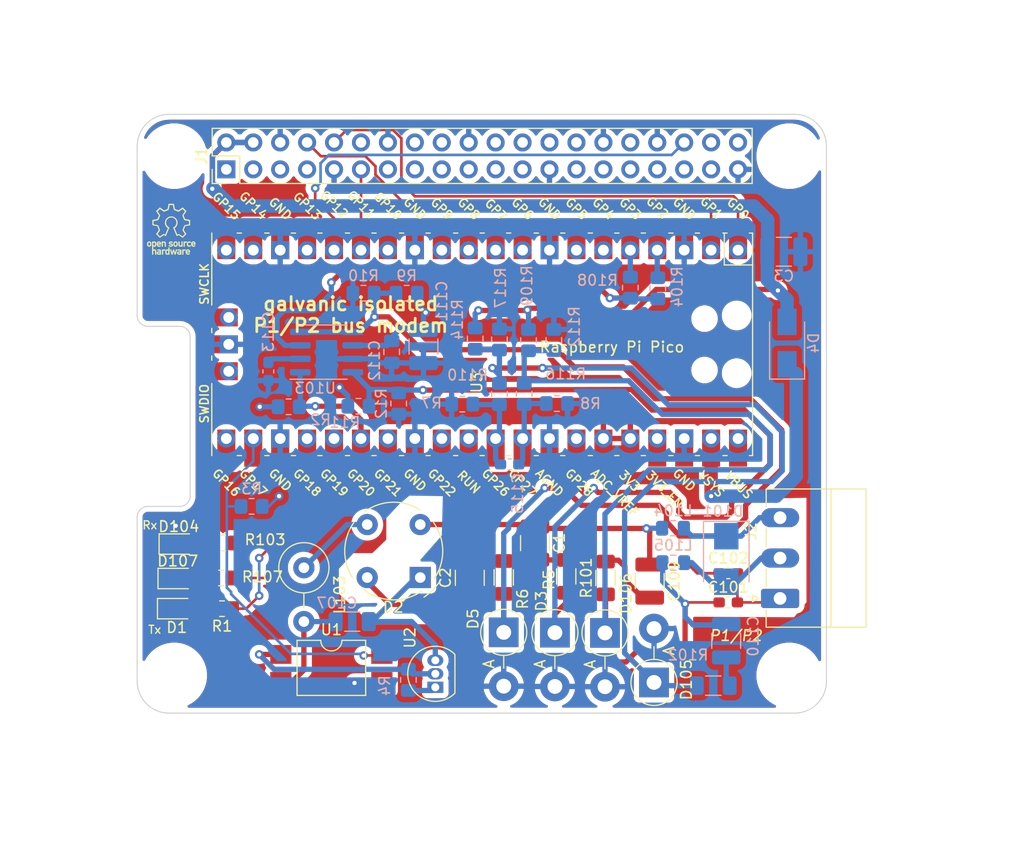
<source format=kicad_pcb>
(kicad_pcb (version 20211014) (generator pcbnew)
  (layers (0 "F.Cu" signal) (31 "B.Cu" signal) (34 "B.Paste" user) (35 "F.Paste" user) (36 "B.SilkS" user "B.Silkscreen") (37 "F.SilkS" user "F.Silkscreen") (38 "B.Mask" user) (39 "F.Mask" user) (44 "Edge.Cuts" user))
  (net 0 "")
  (net 1 "Net-(C101-Pad1)")
  (net 2 "GND")
  (net 3 "Net-(C1-Pad1)")
  (net 4 "Net-(C1-Pad2)")
  (net 5 "Net-(C107-Pad1)")
  (net 6 "Net-(C109-Pad2)")
  (net 7 "Net-(C110-Pad2)")
  (net 8 "Net-(D107-Pad2)")
  (net 9 "Net-(C2-Pad2)")
  (net 10 "Net-(C107-Pad2)")
  (net 11 "Earth")
  (net 12 "+3V3")
  (net 14 "Net-(D101-Pad2)")
  (net 15 "Net-(D101-Pad1)")
  (net 16 "Net-(D1-Pad2)")
  (net 17 "Net-(D2-Pad3)")
  (net 18 "Net-(D3-Pad1)")
  (net 19 "+5V")
  (net 20 "Net-(R104-Pad2)")
  (net 21 "/A_H")
  (net 22 "/SHUTDOWN")
  (net 23 "/A_L")
  (net 24 "Net-(D4-Pad1)")
  (net 25 "Net-(D5-Pad1)")
  (net 26 "Net-(C113-Pad1)")
  (net 27 "Net-(D104-Pad2)")
  (net 28 "/ADC_B")
  (net 29 "/ADC_A")
  (net 30 "/LED_TX")
  (net 31 "Net-(D105-Pad1)")
  (net 32 "Net-(D106-Pad1)")
  (net 37 "/RX")
  (net 38 "/TX")
  (net 39 "/RTS")
  (net 42 "/BUS_COL")
  (net 59 "/CTS")
  (net 64 "/CARRIER")
  (net 65 "Net-(R4-Pad1)")
  (net 66 "Net-(R4-Pad2)")
  (net 68 "/LED_RX")
  (net 77 "/PWR_LED")
  (footprint "Capacitor_SMD:C_0603_1608Metric_Pad1.08x0.95mm_HandSolder" (layer "F.Cu") (at 110.8385 77.692)
    (fp_text reference "C101")
    (fp_text value "1n")
  )
  (footprint "Capacitor_SMD:C_1210_3225Metric_Pad1.33x2.70mm_HandSolder" (layer "F.Cu") (at 103.4288 75.6797 -90)
    (fp_text reference "C109")
    (fp_text value "1u")
  )
  (footprint "Diode_THT:D_5W_P5.08mm_Vertical_AnodeUp" (layer "F.Cu") (at 103.8352 85.2424 90)
    (fp_text reference "D105")
    (fp_text value "ZF 5,6")
  )
  (footprint "LED_SMD:LED_0805_2012Metric_Pad1.15x1.40mm_HandSolder" (layer "F.Cu") (at 58.919 75.438)
    (fp_text reference "D107")
    (fp_text value "LED")
  )
  (footprint "Inductor_THT:L_Axial_L14.0mm_D4.5mm_P5.08mm_Vertical_Fastron_LACC" (layer "F.Cu") (at 70.8152 74.422 -90)
    (fp_text reference "L103")
    (fp_text value "L-XHBCC 100M")
  )
  (footprint "Resistor_SMD:R_1206_3216Metric_Pad1.30x1.75mm_HandSolder" (layer "F.Cu") (at 99.2632 75.3872 90)
    (fp_text reference "R101")
    (fp_text value "4.7")
  )
  (footprint "Resistor_SMD:R_0805_2012Metric_Pad1.20x1.40mm_HandSolder" (layer "F.Cu") (at 63.008 75.3872 180)
    (fp_text reference "R107")
    (fp_text value "470")
  )
  (footprint "LED_SMD:LED_0805_2012Metric_Pad1.15x1.40mm_HandSolder" (layer "F.Cu") (at 59.0206 72.1868)
    (fp_text reference "D104")
    (fp_text value "LED")
  )
  (footprint "Resistor_SMD:R_0805_2012Metric_Pad1.20x1.40mm_HandSolder" (layer "F.Cu") (at 63.1952 72.0852 180)
    (fp_text reference "R103")
    (fp_text value "470")
  )
  (footprint "Capacitor_SMD:C_0603_1608Metric_Pad1.08x0.95mm_HandSolder" (layer "F.Cu") (at 110.8385 74.942)
    (fp_text reference "C102")
    (fp_text value "1n")
  )
  (footprint "Diode_THT:D_5W_P5.08mm_Vertical_AnodeUp" (layer "F.Cu") (at 99.2124 80.5688 -90)
    (fp_text reference "D106")
    (fp_text value "ZF 5,6")
  )
  (footprint "Capacitor_SMD:C_1210_3225Metric_Pad1.33x2.70mm_HandSolder" (layer "F.Cu") (at 86.4616 75.3749 90)
    (fp_text reference "C2")
    (fp_text value "4u7")
  )
  (footprint "Resistor_SMD:R_0805_2012Metric_Pad1.20x1.40mm_HandSolder" (layer "F.Cu") (at 63.0936 78.2828 180)
    (fp_text reference "R1")
    (fp_text value "470")
  )
  (footprint "Package_DIP:SMDIP-4_W9.53mm" (layer "F.Cu") (at 73.406 83.8708)
    (fp_text reference "U1")
    (fp_text value "LTV-817S")
  )
  (footprint "Resistor_SMD:R_1206_3216Metric_Pad1.30x1.75mm_HandSolder" (layer "F.Cu") (at 95.5548 75.2348 90)
    (fp_text reference "R5")
    (fp_text value "2,2")
  )
  (footprint "RPi_Hat:RPi_Hat_Mounting_Hole" (layer "F.Cu") (at 116.586 35.582)
    (fp_text reference "" hide)
    (fp_text value "" hide)
  )
  (footprint "Diode_THT:D_5W_P5.08mm_Vertical_AnodeUp" (layer "F.Cu") (at 94.488 80.54395 -90)
    (fp_text reference "D3")
    (fp_text value "ZF 3,6")
  )
  (footprint "RPi_Hat:RPi_Hat_Mounting_Hole" (layer "F.Cu") (at 58.586 84.582)
    (fp_text reference "" hide)
    (fp_text value "" hide)
  )
  (footprint "RPi_Hat:RPi_Hat_Mounting_Hole" (layer "F.Cu") (at 116.586 84.582)
    (fp_text reference "" hide)
    (fp_text value "" hide)
  )
  (footprint "Diode_THT:D_5W_P5.08mm_Vertical_AnodeUp" (layer "F.Cu") (at 89.662 80.518 -90)
    (fp_text reference "D5")
    (fp_text value "ZF 3,6")
  )
  (footprint "Capacitor_SMD:C_1210_3225Metric_Pad1.33x2.70mm_HandSolder" (layer "F.Cu") (at 92.6084 72.0975 -90)
    (fp_text reference "C1")
    (fp_text value "4u7")
  )
  (footprint "RPi_Hat:RPi_Hat_Mounting_Hole" (layer "F.Cu") (at 58.586 35.582)
    (fp_text reference "" hide)
    (fp_text value "" hide)
  )
  (footprint "Connector_PinHeader_2.54mm:PinHeader_2x20_P2.54mm_Vertical" (layer "F.Cu") (at 63.5 36.83 90)
    (fp_text reference "J1")
    (fp_text value "Raspberry_Pi_2_3")
  )
  (footprint "Pico:RPi_Pico_SMD_TH" (layer "F.Cu") (at 87.63 53.34 -90)
    (fp_text reference "U3")
    (fp_text value "Pico")
  )
  (footprint "Diode_THT:Diode_Bridge_Round_D9.0mm" (layer "F.Cu") (at 81.788 75.3472 180)
    (fp_text reference "D2")
    (fp_text value "D_Bridge_+A-A")
  )
  (footprint "LED_SMD:LED_0805_2012Metric_Pad1.15x1.40mm_HandSolder" (layer "F.Cu") (at 58.8682 78.2828)
    (fp_text reference "D1")
    (fp_text value "LED")
  )
  (footprint "Connector_Phoenix_MC:PhoenixContact_MC_1,5_3-G-3.81_1x03_P3.81mm_Horizontal" (layer "F.Cu") (at 115.7224 77.3176 90)
    (fp_text reference "J2")
    (fp_text value "PC MC_1,5_2-G-3.81")
  )
  (footprint "Package_TO_SOT_THT:TO-92_Inline" (layer "F.Cu") (at 83.2104 85.6996 90)
    (fp_text reference "U2")
    (fp_text value "LM317L_TO92")
  )
  (footprint "Resistor_SMD:R_1206_3216Metric_Pad1.30x1.75mm_HandSolder" (layer "F.Cu") (at 89.662 75.3364 90)
    (fp_text reference "R6")
    (fp_text value "2,2")
  )
  (footprint "Capacitor_SMD:C_1206_3216Metric_Pad1.33x1.80mm_HandSolder" (layer "B.Cu") (at 75.3749 79.502 180)
    (fp_text reference "C107")
    (fp_text value "1u")
  )
  (footprint "Capacitor_SMD:C_1210_3225Metric_Pad1.33x2.70mm_HandSolder" (layer "B.Cu") (at 110.6424 81.3185 -90)
    (fp_text reference "C110")
    (fp_text value "1u")
  )
  (footprint "Diode_SMD:D_SMB" (layer "B.Cu") (at 110.651 73.592 -90)
    (fp_text reference "D101")
    (fp_text value "SM6T 36A STM")
  )
  (footprint "Resistor_SMD:R_1206_3216Metric_Pad1.30x1.75mm_HandSolder" (layer "B.Cu") (at 109.4232 85.5472)
    (fp_text reference "R102")
    (fp_text value "4,7")
  )
  (footprint "Resistor_SMD:R_0805_2012Metric_Pad1.20x1.40mm_HandSolder" (layer "B.Cu") (at 91.9988 52.9496 -90)
    (fp_text reference "R109")
    (fp_text value "14k")
  )
  (footprint "Resistor_SMD:R_0805_2012Metric_Pad1.20x1.40mm_HandSolder" (layer "B.Cu") (at 89.2556 58.0296 90)
    (fp_text reference "R110")
    (fp_text value "6k8")
  )
  (footprint "Resistor_SMD:R_0805_2012Metric_Pad1.20x1.40mm_HandSolder" (layer "B.Cu") (at 94.3864 52.9336 90)
    (fp_text reference "R112")
    (fp_text value "14k")
  )
  (footprint "Resistor_SMD:R_0805_2012Metric_Pad1.20x1.40mm_HandSolder" (layer "B.Cu") (at 86.9696 52.7972 -90)
    (fp_text reference "R114")
    (fp_text value "14k")
  )
  (footprint "Resistor_SMD:R_0805_2012Metric_Pad1.20x1.40mm_HandSolder" (layer "B.Cu") (at 91.5924 58.0136 90)
    (fp_text reference "R116")
    (fp_text value "6k8")
  )
  (footprint "Package_SO:SOIC-8_3.9x4.9mm_P1.27mm" (layer "B.Cu") (at 72.9488 54.0727)
    (fp_text reference "U103")
    (fp_text value "LM4861")
  )
  (footprint "Resistor_SMD:R_0805_2012Metric_Pad1.20x1.40mm_HandSolder" (layer "B.Cu") (at 89.2556 52.8828 90)
    (fp_text reference "R117")
    (fp_text value "14k")
  )
  (footprint "Resistor_SMD:R_0805_2012Metric_Pad1.20x1.40mm_HandSolder" (layer "B.Cu") (at 104.1908 48.0568 -90)
    (fp_text reference "R104")
    (fp_text value "2k2")
  )
  (footprint "Resistor_SMD:R_0805_2012Metric_Pad1.20x1.40mm_HandSolder" (layer "B.Cu") (at 101.6 47.99 90)
    (fp_text reference "R108")
    (fp_text value "2k2")
  )
  (footprint "Capacitor_SMD:C_1210_3225Metric_Pad1.33x2.70mm_HandSolder" (layer "B.Cu") (at 82.0928 53.5432 90)
    (fp_text reference "C111")
    (fp_text value "10u")
  )
  (footprint "Capacitor_SMD:C_0805_2012Metric_Pad1.18x1.45mm_HandSolder" (layer "B.Cu") (at 79.0956 54.0512 90)
    (fp_text reference "C112")
    (fp_text value "100n")
  )
  (footprint "Capacitor_SMD:C_0603_1608Metric_Pad1.08x0.95mm_HandSolder" (layer "B.Cu") (at 67.4624 55.9026 -90)
    (fp_text reference "C113")
    (fp_text value "100p")
  )
  (footprint "Capacitor_SMD:C_0603_1608Metric_Pad1.08x0.95mm_HandSolder" (layer "B.Cu") (at 90.2208 64.6684 180)
    (fp_text reference "C115")
    (fp_text value "220p")
  )
  (footprint "Inductor_SMD:L_0805_2012Metric_Pad1.15x1.40mm_HandSolder" (layer "B.Cu") (at 105.651 73.942 180)
    (fp_text reference "L105")
    (fp_text value "BLM21PG 331")
  )
  (footprint "Inductor_SMD:L_0805_2012Metric_Pad1.15x1.40mm_HandSolder" (layer "B.Cu") (at 105.626 70.692 180)
    (fp_text reference "L104")
    (fp_text value "BLM21PG 331")
  )
  (footprint "Resistor_SMD:R_0805_2012Metric_Pad1.20x1.40mm_HandSolder" (layer "B.Cu") (at 65.8876 68.6308 180)
    (fp_text reference "R3")
    (fp_text value "4k7")
  )
  (footprint "Resistor_SMD:R_0805_2012Metric_Pad1.20x1.40mm_HandSolder" (layer "B.Cu") (at 94.6752 58.928 180)
    (fp_text reference "R8")
    (fp_text value "12k2")
  )
  (footprint "Diode_SMD:D_SMA" (layer "B.Cu") (at 116.3828 53.2196 90)
    (fp_text reference "D4")
    (fp_text value "B120-E3")
  )
  (footprint "Resistor_SMD:R_0805_2012Metric_Pad1.20x1.40mm_HandSolder" (layer "B.Cu") (at 76.438 48.514 180)
    (fp_text reference "R10")
    (fp_text value "22k")
  )
  (footprint "Resistor_SMD:R_0805_2012Metric_Pad1.20x1.40mm_HandSolder" (layer "B.Cu") (at 80.502 48.514 180)
    (fp_text reference "R9")
    (fp_text value "22k")
  )
  (footprint "Resistor_SMD:R_0805_2012Metric_Pad1.20x1.40mm_HandSolder" (layer "B.Cu") (at 80.6704 85.0044 90)
    (fp_text reference "R4")
    (fp_text value "240")
  )
  (footprint "Resistor_SMD:R_0805_2012Metric_Pad1.20x1.40mm_HandSolder" (layer "B.Cu") (at 79.756 58.928 -90)
    (fp_text reference "R12")
    (fp_text value "22k")
  )
  (footprint "Capacitor_SMD:C_1210_3225Metric_Pad1.33x2.70mm_HandSolder" (layer "B.Cu") (at 116.078 44.6024)
    (fp_text reference "C3")
    (fp_text value "4u7")
  )
  (footprint "Resistor_SMD:R_0805_2012Metric_Pad1.20x1.40mm_HandSolder" (layer "B.Cu") (at 69.3768 59.2328)
    (fp_text reference "R2")
    (fp_text value "47k")
  )
  (footprint "Resistor_SMD:R_0805_2012Metric_Pad1.20x1.40mm_HandSolder" (layer "B.Cu") (at 85.7504 58.9788)
    (fp_text reference "R7")
    (fp_text value "12k2")
  )
  (footprint "Resistor_SMD:R_0805_2012Metric_Pad1.20x1.40mm_HandSolder" (layer "B.Cu") (at 75.962 59.182)
    (fp_text reference "R11")
    (fp_text value "22k")
  )
  (gr_poly (pts (xy 56.231682 43.634577) (xy 56.238359 43.63485) (xy 56.244865 43.635297) (xy 56.251203 43.635911) (xy 56.257374 43.636687) (xy 56.26338 43.637618) (xy 56.269224 43.638698) (xy 56.274909 43.63992) (xy 56.280435 43.641278) (xy 56.285806 43.642766) (xy 56.291024 43.644377) (xy 56.296091 43.646104) (xy 56.301009 43.647943) (xy 56.30578 43.649885) (xy 56.310407 43.651925) (xy 56.314892 43.654057) (xy 56.323445 43.65857) (xy 56.331455 43.663372) (xy 56.338942 43.668412) (xy 56.345922 43.673641) (xy 56.352413 43.679007) (xy 56.358434 43.684459) (xy 56.364002 43.689946) (xy 56.369135 43.695418) (xy 56.375736 43.702978) (xy 56.381841 43.710609) (xy 56.38746 43.718404) (xy 56.392603 43.726458) (xy 56.39728 43.734862) (xy 56.4015 43.743712) (xy 56.405273 43.753099) (xy 56.408608 43.763118) (xy 56.411515 43.773862) (xy 56.414003 43.785424) (xy 56.416082 43.797898) (xy 56.417761 43.811377) (xy 56.419051 43.825955) (xy 56.41996 43.841725) (xy 56.420499 43.85878) (xy 56.420676 43.877213) (xy 56.420499 43.895801) (xy 56.41996 43.912993) (xy 56.419051 43.928881) (xy 56.417761 43.943562) (xy 56.416082 43.95713) (xy 56.414003 43.969679) (xy 56.411515 43.981304) (xy 56.408608 43.992099) (xy 56.405273 44.002159) (xy 56.4015 44.011578) (xy 56.39728 44.020452) (xy 56.392603 44.028873) (xy 56.38746 44.036938) (xy 56.381841 44.04474) (xy 56.375736 44.052374) (xy 56.369135 44.059935) (xy 56.364002 44.065406) (xy 56.358434 44.070891) (xy 56.352413 44.076341) (xy 56.345922 44.081703) (xy 56.338942 44.086928) (xy 56.331455 44.091964) (xy 56.323445 44.096761) (xy 56.314892 44.101269) (xy 56.30578 44.105436) (xy 56.296091 44.109212) (xy 56.285806 44.112546) (xy 56.274909 44.115388) (xy 56.26338 44.117686) (xy 56.251203 44.119391) (xy 56.238359 44.120451) (xy 56.224832 44.120815) (xy 56.217979 44.120723) (xy 56.211299 44.120451) (xy 56.204791 44.120004) (xy 56.198452 44.119391) (xy 56.192279 44.118616) (xy 56.186271 44.117686) (xy 56.180425 44.116608) (xy 56.174739 44.115388) (xy 56.169211 44.114032) (xy 56.163839 44.112546) (xy 56.15862 44.110938) (xy 56.153552 44.109212) (xy 56.148633 44.107376) (xy 56.143861 44.105436) (xy 56.139233 44.103398) (xy 56.134748 44.101269) (xy 56.126194 44.096762) (xy 56.118183 44.091964) (xy 56.110696 44.086928) (xy 56.103715 44.081703) (xy 56.097223 44.076341) (xy 56.091202 44.070892) (xy 56.085634 44.065406) (xy 56.080501 44.059935) (xy 56.073901 44.052374) (xy 56.067797 44.044741) (xy 56.062179 44.03694) (xy 56.057037 44.028877) (xy 56.052362 44.020457) (xy 56.048145 44.011585) (xy 56.044374 44.002167) (xy 56.041042 43.992109) (xy 56.038138 43.981315) (xy 56.035652 43.969691) (xy 56.033575 43.957142) (xy 56.031898 43.943573) (xy 56.03061 43.928891) (xy 56.029702 43.913) (xy 56.029164 43.895806) (xy 56.028987 43.877213) (xy 56.124554 43.877213) (xy 56.124622 43.889637) (xy 56.124831 43.900957) (xy 56.125192 43.911258) (xy 56.125713 43.920623) (xy 56.126405 43.929138) (xy 56.127277 43.936884) (xy 56.128338 43.943947) (xy 56.129598 43.95041) (xy 56.131067 43.956358) (xy 56.132754 43.961873) (xy 56.134669 43.96704) (xy 56.136822 43.971942) (xy 56.139221 43.976665) (xy 56.141877 43.98129) (xy 56.144799 43.985903) (xy 56.147997 43.990587) (xy 56.150814 43.994225) (xy 56.153986 43.997737) (xy 56.157493 44.001108) (xy 56.161315 44.004323) (xy 56.165435 44.007367) (xy 56.169831 44.010225) (xy 56.174486 44.012882) (xy 56.179379 44.015323) (xy 56.184493 44.017533) (xy 56.189807 44.019497) (xy 56.195303 44.0212) (xy 56.200961 44.022627) (xy 56.206762 44.023763) (xy 56.212687 44.024592) (xy 56.218716 44.025101) (xy 56.224832 44.025274) (xy 56.230942 44.025101) (xy 56.236968 44.024591) (xy 56.242889 44.02376) (xy 56.248687 44.022623) (xy 56.254343 44.021194) (xy 56.259837 44.01949) (xy 56.265151 44.017524) (xy 56.270264 44.015313) (xy 56.275158 44.012871) (xy 56.279813 44.010213) (xy 56.284212 44.007355) (xy 56.288333 44.004312) (xy 56.292158 44.001098) (xy 56.295668 43.99773) (xy 56.298844 43.994221) (xy 56.300301 43.992419) (xy 56.301667 43.990587) (xy 56.304864 43.985904) (xy 56.307785 43.981292) (xy 56.31044 43.976671) (xy 56.312837 43.971957) (xy 56.314988 43.967068) (xy 56.316901 43.961922) (xy 56.318585 43.956435) (xy 56.320052 43.950526) (xy 56.32131 43.944112) (xy 56.322368 43.93711) (xy 56.323238 43.929439) (xy 56.323928 43.921014) (xy 56.324447 43.911754) (xy 56.324806 43.901577) (xy 56.325082 43.87814) (xy 56.325015 43.865716) (xy 56.324806 43.854394) (xy 56.324447 43.844091) (xy 56.323928 43.834722) (xy 56.323238 43.826205) (xy 56.322368 43.818455) (xy 56.32131 43.811389) (xy 56.320052 43.804923) (xy 56.318585 43.798973) (xy 56.316901 43.793457) (xy 56.314988 43.78829) (xy 56.312837 43.783388) (xy 56.31044 43.778668) (xy 56.307785 43.774047) (xy 56.304864 43.769441) (xy 56.301667 43.764765) (xy 56.298844 43.761127) (xy 56.295668 43.757615) (xy 56.292158 43.754245) (xy 56.288333 43.75103) (xy 56.284212 43.747986) (xy 56.279813 43.745128) (xy 56.275158 43.742471) (xy 56.270264 43.74003) (xy 56.265151 43.73782) (xy 56.259837 43.735856) (xy 56.254343 43.734153) (xy 56.248687 43.732726) (xy 56.242889 43.73159) (xy 56.236968 43.73076) (xy 56.230942 43.730251) (xy 56.224832 43.730078) (xy 56.218716 43.730252) (xy 56.212687 43.730761) (xy 56.206762 43.731593) (xy 56.200961 43.73273) (xy 56.195303 43.734159) (xy 56.189807 43.735863) (xy 56.184493 43.737829) (xy 56.179379 43.74004) (xy 56.174486 43.742482) (xy 56.169831 43.74514) (xy 56.165435 43.747998) (xy 56.161315 43.751041) (xy 56.157493 43.754254) (xy 56.153986 43.757623) (xy 56.150814 43.761132) (xy 56.14936 43.762934) (xy 56.147997 43.764765) (xy 56.144799 43.76944) (xy 56.141877 43.774045) (xy 56.139221 43.778662) (xy 56.136822 43.783373) (xy 56.134669 43.788261) (xy 56.132754 43.793408) (xy 56.131067 43.798896) (xy 56.129598 43.804807) (xy 56.128338 43.811224) (xy 56.127277 43.818229) (xy 56.126405 43.825904) (xy 56.125713 43.834332) (xy 56.125192 43.843594) (xy 56.124831 43.853774) (xy 56.124554 43.877213) (xy 56.028987 43.877213) (xy 56.029164 43.85878) (xy 56.029702 43.841726) (xy 56.03061 43.825957) (xy 56.031898 43.811381) (xy 56.033575 43.797904) (xy 56.035652 43.785431) (xy 56.038138 43.773871) (xy 56.041042 43.763128) (xy 56.044374 43.75311) (xy 56.048145 43.743723) (xy 56.052362 43.734874) (xy 56.057037 43.726469) (xy 56.062179 43.718414) (xy 56.067797 43.710616) (xy 56.073901 43.702982) (xy 56.080501 43.695418) (xy 56.085634 43.689946) (xy 56.091202 43.684459) (xy 56.097223 43.679007) (xy 56.103715 43.673641) (xy 56.110696 43.668413) (xy 56.118183 43.663372) (xy 56.126194 43.65857) (xy 56.134748 43.654057) (xy 56.143861 43.649885) (xy 56.153552 43.646104) (xy 56.163839 43.642766) (xy 56.174739 43.63992) (xy 56.186271 43.637618) (xy 56.198452 43.635911) (xy 56.211299 43.63485) (xy 56.224832 43.634485)) (layer "F.SilkS") (width 0.02) (fill solid))
  (gr_poly (pts (xy 59.584834 44.385059) (xy 59.591809 44.385543) (xy 59.598643 44.386341) (xy 59.605341 44.387442) (xy 59.611908 44.388841) (xy 59.618349 44.390527) (xy 59.62467 44.392494) (xy 59.630875 44.394732) (xy 59.636972 44.397233) (xy 59.642964 44.39999) (xy 59.648858 44.402995) (xy 59.654659 44.406238) (xy 59.660371 44.409712) (xy 59.666001 44.413408) (xy 59.671554 44.417318) (xy 59.677035 44.421435) (xy 59.607688 44.503906) (xy 59.603545 44.500856) (xy 59.599534 44.498043) (xy 59.595633 44.495462) (xy 59.59182 44.493106) (xy 59.588074 44.490971) (xy 59.584371 44.48905) (xy 59.58069 44.487339) (xy 59.577009 44.485831) (xy 59.573306 44.484522) (xy 59.569558 44.483405) (xy 59.565744 44.482475) (xy 59.561841 44.481727) (xy 59.557828 44.481154) (xy 59.553682 44.480752) (xy 59.54938 44.480515) (xy 59.544902 44.480437) (xy 59.536134 44.480791) (xy 59.527456 44.481863) (xy 59.518932 44.483665) (xy 59.510629 44.486212) (xy 59.506581 44.487769) (xy 59.502612 44.489517) (xy 59.498732 44.491458) (xy 59.494948 44.493593) (xy 59.491269 44.495925) (xy 59.487702 44.498454) (xy 59.484256 44.501184) (xy 59.480939 44.504114) (xy 59.47776 44.507248) (xy 59.474726 44.510586) (xy 59.471846 44.51413) (xy 59.469128 44.517883) (xy 59.46658 44.521846) (xy 59.464211 44.52602) (xy 59.462028 44.530407) (xy 59.460041 44.535009) (xy 59.458256 44.539827) (xy 59.456683 44.544864) (xy 59.455329 44.550121) (xy 59.454202 44.555599) (xy 59.453312 44.5613) (xy 59.452666 44.567227) (xy 59.452273 44.57338) (xy 59.45214 44.579762) (xy 59.45214 44.865591) (xy 59.356599 44.865591) (xy 59.356599 44.390531) (xy 59.45214 44.390531) (xy 59.45214 44.44112) (xy 59.454045 44.44112) (xy 59.459818 44.434314) (xy 59.46589 44.427948) (xy 59.472254 44.422019) (xy 59.4789 44.416529) (xy 59.485821 44.411478) (xy 59.493008 44.406866) (xy 59.500453 44.402693) (xy 59.508148 44.398959) (xy 59.516085 44.395663) (xy 59.524255 44.392807) (xy 59.53265 44.39039) (xy 59.541261 44.388412) (xy 59.550082 44.386874) (xy 59.559102 44.385775) (xy 59.568314 44.385116) (xy 59.577711 44.384896)) (layer "F.SilkS") (width 0.02) (fill solid))
  (gr_poly (pts (xy 58.381133 44.723165) (xy 58.383011 44.723165) (xy 58.49075 44.390531) (xy 58.560097 44.390531) (xy 58.667835 44.723165) (xy 58.669767 44.723165) (xy 58.760598 44.390531) (xy 58.861828 44.390531) (xy 58.710063 44.865591) (xy 58.625687 44.865591) (xy 58.526362 44.53293) (xy 58.524484 44.53293) (xy 58.42516 44.865591) (xy 58.340837 44.865591) (xy 58.189045 44.390531) (xy 58.290222 44.390531)) (layer "F.SilkS") (width 0.02) (fill solid))
  (gr_poly (pts (xy 57.15183 43.634711) (xy 57.161528 43.635388) (xy 57.171115 43.636508) (xy 57.180578 43.638065) (xy 57.189902 43.640055) (xy 57.199073 43.64247) (xy 57.208078 43.645305) (xy 57.216902 43.648553) (xy 57.225531 43.652209) (xy 57.233951 43.656267) (xy 57.242148 43.660721) (xy 57.250108 43.665564) (xy 57.257816 43.670791) (xy 57.26526 43.676395) (xy 57.272424 43.682372) (xy 57.279295 43.688714) (xy 57.285859 43.695416) (xy 57.292101 43.702471) (xy 57.298007 43.709875) (xy 57.303564 43.71762) (xy 57.308757 43.725701) (xy 57.313573 43.734112) (xy 57.317996 43.742846) (xy 57.322014 43.751899) (xy 57.325612 43.761263) (xy 57.328775 43.770933) (xy 57.331491 43.780902) (xy 57.333744 43.791166) (xy 57.335521 43.801717) (xy 57.336808 43.812551) (xy 57.33759 43.82366) (xy 57.337854 43.835039) (xy 57.337854 43.913752) (xy 57.041759 43.913752) (xy 57.041898 43.920932) (xy 57.042312 43.927886) (xy 57.042994 43.934616) (xy 57.04394 43.941119) (xy 57.045145 43.947397) (xy 57.046601 43.953449) (xy 57.048305 43.959275) (xy 57.05025 43.964874) (xy 57.052432 43.970247) (xy 57.054844 43.975393) (xy 57.057481 43.980312) (xy 57.060338 43.985005) (xy 57.063409 43.98947) (xy 57.066689 43.993708) (xy 57.070172 43.997718) (xy 57.073853 44.001501) (xy 57.077726 44.005055) (xy 57.081786 44.008382) (xy 57.086027 44.01148) (xy 57.090443 44.01435) (xy 57.09503 44.016991) (xy 57.099782 44.019404) (xy 57.104694 44.021588) (xy 57.109759 44.023542) (xy 57.114972 44.025267) (xy 57.120328 44.026763) (xy 57.125822 44.028029) (xy 57.131448 44.029066) (xy 57.1372 44.029872) (xy 57.143073 44.030448) (xy 57.149061 44.030794) (xy 57.155159 44.030909) (xy 57.16204 44.030712) (xy 57.168966 44.030127) (xy 57.175916 44.02916) (xy 57.18287 44.027818) (xy 57.189808 44.026108) (xy 57.196708 44.024036) (xy 57.203551 44.021611) (xy 57.210315 44.018838) (xy 57.216981 44.015724) (xy 57.223527 44.012277) (xy 57.229932 44.008504) (xy 57.236178 44.00441) (xy 57.242242 44.000004) (xy 57.248104 43.995292) (xy 57.253744 43.990281) (xy 57.259141 43.984978) (xy 57.328488 44.04398) (xy 57.319541 44.053799) (xy 57.310281 44.062884) (xy 57.300725 44.071251) (xy 57.29089 44.078912) (xy 57.280791 44.085882) (xy 57.270446 44.092173) (xy 57.25987 44.0978) (xy 57.24908 44.102777) (xy 57.238092 44.107116) (xy 57.226923 44.110833) (xy 57.215588 44.11394) (xy 57.204105 44.116452) (xy 57.192489 44.118381) (xy 57.180758 44.119742) (xy 57.168926 44.120549) (xy 57.157011 44.120815) (xy 57.138585 44.120241) (xy 57.119975 44.11842) (xy 57.101371 44.115203) (xy 57.082961 44.110444) (xy 57.064935 44.103994) (xy 57.056126 44.100088) (xy 57.047484 44.095704) (xy 57.039032 44.090823) (xy 57.030795 44.085427) (xy 57.022796 44.079497) (xy 57.015059 44.073015) (xy 57.007608 44.065961) (xy 57.000465 44.058318) (xy 56.993656 44.050068) (xy 56.987203 44.041191) (xy 56.98113 44.031668) (xy 56.975461 44.021483) (xy 56.970219 44.010615) (xy 56.965429 43.999047) (xy 56.961113 43.986761) (xy 56.957297 43.973736) (xy 56.954002 43.959956) (xy 56.951253 43.945401) (xy 56.949074 43.930053) (xy 56.947489 43.913893) (xy 56.94652 43.896903) (xy 56.946192 43.879065) (xy 56.946493 43.862124) (xy 56.947382 43.845902) (xy 56.948398 43.835065) (xy 57.041759 43.835065) (xy 57.242287 43.835065) (xy 57.241912 43.828395) (xy 57.241316 43.821924) (xy 57.240504 43.815653) (xy 57.23948 43.809582) (xy 57.238248 43.803713) (xy 57.236812 43.798047) (xy 57.235176 43.792583) (xy 57.233346 43.787323) (xy 57.231325 43.782269) (xy 57.229117 43.777419) (xy 57.226727 43.772777) (xy 57.224159 43.768342) (xy 57.221417 43.764114) (xy 57.218506 43.760096) (xy 57.21543 43.756288) (xy 57.212194 43.752691) (xy 57.2088 43.749305) (xy 57.205255 43.746131) (xy 57.201561 43.743171) (xy 57.197724 43.740424) (xy 57.193748 43.737893) (xy 57.189636 43.735577) (xy 57.185394 43.733478) (xy 57.181025 43.731596) (xy 57.176534 43.729933) (xy 57.171926 43.728488) (xy 57.167203 43.727264) (xy 57.162371 43.72626) (xy 57.157434 43.725478) (xy 57.152397 43.724918) (xy 57.147262 43.724582) (xy 57.142036 43.72447) (xy 57.136807 43.724582) (xy 57.131665 43.724918) (xy 57.126615 43.725478) (xy 57.121662 43.72626) (xy 57.11681 43.727264) (xy 57.112065 43.728488) (xy 57.107431 43.729933) (xy 57.102913 43.731596) (xy 57.098515 43.733478) (xy 57.094243 43.735577) (xy 57.090102 43.737893) (xy 57.086095 43.740424) (xy 57.082229 43.743171) (xy 57.078507 43.746131) (xy 57.074936 43.749305) (xy 57.071518 43.752691) (xy 57.06826 43.756288) (xy 57.065165 43.760096) (xy 57.06224 43.764114) (xy 57.059488 43.768341) (xy 57.056915 43.772777) (xy 57.054525 43.777419) (xy 57.052323 43.782268) (xy 57.050313 43.787323) (xy 57.048502 43.792583) (xy 57.046893 43.798046) (xy 57.045491 43.803713) (xy 57.044301 43.809582) (xy 57.043328 43.815653) (xy 57.042577 43.821924) (xy 57.042052 43.828395) (xy 57.041759 43.835065) (xy 56.948398 43.835065) (xy 56.948838 43.830385) (xy 56.950839 43.815563) (xy 56.953364 43.801424) (xy 56.956393 43.787955) (xy 56.959903 43.775145) (xy 56.963874 43.762983) (xy 56.968284 43.751455) (xy 56.973112 43.740551) (xy 56.978336 43.730259) (xy 56.983936 43.720567) (xy 56.98989 43.711463) (xy 56.996177 43.702935) (xy 57.002776 43.694971) (xy 57.009665 43.68756) (xy 57.016823 43.680689) (xy 57.024229 43.674348) (xy 57.031862 43.668524) (xy 57.0397 43.663204) (xy 57.047722 43.658379) (xy 57.055907 43.654035) (xy 57.064234 43.650161) (xy 57.072681 43.646744) (xy 57.081226 43.643774) (xy 57.08985 43.641239) (xy 57.098531 43.639126) (xy 57.107246 43.637423) (xy 57.124698 43.635203) (xy 57.142036 43.634484)) (layer "F.SilkS") (width 0.02) (fill solid))
  (gr_poly (pts (xy 57.154801 44.385367) (xy 57.175404 44.386816) (xy 57.19502 44.389301) (xy 57.204439 44.390949) (xy 57.213587 44.392877) (xy 57.222457 44.395092) (xy 57.23104 44.397601) (xy 57.239328 44.400411) (xy 57.247313 44.403528) (xy 57.254987 44.406961) (xy 57.262342 44.410716) (xy 57.269371 44.414799) (xy 57.276064 44.419219) (xy 57.282414 44.423982) (xy 57.288413 44.429095) (xy 57.294053 44.434565) (xy 57.299325 44.440399) (xy 57.304222 44.446605) (xy 57.308735 44.453188) (xy 57.312857 44.460157) (xy 57.316579 44.467518) (xy 57.319893 44.475278) (xy 57.322792 44.483445) (xy 57.325267 44.492025) (xy 57.32731 44.501025) (xy 57.328913 44.510453) (xy 57.330068 44.520315) (xy 57.330767 44.530619) (xy 57.331001 44.541371) (xy 57.331001 44.865591) (xy 57.235408 44.865591) (xy 57.235408 44.823416) (xy 57.233529 44.823416) (xy 57.229684 44.829364) (xy 57.225504 44.834898) (xy 57.220961 44.840022) (xy 57.216027 44.844739) (xy 57.210676 44.849055) (xy 57.204879 44.852973) (xy 57.19861 44.856499) (xy 57.191841 44.859635) (xy 57.184544 44.862386) (xy 57.176693 44.864757) (xy 57.168259 44.866751) (xy 57.159215 44.868374) (xy 57.149535 44.869628) (xy 57.13919 44.870519) (xy 57.128154 44.87105) (xy 57.116398 44.871227) (xy 57.106601 44.871044) (xy 57.097065 44.870501) (xy 57.087794 44.869607) (xy 57.07879 44.868368) (xy 57.070058 44.866793) (xy 57.0616 44.864889) (xy 57.05342 44.862665) (xy 57.045521 44.860128) (xy 57.037906 44.857286) (xy 57.030578 44.854148) (xy 57.023542 44.85072) (xy 57.016799 44.847012) (xy 57.010353 44.84303) (xy 57.004207 44.838783) (xy 56.998366 44.834279) (xy 56.992831 44.829525) (xy 56.987607 44.82453) (xy 56.982695 44.819301) (xy 56.978101 44.813846) (xy 56.973827 44.808173) (xy 56.969876 44.80229) (xy 56.966251 44.796204) (xy 56.962956 44.789925) (xy 56.959995 44.783459) (xy 56.957369 44.776815) (xy 56.955083 44.77) (xy 56.95314 44.763023) (xy 56.951542 44.75589) (xy 56.950294 44.748611) (xy 56.949399 44.741193) (xy 56.948859 44.733643) (xy 56.948679 44.725971) (xy 56.94878 44.721287) (xy 57.038611 44.721287) (xy 57.038911 44.727206) (xy 57.039825 44.733002) (xy 57.041373 44.738639) (xy 57.043577 44.744083) (xy 57.044931 44.746721) (xy 57.046457 44.749297) (xy 57.048156 44.751806) (xy 57.050032 44.754245) (xy 57.052087 44.756608) (xy 57.054324 44.758891) (xy 57.056746 44.76109) (xy 57.059354 44.7632) (xy 57.062151 44.765217) (xy 57.065141 44.767137) (xy 57.068325 44.768954) (xy 57.071707 44.770664) (xy 57.075288 44.772264) (xy 57.079071 44.773747) (xy 57.083059 44.775111) (xy 57.087255 44.77635) (xy 57.096279 44.778436) (xy 57.106163 44.779971) (xy 57.116928 44.780918) (xy 57.128595 44.781242) (xy 57.142919 44.781129) (xy 57.15605 44.780736) (xy 57.168026 44.779977) (xy 57.178883 44.77877) (xy 57.183903 44.777972) (xy 57.188658 44.77703) (xy 57.193152 44.775934) (xy 57.197389 44.774674) (xy 57.201375 44.773239) (xy 57.205113 44.771618) (xy 57.208609 44.769801) (xy 57.211866 44.767778) (xy 57.214891 44.765537) (xy 57.217686 44.763069) (xy 57.220258 44.760364) (xy 57.22261 44.75741) (xy 57.224748 44.754197) (xy 57.226675 44.750714) (xy 57.228397 44.746952) (xy 57.229918 44.7429) (xy 57.231242 44.738546) (xy 57.232375 44.733882) (xy 57.233321 44.728895) (xy 57.234084 44.723577) (xy 57.23467 44.717916) (xy 57.235083 44.711901) (xy 57.235327 44.705523) (xy 57.235408 44.698771) (xy 57.235408 44.664084) (xy 57.121108 44.664084) (xy 57.115922 44.66415) (xy 57.110911 44.664345) (xy 57.106075 44.664669) (xy 57.101413 44.665119) (xy 57.096923 44.665694) (xy 57.092606 44.666391) (xy 57.088461 44.667208) (xy 57.084487 44.668144) (xy 57.080683 44.669197) (xy 57.077048 44.670365) (xy 57.073583 44.671646) (xy 57.070286 44.673037) (xy 57.067156 44.674538) (xy 57.064193 44.676147) (xy 57.061396 44.677861) (xy 57.058765 44.679678) (xy 57.056299 44.681597) (xy 57.053996 44.683615) (xy 57.051858 44.685732) (xy 57.049881 44.687944) (xy 57.048067 44.690251) (xy 57.046415 44.692649) (xy 57.044923 44.695138) (xy 57.04359 44.697715) (xy 57.042418 44.700379) (xy 57.041403 44.703127) (xy 57.040547 44.705958) (xy 57.039848 44.70887) (xy 57.039306 44.711861) (xy 57.038919 44.714928) (xy 57.038688 44.718071) (xy 57.038611 44.721287) (xy 56.94878 44.721287) (xy 56.948832 44.718891) (xy 56.949293 44.711887) (xy 56.95006 44.704968) (xy 56.951133 44.698144) (xy 56.952511 44.691424) (xy 56.954194 44.68482) (xy 56.956181 44.678339) (xy 56.958472 44.671993) (xy 56.961067 44.665791) (xy 56.963964 44.659742) (xy 56.967164 44.653857) (xy 56.970665 44.648145) (xy 56.974468 44.642617) (xy 56.978571 44.637281) (xy 56.982975 44.632148) (xy 56.987678 44.627228) (xy 56.992681 44.62253) (xy 56.997982 44.618064) (xy 57.003581 44.61384) (xy 57.009479 44.609867) (xy 57.015673 44.606156) (xy 57.022164 44.602717) (xy 57.028951 44.599558) (xy 57.036033 44.596691) (xy 57.043411 44.594124) (xy 57.051083 44.591867) (xy 57.05905 44.589931) (xy 57.06731 44.588325) (xy 57.075863 44.587059) (xy 57.084708 44.586142) (xy 57.093846 44.585585) (xy 57.103275 44.585397) (xy 57.235408 44.585397) (xy 57.235408 44.535735) (xy 57.235065 44.527643) (xy 57.234633 44.523845) (xy 57.234026 44.520211) (xy 57.233241 44.516736) (xy 57.232276 44.513419) (xy 57.231129 44.510258) (xy 57.2298 44.50725) (xy 57.228285 44.504393) (xy 57.226582 44.501683) (xy 57.224691 44.49912) (xy 57.222609 44.496701) (xy 57.220334 44.494423) (xy 57.217864 44.492283) (xy 57.215198 44.49028) (xy 57.212333 44.488411) (xy 57.209267 44.486674) (xy 57.206 44.485066) (xy 57.19885 44.482229) (xy 57.190869 44.47988) (xy 57.182042 44.478001) (xy 57.172352 44.476573) (xy 57.161785 44.475576) (xy 57.150327 44.474992) (xy 57.137962 44.474801) (xy 57.128952 44.474914) (xy 57.120529 44.475259) (xy 57.112663 44.47585) (xy 57.105324 44.476698) (xy 57.101844 44.477222) (xy 57.098486 44.477815) (xy 57.095245 44.478479) (xy 57.092118 44.479215) (xy 57.089101 44.480024) (xy 57.086192 44.480908) (xy 57.083386 44.481869) (xy 57.080679 44.482908) (xy 57.078069 44.484026) (xy 57.075551 44.485226) (xy 57.073122 44.486508) (xy 57.070779 44.487874) (xy 57.068517 44.489326) (xy 57.066333 44.490866) (xy 57.064224 44.492494) (xy 57.062186 44.494212) (xy 57.060215 44.496023) (xy 57.058308 44.497926) (xy 57.056461 44.499925) (xy 57.054671 44.50202) (xy 57.052933 44.504212) (xy 57.051245 44.506505) (xy 57.049603 44.508898) (xy 57.048003 44.511394) (xy 56.973047 44.454243) (xy 56.980085 44.445119) (xy 56.987501 44.436724) (xy 56.995298 44.429039) (xy 57.003482 44.422043) (xy 57.012055 44.415719) (xy 57.021022 44.410047) (xy 57.030387 44.405007) (xy 57.040155 44.400579) (xy 57.050329 44.396745) (xy 57.060914 44.393485) (xy 57.071914 44.39078) (xy 57.083332 44.38861) (xy 57.095174 44.386956) (xy 57.107442 44.385799) (xy 57.120143 44.385118) (xy 57.133278 44.384896)) (layer "F.SilkS") (width 0.02) (fill solid))
  (gr_poly (pts (xy 58.720119 43.634577) (xy 58.726801 43.63485) (xy 58.733311 43.635297) (xy 58.739652 43.635911) (xy 58.745826 43.636687) (xy 58.751835 43.637618) (xy 58.757681 43.638698) (xy 58.763368 43.63992) (xy 58.768896 43.641278) (xy 58.774269 43.642766) (xy 58.779488 43.644377) (xy 58.784555 43.646104) (xy 58.789474 43.647943) (xy 58.794246 43.649885) (xy 58.798873 43.651925) (xy 58.803358 43.654057) (xy 58.81191 43.65857) (xy 58.81992 43.663372) (xy 58.827405 43.668412) (xy 58.834384 43.673641) (xy 58.840875 43.679007) (xy 58.846895 43.684459) (xy 58.852462 43.689946) (xy 58.857595 43.695418) (xy 58.864194 43.702978) (xy 58.870299 43.710609) (xy 58.875917 43.718404) (xy 58.881058 43.726458) (xy 58.885733 43.734862) (xy 58.889951 43.743712) (xy 58.893721 43.753099) (xy 58.897054 43.763118) (xy 58.899958 43.773862) (xy 58.902444 43.785424) (xy 58.90452 43.797898) (xy 58.906198 43.811377) (xy 58.907486 43.825955) (xy 58.908394 43.841725) (xy 58.908932 43.85878) (xy 58.909109 43.877213) (xy 58.908932 43.895801) (xy 58.908394 43.912993) (xy 58.907486 43.928881) (xy 58.906198 43.943562) (xy 58.90452 43.95713) (xy 58.902444 43.969679) (xy 58.899958 43.981304) (xy 58.897054 43.992099) (xy 58.893721 44.002159) (xy 58.889951 44.011578) (xy 58.885733 44.020452) (xy 58.881058 44.028873) (xy 58.875917 44.036938) (xy 58.870299 44.04474) (xy 58.864194 44.052374) (xy 58.857595 44.059935) (xy 58.852462 44.065406) (xy 58.846895 44.070891) (xy 58.840875 44.076341) (xy 58.834384 44.081703) (xy 58.827405 44.086928) (xy 58.81992 44.091964) (xy 58.81191 44.096761) (xy 58.803358 44.101269) (xy 58.794246 44.105436) (xy 58.784555 44.109212) (xy 58.774268 44.112546) (xy 58.763368 44.115388) (xy 58.751835 44.117686) (xy 58.739652 44.119391) (xy 58.726801 44.120451) (xy 58.713264 44.120815) (xy 58.706414 44.120723) (xy 58.699737 44.120451) (xy 58.693231 44.120004) (xy 58.686894 44.119391) (xy 58.680724 44.118616) (xy 58.674718 44.117686) (xy 58.668875 44.116608) (xy 58.663191 44.115388) (xy 58.657666 44.114032) (xy 58.652296 44.112546) (xy 58.647079 44.110938) (xy 58.642013 44.109212) (xy 58.637096 44.107376) (xy 58.632326 44.105436) (xy 58.6277 44.103398) (xy 58.623216 44.101269) (xy 58.614667 44.096762) (xy 58.606658 44.091964) (xy 58.599174 44.086928) (xy 58.592196 44.081703) (xy 58.585706 44.076341) (xy 58.579687 44.070892) (xy 58.574119 44.065406) (xy 58.568987 44.059935) (xy 58.562386 44.052374) (xy 58.55628 44.044741) (xy 58.55066 44.03694) (xy 58.545515 44.028877) (xy 58.540836 44.020457) (xy 58.536614 44.011585) (xy 58.532839 44.002167) (xy 58.529501 43.992109) (xy 58.526592 43.981315) (xy 58.524102 43.969691) (xy 58.52202 43.957142) (xy 58.520339 43.943573) (xy 58.519047 43.928891) (xy 58.518137 43.913) (xy 58.517597 43.895806) (xy 58.51742 43.877213) (xy 58.613013 43.877213) (xy 58.613081 43.889637) (xy 58.61329 43.900957) (xy 58.613651 43.911258) (xy 58.614173 43.920623) (xy 58.614865 43.929138) (xy 58.615737 43.936884) (xy 58.616799 43.943947) (xy 58.61806 43.95041) (xy 58.619531 43.956358) (xy 58.62122 43.961873) (xy 58.623137 43.96704) (xy 58.625292 43.971942) (xy 58.627694 43.976665) (xy 58.630354 43.98129) (xy 58.63328 43.985903) (xy 58.636482 43.990587) (xy 58.639291 43.994225) (xy 58.642456 43.997737) (xy 58.645958 44.001108) (xy 58.649778 44.004323) (xy 58.653895 44.007367) (xy 58.65829 44.010225) (xy 58.662945 44.012882) (xy 58.667838 44.015323) (xy 58.672952 44.017533) (xy 58.678266 44.019497) (xy 58.68376 44.0212) (xy 58.689416 44.022627) (xy 58.695214 44.023763) (xy 58.701134 44.024592) (xy 58.707158 44.025101) (xy 58.713264 44.025274) (xy 58.719379 44.025101) (xy 58.725409 44.024591) (xy 58.731334 44.02376) (xy 58.737135 44.022623) (xy 58.742793 44.021194) (xy 58.748288 44.01949) (xy 58.753603 44.017524) (xy 58.758716 44.015313) (xy 58.76361 44.012871) (xy 58.768265 44.010213) (xy 58.772661 44.007355) (xy 58.77678 44.004312) (xy 58.780603 44.001098) (xy 58.784109 43.99773) (xy 58.787281 43.994221) (xy 58.788736 43.992419) (xy 58.790099 43.990587) (xy 58.793301 43.985904) (xy 58.796225 43.981292) (xy 58.798882 43.976671) (xy 58.801281 43.971957) (xy 58.803432 43.967068) (xy 58.805345 43.961922) (xy 58.807029 43.956435) (xy 58.808494 43.950526) (xy 58.809751 43.944112) (xy 58.810808 43.93711) (xy 58.811676 43.929439) (xy 58.812364 43.921014) (xy 58.812882 43.911754) (xy 58.81324 43.901577) (xy 58.813515 43.87814) (xy 58.813448 43.865716) (xy 58.81324 43.854394) (xy 58.812882 43.844091) (xy 58.812364 43.834722) (xy 58.811676 43.826205) (xy 58.810808 43.818455) (xy 58.809751 43.811389) (xy 58.808494 43.804923) (xy 58.807029 43.798973) (xy 58.805345 43.793457) (xy 58.803432 43.78829) (xy 58.801281 43.783388) (xy 58.798882 43.778668) (xy 58.796225 43.774047) (xy 58.793301 43.769441) (xy 58.790099 43.764765) (xy 58.787281 43.761127) (xy 58.784109 43.757615) (xy 58.780603 43.754245) (xy 58.77678 43.75103) (xy 58.772661 43.747986) (xy 58.768265 43.745128) (xy 58.76361 43.742471) (xy 58.758716 43.74003) (xy 58.753603 43.73782) (xy 58.748288 43.735856) (xy 58.742793 43.734153) (xy 58.737135 43.732726) (xy 58.731334 43.73159) (xy 58.725409 43.73076) (xy 58.719379 43.730251) (xy 58.713264 43.730078) (xy 58.707158 43.730252) (xy 58.701134 43.730761) (xy 58.695214 43.731593) (xy 58.689416 43.73273) (xy 58.68376 43.734159) (xy 58.678266 43.735863) (xy 58.672952 43.737829) (xy 58.667838 43.74004) (xy 58.662945 43.742482) (xy 58.65829 43.74514) (xy 58.653895 43.747998) (xy 58.649778 43.751041) (xy 58.645958 43.754254) (xy 58.642456 43.757623) (xy 58.639291 43.761132) (xy 58.637841 43.762934) (xy 58.636482 43.764765) (xy 58.63328 43.76944) (xy 58.630354 43.774045) (xy 58.627694 43.778662) (xy 58.625292 43.783373) (xy 58.623137 43.788261) (xy 58.62122 43.793408) (xy 58.619531 43.798896) (xy 58.61806 43.804807) (xy 58.616799 43.811224) (xy 58.615737 43.818229) (xy 58.614865 43.825904) (xy 58.614173 43.834332) (xy 58.613651 43.843594) (xy 58.61329 43.853774) (xy 58.613013 43.877213) (xy 58.51742 43.877213) (xy 58.517597 43.85878) (xy 58.518137 43.841726) (xy 58.519047 43.825957) (xy 58.520339 43.811381) (xy 58.52202 43.797904) (xy 58.524102 43.785431) (xy 58.526592 43.773871) (xy 58.529501 43.763128) (xy 58.532839 43.75311) (xy 58.536614 43.743723) (xy 58.540836 43.734874) (xy 58.545515 43.726469) (xy 58.55066 43.718414) (xy 58.55628 43.710616) (xy 58.562386 43.702982) (xy 58.568987 43.695418) (xy 58.574119 43.689946) (xy 58.579687 43.684459) (xy 58.585706 43.679007) (xy 58.592196 43.673641) (xy 58.599174 43.668413) (xy 58.606659 43.663372) (xy 58.614667 43.65857) (xy 58.623217 43.654057) (xy 58.632326 43.649885) (xy 58.642013 43.646104) (xy 58.652296 43.642766) (xy 58.663191 43.63992) (xy 58.674718 43.637618) (xy 58.686894 43.635911) (xy 58.699737 43.63485) (xy 58.713264 43.634485)) (layer "F.SilkS") (width 0.02) (fill solid))
  (gr_poly (pts (xy 58.280657 43.634832) (xy 58.295376 43.635703) (xy 58.309509 43.637134) (xy 58.323082 43.639109) (xy 58.336121 43.641612) (xy 58.348653 43.644625) (xy 58.360704 43.648133) (xy 58.372299 43.652119) (xy 58.383466 43.656566) (xy 58.39423 43.661458) (xy 58.404618 43.666779) (xy 58.414655 43.672511) (xy 58.424369 43.678639) (xy 58.433785 43.685145) (xy 58.44293 43.692014) (xy 58.45183 43.699228) (xy 58.392827 43.768523) (xy 58.385788 43.763712) (xy 58.378708 43.75911) (xy 58.37157 43.754733) (xy 58.364355 43.750593) (xy 58.357046 43.746705) (xy 58.349626 43.743081) (xy 58.342075 43.739738) (xy 58.334378 43.736687) (xy 58.326514 43.733943) (xy 58.318468 43.73152) (xy 58.310221 43.729432) (xy 58.301756 43.727692) (xy 58.293054 43.726315) (xy 58.284097 43.725314) (xy 58.274869 43.724703) (xy 58.265351 43.724496) (xy 58.259761 43.724567) (xy 58.254403 43.724778) (xy 58.249274 43.725126) (xy 58.24437 43.725608) (xy 58.239688 43.726222) (xy 58.235223 43.726963) (xy 58.230973 43.72783) (xy 58.226934 43.72882) (xy 58.223102 43.729928) (xy 58.219473 43.731154) (xy 58.216045 43.732493) (xy 58.212812 43.733942) (xy 58.209773 43.735499) (xy 58.206923 43.737161) (xy 58.204258 43.738925) (xy 58.201775 43.740788) (xy 58.19947 43.742747) (xy 58.197341 43.744798) (xy 58.195382 43.74694) (xy 58.193591 43.749169) (xy 58.191964 43.751482) (xy 58.190498 43.753877) (xy 58.189188 43.75635) (xy 58.188031 43.758898) (xy 58.187024 43.761519) (xy 58.186163 43.764209) (xy 58.185444 43.766966) (xy 58.184864 43.769786) (xy 58.184419 43.772667) (xy 58.184106 43.775606) (xy 58.18392 43.7786) (xy 58.183859 43.781646) (xy 58.184039 43.785507) (xy 58.184596 43.789342) (xy 58.185556 43.793129) (xy 58.186946 43.796842) (xy 58.188791 43.800456) (xy 58.191118 43.803946) (xy 58.193952 43.807289) (xy 58.195568 43.808897) (xy 58.19732 43.810459) (xy 58.199212 43.811972) (xy 58.201248 43.813432) (xy 58.20343 43.814837) (xy 58.205762 43.816184) (xy 58.208248 43.817468) (xy 58.210889 43.818688) (xy 58.216654 43.820922) (xy 58.223083 43.82286) (xy 58.230203 43.824477) (xy 58.238039 43.825749) (xy 58.246619 43.826652) (xy 58.325332 43.832235) (xy 58.334387 43.833005) (xy 58.343099 43.834082) (xy 58.351472 43.835458) (xy 58.359509 43.837127) (xy 58.367215 43.839082) (xy 58.374593 43.841315) (xy 58.381645 43.84382) (xy 58.388377 43.84659) (xy 58.394792 43.849618) (xy 58.400893 43.852897) (xy 58.406683 43.85642) (xy 58.412168 43.860181) (xy 58.417349 43.864173) (xy 58.422231 43.868388) (xy 58.426818 43.87282) (xy 58.431113 43.877462) (xy 58.435119 43.882307) (xy 58.43884 43.887348) (xy 58.442281 43.892578) (xy 58.445444 43.89799) (xy 58.448333 43.903579) (xy 58.450952 43.909335) (xy 58.453304 43.915254) (xy 58.455393 43.921327) (xy 58.457223 43.927548) (xy 58.458797 43.93391) (xy 58.461193 43.94703) (xy 58.462609 43.960632) (xy 58.463074 43.97466) (xy 58.462824 43.983243) (xy 58.462079 43.991593) (xy 58.460852 43.999707) (xy 58.459154 44.007582) (xy 58.456996 44.015216) (xy 58.45439 44.022606) (xy 58.451347 44.029751) (xy 58.447878 44.036646) (xy 58.443994 44.04329) (xy 58.439707 44.049681) (xy 58.435028 44.055814) (xy 58.429969 44.061689) (xy 58.42454 44.067302) (xy 58.418754 44.072651) (xy 58.412621 44.077734) (xy 58.406152 44.082547) (xy 58.39936 44.087088) (xy 58.392255 44.091355) (xy 58.377153 44.099055) (xy 58.360936 44.105626) (xy 58.343696 44.111049) (xy 58.325521 44.115303) (xy 58.306504 44.118366) (xy 58.286735 44.120219) (xy 58.266304 44.120842) (xy 58.251964 44.120512) (xy 58.237763 44.119522) (xy 58.223707 44.117869) (xy 58.209803 44.115554) (xy 58.196058 44.112574) (xy 58.182479 44.108929) (xy 58.169073 44.104616) (xy 58.155847 44.099635) (xy 58.142807 44.093985) (xy 58.129961 44.087663) (xy 58.117316 44.080669) (xy 58.104877 44.073001) (xy 58.092653 44.064658) (xy 58.08065 44.055639) (xy 58.068876 44.045942) (xy 58.057336 44.035566) (xy 58.123852 43.970003) (xy 58.131629 43.977332) (xy 58.139516 43.984196) (xy 58.147535 43.990595) (xy 58.155707 43.996527) (xy 58.164056 44.001991) (xy 58.172602 44.006986) (xy 58.181368 44.011511) (xy 58.190375 44.015564) (xy 58.199646 44.019145) (xy 58.209203 44.022252) (xy 58.219066 44.024885) (xy 58.22926 44.027041) (xy 58.239804 44.02872) (xy 58.250722 44.029921) (xy 58.262035 44.030642) (xy 58.273765 44.030883) (xy 58.278813 44.030823) (xy 58.283769 44.030642) (xy 58.288629 44.030341) (xy 58.293387 44.02992) (xy 58.298041 44.029379) (xy 58.302584 44.028718) (xy 58.307014 44.027937) (xy 58.311324 44.027037) (xy 58.315511 44.026018) (xy 58.31957 44.024879) (xy 58.323498 44.023622) (xy 58.327288 44.022245) (xy 58.330937 44.02075) (xy 58.334441 44.019136) (xy 58.337794 44.017404) (xy 58.340992 44.015554) (xy 58.344032 44.013586) (xy 58.346908 44.011499) (xy 58.349616 44.009295) (xy 58.352151 44.006974) (xy 58.354509 44.004535) (xy 58.356685 44.001979) (xy 58.358676 43.999305) (xy 58.360476 43.996515) (xy 58.362081 43.993608) (xy 58.363487 43.990585) (xy 58.364688 43.987445) (xy 58.365682 43.984188) (xy 58.366462 43.980816) (xy 58.367025 43.977327) (xy 58.367366 43.973723) (xy 58.367481 43.970003) (xy 58.367407 43.966908) (xy 58.367189 43.963948) (xy 58.366829 43.961119) (xy 58.366331 43.958418) (xy 58.365697 43.955843) (xy 58.364932 43.95339) (xy 58.364039 43.951057) (xy 58.363019 43.94884) (xy 58.361878 43.946738) (xy 58.360618 43.944746) (xy 58.359242 43.942863) (xy 58.357754 43.941085) (xy 58.356157 43.939409) (xy 58.354454 43.937832) (xy 58.352648 43.936352) (xy 58.350742 43.934966) (xy 58.348741 43.93367) (xy 58.346646 43.932462) (xy 58.342191 43.930297) (xy 58.337403 43.928449) (xy 58.332309 43.926895) (xy 58.326933 43.92561) (xy 58.321302 43.924573) (xy 58.315441 43.923759) (xy 58.309378 43.923145) (xy 58.225029 43.915657) (xy 58.210525 43.913956) (xy 58.196559 43.911318) (xy 58.189795 43.90965) (xy 58.183186 43.907751) (xy 58.176738 43.905622) (xy 58.170459 43.903265) (xy 58.164356 43.900679) (xy 58.158435 43.897867) (xy 58.152704 43.894829) (xy 58.147168 43.891566) (xy 58.141836 43.888079) (xy 58.136714 43.88437) (xy 58.131808 43.880439) (xy 58.127126 43.876287) (xy 58.122675 43.871916) (xy 58.118461 43.867327) (xy 58.114491 43.86252) (xy 58.110773 43.857496) (xy 58.107312 43.852258) (xy 58.104116 43.846805) (xy 58.101193 43.841139) (xy 58.098547 43.83526) (xy 58.096187 43.829171) (xy 58.09412 43.822871) (xy 58.092352 43.816362) (xy 58.090889 43.809646) (xy 58.08974 43.802722) (xy 58.088911 43.795592) (xy 58.088408 43.788258) (xy 58.088239 43.78072) (xy 58.088463 43.771808) (xy 58.089127 43.763172) (xy 58.090221 43.754811) (xy 58.091736 43.746727) (xy 58.093663 43.738919) (xy 58.095991 43.731388) (xy 58.09871 43.724134) (xy 58.101811 43.717159) (xy 58.105284 43.710463) (xy 58.109119 43.704046) (xy 58.113307 43.697908) (xy 58.117837 43.692051) (xy 58.1227 43.686474) (xy 58.127886 43.681179) (xy 58.133385 43.676165) (xy 58.139188 43.671434) (xy 58.145285 43.666985) (xy 58.151665 43.66282) (xy 58.158319 43.658938) (xy 58.165238 43.655341) (xy 58.172412 43.652029) (xy 58.17983 43.649002) (xy 58.195362 43.643805) (xy 58.211756 43.639757) (xy 58.228933 43.63686) (xy 58.246815 43.635119) (xy 58.265325 43.634538)) (layer "F.SilkS") (width 0.02) (fill solid))
  (gr_poly (pts (xy 59.884447 44.385096) (xy 59.894144 44.385772) (xy 59.903731 44.386892) (xy 59.913193 44.38845) (xy 59.922517 44.39044) (xy 59.931687 44.392854) (xy 59.940691 44.395689) (xy 59.949514 44.398937) (xy 59.958142 44.402593) (xy 59.966561 44.40665) (xy 59.974757 44.411103) (xy 59.982716 44.415946) (xy 59.990423 44.421172) (xy 59.997866 44.426776) (xy 60.005029 44.432751) (xy 60.011899 44.439092) (xy 60.018461 44.445793) (xy 60.024702 44.452847) (xy 60.030607 44.460249) (xy 60.036163 44.467992) (xy 60.041355 44.476071) (xy 60.046169 44.484479) (xy 60.050592 44.493211) (xy 60.054608 44.502261) (xy 60.058205 44.511622) (xy 60.061368 44.521289) (xy 60.064083 44.531255) (xy 60.066335 44.541515) (xy 60.068112 44.552063) (xy 60.069398 44.562892) (xy 60.070181 44.573996) (xy 60.070444 44.58537) (xy 60.070444 44.664137) (xy 59.774402 44.664137) (xy 59.774541 44.671312) (xy 59.774954 44.678262) (xy 59.775637 44.684987) (xy 59.776582 44.691487) (xy 59.777786 44.697761) (xy 59.779242 44.70381) (xy 59.780945 44.709632) (xy 59.78289 44.715229) (xy 59.78507 44.720599) (xy 59.787481 44.725743) (xy 59.790117 44.73066) (xy 59.792973 44.73535) (xy 59.796043 44.739814) (xy 59.799322 44.74405) (xy 59.802804 44.748059) (xy 59.806483 44.75184) (xy 59.810355 44.755393) (xy 59.814413 44.758719) (xy 59.818653 44.761816) (xy 59.823069 44.764685) (xy 59.827655 44.767326) (xy 59.832405 44.769738) (xy 59.837315 44.771921) (xy 59.84238 44.773876) (xy 59.847592 44.775601) (xy 59.852948 44.777096) (xy 59.858441 44.778362) (xy 59.864065 44.779398) (xy 59.869817 44.780205) (xy 59.87569 44.780781) (xy 59.881678 44.781126) (xy 59.887776 44.781242) (xy 59.894648 44.781046) (xy 59.901566 44.780462) (xy 59.90851 44.779497) (xy 59.915461 44.778158) (xy 59.922395 44.776451) (xy 59.929294 44.774383) (xy 59.936137 44.77196) (xy 59.942902 44.76919) (xy 59.949569 44.766079) (xy 59.956118 44.762633) (xy 59.962527 44.75886) (xy 59.968776 44.754765) (xy 59.974844 44.750356) (xy 59.980711 44.74564) (xy 59.986355 44.740622) (xy 59.991757 44.73531) (xy 60.061104 44.794365) (xy 60.052157 44.804184) (xy 60.042897 44.81327) (xy 60.033342 44.821636) (xy 60.023507 44.829298) (xy 60.013409 44.836267) (xy 60.003064 44.842558) (xy 59.992489 44.848186) (xy 59.9817 44.853162) (xy 59.970713 44.857502) (xy 59.959546 44.861219) (xy 59.948213 44.864326) (xy 59.936733 44.866837) (xy 59.92512 44.868767) (xy 59.913392 44.870128) (xy 59.901565 44.870935) (xy 59.889655 44.8712) (xy 59.871224 44.870626) (xy 59.85261 44.868805) (xy 59.834002 44.865589) (xy 59.815589 44.860829) (xy 59.797561 44.854378) (xy 59.78875 44.850472) (xy 59.780107 44.846087) (xy 59.771655 44.841205) (xy 59.763417 44.835808) (xy 59.755417 44.829877) (xy 59.747679 44.823393) (xy 59.740227 44.816339) (xy 59.733084 44.808694) (xy 59.726274 44.800442) (xy 59.719821 44.791563) (xy 59.713748 44.782039) (xy 59.708078 44.771851) (xy 59.702837 44.760981) (xy 59.698046 44.74941) (xy 59.693731 44.73712) (xy 59.689914 44.724093) (xy 59.686619 44.710309) (xy 59.68387 44.69575) (xy 59.681691 44.680398) (xy 59.680106 44.664234) (xy 59.679137 44.64724) (xy 59.678808 44.629397) (xy 59.67911 44.612457) (xy 59.679999 44.596234) (xy 59.681016 44.585397) (xy 59.774402 44.585397) (xy 59.974903 44.585397) (xy 59.974531 44.578731) (xy 59.973937 44.572264) (xy 59.973127 44.565997) (xy 59.972104 44.559929) (xy 59.970873 44.554063) (xy 59.969438 44.548398) (xy 59.967804 44.542936) (xy 59.965974 44.537677) (xy 59.963953 44.532623) (xy 59.961745 44.527774) (xy 59.959355 44.523132) (xy 59.956787 44.518696) (xy 59.954046 44.514469) (xy 59.951134 44.51045) (xy 59.948058 44.506641) (xy 59.94482 44.503042) (xy 59.941426 44.499655) (xy 59.93788 44.49648) (xy 59.934186 44.493518) (xy 59.930348 44.49077) (xy 59.926371 44.488237) (xy 59.922258 44.485919) (xy 59.918015 44.483819) (xy 59.913646 44.481935) (xy 59.909154 44.48027) (xy 59.904544 44.478824) (xy 59.899821 44.477599) (xy 59.894989 44.476594) (xy 59.890052 44.475811) (xy 59.885014 44.47525) (xy 59.879879 44.474914) (xy 59.874653 44.474801) (xy 59.869424 44.474914) (xy 59.864282 44.47525) (xy 59.859232 44.475811) (xy 59.854279 44.476594) (xy 59.849427 44.477599) (xy 59.844682 44.478824) (xy 59.840048 44.48027) (xy 59.83553 44.481935) (xy 59.831132 44.483819) (xy 59.826861 44.485919) (xy 59.822719 44.488237) (xy 59.818713 44.49077) (xy 59.814847 44.493518) (xy 59.811126 44.49648) (xy 59.807555 44.499655) (xy 59.804138 44.503042) (xy 59.80088 44.506641) (xy 59.797787 44.51045) (xy 59.794862 44.514469) (xy 59.792111 44.518696) (xy 59.789539 44.523132) (xy 59.78715 44.527774) (xy 59.784949 44.532623) (xy 59.782941 44.537677) (xy 59.781131 44.542936) (xy 59.779524 44.548398) (xy 59.778123 44.554062) (xy 59.776936 44.559929) (xy 59.775965 44.565997) (xy 59.775216 44.572264) (xy 59.774693 44.578731) (xy 59.774402 44.585397) (xy 59.681016 44.585397) (xy 59.681455 44.580719) (xy 59.683457 44.565898) (xy 59.685983 44.551759) (xy 59.689012 44.538292) (xy 59.692523 44.525484) (xy 59.696495 44.513323) (xy 59.700905 44.501798) (xy 59.705734 44.490896) (xy 59.710959 44.480606) (xy 59.71656 44.470916) (xy 59.722515 44.461814) (xy 59.728803 44.453288) (xy 59.735402 44.445327) (xy 59.742292 44.437918) (xy 59.749451 44.43105) (xy 59.756857 44.424711) (xy 59.76449 44.418889) (xy 59.772329 44.413573) (xy 59.780351 44.408749) (xy 59.788536 44.404407) (xy 59.796862 44.400535) (xy 59.805309 44.397121) (xy 59.813854 44.394153) (xy 59.822477 44.391619) (xy 59.831156 44.389507) (xy 59.83987 44.387806) (xy 59.857319 44.385588) (xy 59.874653 44.384869)) (layer "F.SilkS") (width 0.02) (fill solid))
  (gr_poly (pts (xy 57.664259 44.385059) (xy 57.671241 44.385543) (xy 57.678079 44.386341) (xy 57.68478 44.387442) (xy 57.691347 44.388841) (xy 57.697788 44.390527) (xy 57.704108 44.392494) (xy 57.710312 44.394732) (xy 57.716405 44.397233) (xy 57.722395 44.39999) (xy 57.728285 44.402995) (xy 57.734082 44.406238) (xy 57.739792 44.409712) (xy 57.74542 44.413408) (xy 57.750971 44.417318) (xy 57.756451 44.421435) (xy 57.687131 44.503906) (xy 57.682987 44.500856) (xy 57.678975 44.498043) (xy 57.675074 44.495462) (xy 57.671259 44.493106) (xy 57.667511 44.490971) (xy 57.663807 44.48905) (xy 57.660125 44.487339) (xy 57.656442 44.485831) (xy 57.652738 44.484522) (xy 57.64899 44.483405) (xy 57.645175 44.482475) (xy 57.641273 44.481727) (xy 57.637261 44.481154) (xy 57.633117 44.480752) (xy 57.628819 44.480515) (xy 57.624345 44.480437) (xy 57.615581 44.480791) (xy 57.606905 44.481863) (xy 57.598382 44.483665) (xy 57.590079 44.486212) (xy 57.58603 44.487769) (xy 57.582061 44.489517) (xy 57.578179 44.491458) (xy 57.574394 44.493593) (xy 57.570713 44.495925) (xy 57.567145 44.498454) (xy 57.563697 44.501184) (xy 57.560379 44.504114) (xy 57.557197 44.507248) (xy 57.554162 44.510586) (xy 57.55128 44.51413) (xy 57.54856 44.517883) (xy 57.54601 44.521846) (xy 57.543639 44.52602) (xy 57.541454 44.530407) (xy 57.539465 44.535009) (xy 57.537678 44.539827) (xy 57.536103 44.544864) (xy 57.534748 44.550121) (xy 57.533621 44.555599) (xy 57.53273 44.5613) (xy 57.532083 44.567227) (xy 57.531689 44.57338) (xy 57.531556 44.579762) (xy 57.531556 44.865591) (xy 57.435988 44.865591) (xy 57.435988 44.390531) (xy 57.531556 44.390531) (xy 57.531556 44.44112) (xy 57.533434 44.44112) (xy 57.539208 44.434314) (xy 57.545281 44.427948) (xy 57.551646 44.422019) (xy 57.558294 44.416529) (xy 57.565217 44.411478) (xy 57.572406 44.406866) (xy 57.579854 44.402693) (xy 57.587551 44.398959) (xy 57.59549 44.395663) (xy 57.603663 44.392807) (xy 57.61206 44.39039) (xy 57.620674 44.388412) (xy 57.629495 44.386874) (xy 57.638517 44.385775) (xy 57.64773 44.385116) (xy 57.657127 44.384896)) (layer "F.SilkS") (width 0.02) (fill solid))
  (gr_poly (pts (xy 59.075381 44.385367) (xy 59.09598 44.386816) (xy 59.115594 44.389301) (xy 59.125012 44.390949) (xy 59.13416 44.392877) (xy 59.143029 44.395092) (xy 59.151612 44.397601) (xy 59.1599 44.400411) (xy 59.167885 44.403528) (xy 59.17556 44.406961) (xy 59.182915 44.410716) (xy 59.189944 44.414799) (xy 59.196638 44.419219) (xy 59.202989 44.423982) (xy 59.208988 44.429095) (xy 59.214629 44.434565) (xy 59.219902 44.440399) (xy 59.224799 44.446605) (xy 59.229313 44.453188) (xy 59.233436 44.460157) (xy 59.237159 44.467518) (xy 59.240474 44.475278) (xy 59.243373 44.483445) (xy 59.245849 44.492025) (xy 59.247892 44.501025) (xy 59.249496 44.510453) (xy 59.250651 44.520315) (xy 59.25135 44.530619) (xy 59.251585 44.541371) (xy 59.251585 44.865591) (xy 59.155965 44.865591) (xy 59.155965 44.823416) (xy 59.154113 44.823416) (xy 59.150263 44.829364) (xy 59.146078 44.834898) (xy 59.14153 44.840022) (xy 59.136592 44.844739) (xy 59.131236 44.849055) (xy 59.125436 44.852973) (xy 59.119163 44.856499) (xy 59.112391 44.859635) (xy 59.105092 44.862386) (xy 59.09724 44.864757) (xy 59.088805 44.866751) (xy 59.079762 44.868374) (xy 59.070083 44.869628) (xy 59.05974 44.870519) (xy 59.048707 44.87105) (xy 59.036955 44.871227) (xy 59.027158 44.871044) (xy 59.017622 44.870501) (xy 59.00835 44.869607) (xy 58.999347 44.868368) (xy 58.990614 44.866793) (xy 58.982155 44.864889) (xy 58.973974 44.862665) (xy 58.966074 44.860128) (xy 58.958458 44.857286) (xy 58.951129 44.854148) (xy 58.944091 44.85072) (xy 58.937347 44.847012) (xy 58.9309 44.84303) (xy 58.924754 44.838783) (xy 58.918911 44.834279) (xy 58.913375 44.829525) (xy 58.908149 44.82453) (xy 58.903237 44.819301) (xy 58.898641 44.813846) (xy 58.894366 44.808173) (xy 58.890414 44.80229) (xy 58.886788 44.796204) (xy 58.883492 44.789925) (xy 58.880529 44.783459) (xy 58.877903 44.776815) (xy 58.875616 44.77) (xy 58.873672 44.763023) (xy 58.872074 44.75589) (xy 58.870826 44.748611) (xy 58.86993 44.741193) (xy 58.86939 44.733643) (xy 58.869209 44.725971) (xy 58.869311 44.721287) (xy 58.959221 44.721287) (xy 58.959521 44.727206) (xy 58.960435 44.733002) (xy 58.961983 44.738639) (xy 58.964187 44.744083) (xy 58.965541 44.746721) (xy 58.967066 44.749297) (xy 58.968765 44.751806) (xy 58.970641 44.754245) (xy 58.972696 44.756608) (xy 58.974932 44.758891) (xy 58.977353 44.76109) (xy 58.979961 44.7632) (xy 58.982758 44.765217) (xy 58.985746 44.767137) (xy 58.98893 44.768954) (xy 58.99231 44.770664) (xy 58.99589 44.772264) (xy 58.999673 44.773747) (xy 59.00366 44.775111) (xy 59.007854 44.77635) (xy 59.016875 44.778436) (xy 59.026755 44.779971) (xy 59.037517 44.780918) (xy 59.049179 44.781242) (xy 59.063503 44.781129) (xy 59.076634 44.780736) (xy 59.088609 44.779977) (xy 59.099466 44.77877) (xy 59.104487 44.777972) (xy 59.109242 44.77703) (xy 59.113736 44.775934) (xy 59.117973 44.774674) (xy 59.121958 44.773239) (xy 59.125697 44.771618) (xy 59.129192 44.769801) (xy 59.13245 44.767778) (xy 59.135474 44.765537) (xy 59.13827 44.763069) (xy 59.140842 44.760364) (xy 59.143194 44.75741) (xy 59.145331 44.754197) (xy 59.147259 44.750714) (xy 59.14898 44.746952) (xy 59.150501 44.7429) (xy 59.151826 44.738546) (xy 59.152959 44.733882) (xy 59.153905 44.728895) (xy 59.154668 44.723577) (xy 59.155254 44.717916) (xy 59.155667 44.711901) (xy 59.155911 44.705523) (xy 59.155991 44.698771) (xy 59.155991 44.664084) (xy 59.041691 44.664084) (xy 59.036508 44.66415) (xy 59.031499 44.664345) (xy 59.026665 44.664669) (xy 59.022005 44.665119) (xy 59.017518 44.665694) (xy 59.013202 44.666391) (xy 59.009058 44.667208) (xy 59.005086 44.668144) (xy 59.001283 44.669197) (xy 58.99765 44.670365) (xy 58.994185 44.671646) (xy 58.990889 44.673037) (xy 58.98776 44.674538) (xy 58.984798 44.676147) (xy 58.982002 44.677861) (xy 58.979372 44.679678) (xy 58.976906 44.681597) (xy 58.974604 44.683615) (xy 58.972466 44.685732) (xy 58.97049 44.687944) (xy 58.968676 44.690251) (xy 58.967024 44.692649) (xy 58.965532 44.695138) (xy 58.9642 44.697715) (xy 58.963027 44.700379) (xy 58.962013 44.703127) (xy 58.961157 44.705958) (xy 58.960458 44.70887) (xy 58.959916 44.711861) (xy 58.959529 44.714928) (xy 58.959298 44.718071) (xy 58.959221 44.721287) (xy 58.869311 44.721287) (xy 58.869363 44.718891) (xy 58.869824 44.711887) (xy 58.870592 44.704968) (xy 58.871665 44.698144) (xy 58.873045 44.691424) (xy 58.874729 44.68482) (xy 58.876718 44.678339) (xy 58.879011 44.671993) (xy 58.881607 44.665791) (xy 58.884506 44.659742) (xy 58.887708 44.653857) (xy 58.891211 44.648145) (xy 58.895016 44.642617) (xy 58.899121 44.637281) (xy 58.903527 44.632148) (xy 58.908232 44.627228) (xy 58.913236 44.62253) (xy 58.918539 44.618064) (xy 58.92414 44.61384) (xy 58.930039 44.609867) (xy 58.936234 44.606156) (xy 58.942726 44.602717) (xy 58.949514 44.599558) (xy 58.956597 44.596691) (xy 58.963976 44.594124) (xy 58.971648 44.591867) (xy 58.979614 44.589931) (xy 58.987873 44.588325) (xy 58.996425 44.587059) (xy 59.005269 44.586142) (xy 59.014405 44.585585) (xy 59.023832 44.585397) (xy 59.155965 44.585397) (xy 59.155965 44.535735) (xy 59.155622 44.527643) (xy 59.15519 44.523845) (xy 59.154583 44.520211) (xy 59.153798 44.516736) (xy 59.152833 44.513419) (xy 59.151686 44.510258) (xy 59.150357 44.50725) (xy 59.148841 44.504393) (xy 59.147139 44.501683) (xy 59.145247 44.49912) (xy 59.143165 44.496701) (xy 59.140889 44.494423) (xy 59.138419 44.492283) (xy 59.135752 44.49028) (xy 59.132887 44.488411) (xy 59.129821 44.486674) (xy 59.126552 44.485066) (xy 59.119401 44.482229) (xy 59.111418 44.47988) (xy 59.102588 44.478001) (xy 59.092895 44.476573) (xy 59.082325 44.475576) (xy 59.070863 44.474992) (xy 59.058493 44.474801) (xy 59.049484 44.474914) (xy 59.041062 44.475259) (xy 59.033198 44.47585) (xy 59.025864 44.476698) (xy 59.022386 44.477222) (xy 59.019029 44.477815) (xy 59.01579 44.478479) (xy 59.012665 44.479215) (xy 59.009651 44.480024) (xy 59.006744 44.480908) (xy 59.003941 44.481869) (xy 59.001237 44.482908) (xy 58.998629 44.484026) (xy 58.996113 44.485226) (xy 58.993687 44.486508) (xy 58.991346 44.487874) (xy 58.989086 44.489326) (xy 58.986905 44.490866) (xy 58.984797 44.492494) (xy 58.982761 44.494212) (xy 58.980792 44.496023) (xy 58.978887 44.497926) (xy 58.977041 44.499925) (xy 58.975252 44.50202) (xy 58.973516 44.504212) (xy 58.971829 44.506505) (xy 58.970187 44.508898) (xy 58.968587 44.511394) (xy 58.893604 44.454243) (xy 58.900643 44.445119) (xy 58.908061 44.436724) (xy 58.91586 44.429039) (xy 58.924047 44.422043) (xy 58.932623 44.415719) (xy 58.941595 44.410047) (xy 58.950964 44.405007) (xy 58.960735 44.400579) (xy 58.970913 44.396745) (xy 58.981501 44.393485) (xy 58.992503 44.39078) (xy 59.003923 44.38861) (xy 59.015765 44.386956) (xy 59.028033 44.385799) (xy 59.04073 44.385118) (xy 59.053862 44.384896)) (layer "F.SilkS") (width 0.02) (fill solid))
  (gr_poly (pts (xy 57.647531 43.634652) (xy 57.654542 43.635153) (xy 57.668623 43.637151) (xy 57.682668 43.640469) (xy 57.696538 43.645099) (xy 57.703365 43.647902) (xy 57.710095 43.651029) (xy 57.716713 43.654479) (xy 57.723201 43.658252) (xy 57.729541 43.662344) (xy 57.735716 43.666756) (xy 57.741709 43.671486) (xy 57.747502 43.676533) (xy 57.753078 43.681896) (xy 57.75842 43.687574) (xy 57.763511 43.693565) (xy 57.768333 43.699868) (xy 57.772868 43.706482) (xy 57.777101 43.713406) (xy 57.781012 43.720639) (xy 57.784585 43.728179) (xy 57.787803 43.736026) (xy 57.790647 43.744177) (xy 57.793102 43.752632) (xy 57.795149 43.761391) (xy 57.796772 43.77045) (xy 57.797952 43.77981) (xy 57.798673 43.789469) (xy 57.798917 43.799426) (xy 57.798917 44.11518) (xy 57.70335 44.11518) (xy 57.70335 43.832261) (xy 57.703232 43.826276) (xy 57.702884 43.820453) (xy 57.702309 43.814793) (xy 57.701514 43.809298) (xy 57.700502 43.803971) (xy 57.699279 43.798812) (xy 57.697849 43.793823) (xy 57.696219 43.789008) (xy 57.694392 43.784367) (xy 57.692373 43.779902) (xy 57.690169 43.775616) (xy 57.687783 43.77151) (xy 57.68522 43.767586) (xy 57.682486 43.763846) (xy 57.679586 43.760291) (xy 57.676524 43.756924) (xy 57.673306 43.753747) (xy 57.669936 43.750761) (xy 57.66642 43.747969) (xy 57.662762 43.745371) (xy 57.658967 43.742971) (xy 57.655041 43.740769) (xy 57.650988 43.738768) (xy 57.646814 43.73697) (xy 57.642522 43.735377) (xy 57.638119 43.733989) (xy 57.63361 43.73281) (xy 57.628998 43.731842) (xy 57.62429 43.731085) (xy 57.61949 43.730542) (xy 57.614603 43.730215) (xy 57.609634 43.730105) (xy 57.604581 43.730215) (xy 57.599615 43.730542) (xy 57.594742 43.731085) (xy 57.589964 43.731842) (xy 57.585289 43.73281) (xy 57.58072 43.733989) (xy 57.576262 43.735376) (xy 57.571919 43.73697) (xy 57.567698 43.738768) (xy 57.563602 43.740769) (xy 57.559637 43.74297) (xy 57.555807 43.745371) (xy 57.552117 43.747968) (xy 57.548571 43.750761) (xy 57.545175 43.753747) (xy 57.541934 43.756924) (xy 57.538852 43.760291) (xy 57.535934 43.763845) (xy 57.533184 43.767586) (xy 57.530608 43.77151) (xy 57.528211 43.775616) (xy 57.525997 43.779902) (xy 57.523971 43.784367) (xy 57.522138 43.789008) (xy 57.520503 43.793823) (xy 57.51907 43.798811) (xy 57.517844 43.80397) (xy 57.51683 43.809298) (xy 57.516034 43.814793) (xy 57.515458 43.820453) (xy 57.51511 43.826276) (xy 57.514993 43.832261) (xy 57.514993 44.11518) (xy 57.419425 44.11518) (xy 57.419425 43.64012) (xy 57.514993 43.64012) (xy 57.514993 43.690709) (xy 57.516898 43.690709) (xy 57.522666 43.683903) (xy 57.528736 43.677536) (xy 57.535097 43.671608) (xy 57.541742 43.666118) (xy 57.548662 43.661067) (xy 57.55585 43.656455) (xy 57.563296 43.652282) (xy 57.570992 43.648547) (xy 57.57893 43.645252) (xy 57.587101 43.642396) (xy 57.595498 43.639979) (xy 57.604111 43.638001) (xy 57.612933 43.636463) (xy 57.621954 43.635364) (xy 57.631167 43.634704) (xy 57.640564 43.634485)) (layer "F.SilkS") (width 0.02) (fill solid))
  (gr_poly (pts (xy 60.006307 43.634585) (xy 60.012937 43.634885) (xy 60.01948 43.63538) (xy 60.025934 43.636067) (xy 60.038578 43.637998) (xy 60.050868 43.640647) (xy 60.062801 43.643982) (xy 60.074377 43.647972) (xy 60.085594 43.652586) (xy 60.096449 43.657791) (xy 60.106943 43.663556) (xy 60.117072 43.66985) (xy 60.126835 43.676642) (xy 60.136232 43.683899) (xy 60.145259 43.69159) (xy 60.153916 43.699685) (xy 60.162201 43.70815) (xy 60.170113 43.716955) (xy 60.099839 43.779741) (xy 60.095333 43.774395) (xy 60.090592 43.769266) (xy 60.085621 43.76437) (xy 60.080428 43.759725) (xy 60.07502 43.755349) (xy 60.069405 43.751261) (xy 60.063589 43.747477) (xy 60.057579 43.744015) (xy 60.051382 43.740894) (xy 60.045006 43.738132) (xy 60.038457 43.735745) (xy 60.031743 43.733753) (xy 60.02487 43.732172) (xy 60.017846 43.731021) (xy 60.010678 43.730317) (xy 60.003372 43.730078) (xy 59.989164 43.730598) (xy 59.975723 43.732173) (xy 59.969296 43.733364) (xy 59.963069 43.734827) (xy 59.957045 43.736565) (xy 59.951225 43.738582) (xy 59.945612 43.74088) (xy 59.940209 43.743463) (xy 59.935018 43.746332) (xy 59.930043 43.749492) (xy 59.925285 43.752945) (xy 59.920747 43.756693) (xy 59.916432 43.76074) (xy 59.912343 43.765089) (xy 59.908481 43.769743) (xy 59.904849 43.774704) (xy 59.901451 43.779976) (xy 59.898288 43.785561) (xy 59.895364 43.791462) (xy 59.89268 43.797683) (xy 59.89024 43.804225) (xy 59.888046 43.811093) (xy 59.8861 43.818289) (xy 59.884405 43.825815) (xy 59.882964 43.833676) (xy 59.881779 43.841873) (xy 59.880188 43.859289) (xy 59.879653 43.878086) (xy 59.879788 43.88758) (xy 59.880189 43.896731) (xy 59.880854 43.905541) (xy 59.88178 43.914014) (xy 59.882965 43.922152) (xy 59.884407 43.929957) (xy 59.886103 43.937434) (xy 59.888049 43.944583) (xy 59.890245 43.951409) (xy 59.892686 43.957913) (xy 59.89537 43.964099) (xy 59.898295 43.969969) (xy 59.901459 43.975526) (xy 59.904858 43.980772) (xy 59.90849 43.985711) (xy 59.912353 43.990346) (xy 59.916443 43.994678) (xy 59.920758 43.998711) (xy 59.925296 44.002447) (xy 59.930055 44.00589) (xy 59.93503 44.009041) (xy 59.940221 44.011904) (xy 59.945623 44.014481) (xy 59.951236 44.016776) (xy 59.957055 44.01879) (xy 59.963079 44.020526) (xy 59.969305 44.021989) (xy 59.97573 44.023179) (xy 59.982352 44.024099) (xy 59.989168 44.024754) (xy 59.996176 44.025144) (xy 60.003372 44.025274) (xy 60.007042 44.025214) (xy 60.010678 44.025035) (xy 60.014279 44.024741) (xy 60.017845 44.024332) (xy 60.024868 44.02318) (xy 60.031739 44.0216) (xy 60.038452 44.019607) (xy 60.044999 44.017221) (xy 60.051374 44.014458) (xy 60.057569 44.011337) (xy 60.063578 44.007876) (xy 60.069393 44.004092) (xy 60.075009 44.000003) (xy 60.080417 43.995628) (xy 60.085611 43.990983) (xy 60.090584 43.986087) (xy 60.095329 43.980957) (xy 60.099839 43.975612) (xy 60.170113 44.038397) (xy 60.162206 44.047188) (xy 60.153925 44.055642) (xy 60.145271 44.063727) (xy 60.136246 44.071411) (xy 60.126852 44.078663) (xy 60.11709 44.08545) (xy 60.106962 44.091741) (xy 60.096469 44.097505) (xy 60.085613 44.102709) (xy 60.074396 44.107322) (xy 60.062818 44.111313) (xy 60.050883 44.114649) (xy 60.03859 44.117299) (xy 60.025943 44.119231) (xy 60.012942 44.120413) (xy 59.999589 44.120815) (xy 59.979104 44.119994) (xy 59.958857 44.117498) (xy 59.938996 44.113277) (xy 59.919672 44.107278) (xy 59.910257 44.103596) (xy 59.901033 44.09945) (xy 59.892018 44.094835) (xy 59.883231 44.089744) (xy 59.874689 44.08417) (xy 59.866413 44.078107) (xy 59.858421 44.071548) (xy 59.850731 44.064488) (xy 59.843362 44.05692) (xy 59.836333 44.048837) (xy 59.829662 44.040234) (xy 59.823369 44.031103) (xy 59.817472 44.021439) (xy 59.811989 44.011234) (xy 59.80694 44.000484) (xy 59.802343 43.98918) (xy 59.798217 43.977317) (xy 59.79458 43.964889) (xy 59.791451 43.951889) (xy 59.788849 43.938311) (xy 59.786793 43.924147) (xy 59.785301 43.909393) (xy 59.784392 43.894042) (xy 59.784085 43.878086) (xy 59.784392 43.862056) (xy 59.785301 43.846634) (xy 59.786793 43.831814) (xy 59.788849 43.817589) (xy 59.791451 43.803952) (xy 59.79458 43.790898) (xy 59.798217 43.778419) (xy 59.802343 43.76651) (xy 59.80694 43.755163) (xy 59.811989 43.744372) (xy 59.817472 43.734131) (xy 59.823369 43.724432) (xy 59.829662 43.715271) (xy 59.836333 43.706639) (xy 59.843362 43.698531) (xy 59.850731 43.69094) (xy 59.858421 43.683859) (xy 59.866413 43.677283) (xy 59.874689 43.671204) (xy 59.883231 43.665615) (xy 59.892018 43.660512) (xy 59.901033 43.655886) (xy 59.910257 43.651732) (xy 59.919672 43.648043) (xy 59.929257 43.644812) (xy 59.938996 43.642033) (xy 59.948869 43.639699) (xy 59.958857 43.637804) (xy 59.968941 43.636342) (xy 59.979104 43.635306) (xy 59.999589 43.634484)) (layer "F.SilkS") (width 0.02) (fill solid))
  (gr_poly (pts (xy 58.137901 44.865591) (xy 58.042334 44.865591) (xy 58.042334 44.815928) (xy 58.03655 44.821947) (xy 58.030451 44.827709) (xy 58.024049 44.833195) (xy 58.017358 44.838387) (xy 58.010393 44.843268) (xy 58.003167 44.847819) (xy 57.995693 44.852023) (xy 57.987985 44.855861) (xy 57.980058 44.859314) (xy 57.971925 44.862366) (xy 57.963599 44.864998) (xy 57.955095 44.867192) (xy 57.946426 44.86893) (xy 57.937605 44.870194) (xy 57.928648 44.870965) (xy 57.919567 44.871226) (xy 57.914167 44.87115) (xy 57.90886 44.870923) (xy 57.903646 44.870548) (xy 57.898525 44.870029) (xy 57.893496 44.869368) (xy 57.888561 44.868569) (xy 57.883718 44.867635) (xy 57.878966 44.866569) (xy 57.874307 44.865373) (xy 57.86974 44.864052) (xy 57.865265 44.862608) (xy 57.860881 44.861044) (xy 57.856588 44.859363) (xy 57.852387 44.857569) (xy 57.844257 44.853651) (xy 57.836489 44.849317) (xy 57.829083 44.84459) (xy 57.822035 44.839495) (xy 57.815347 44.834057) (xy 57.809014 44.8283) (xy 57.803037 44.82225) (xy 57.797414 44.81593) (xy 57.792144 44.809367) (xy 57.78744 44.803053) (xy 57.783159 44.796675) (xy 57.779284 44.790103) (xy 57.7758 44.783206) (xy 57.772689 44.775853) (xy 57.769936 44.767915) (xy 57.767523 44.75926) (xy 57.765434 44.749759) (xy 57.763653 44.739281) (xy 57.762163 44.727696) (xy 57.760947 44.714873) (xy 57.759989 44.700681) (xy 57.758782 44.667672) (xy 57.758409 44.627625) (xy 57.853977 44.627625) (xy 57.854051 44.641482) (xy 57.854354 44.655232) (xy 57.855002 44.668764) (xy 57.856114 44.681971) (xy 57.857808 44.694745) (xy 57.858911 44.700935) (xy 57.860203 44.706976) (xy 57.861699 44.712855) (xy 57.863415 44.718557) (xy 57.865365 44.72407) (xy 57.867563 44.72938) (xy 57.870025 44.734473) (xy 57.872766 44.739335) (xy 57.875799 44.743953) (xy 57.879141 44.748314) (xy 57.882805 44.752404) (xy 57.886806 44.75621) (xy 57.891159 44.759717) (xy 57.895879 44.762913) (xy 57.900981 44.765783) (xy 57.906479 44.768315) (xy 57.912389 44.770494) (xy 57.918724 44.772308) (xy 57.9255 44.773742) (xy 57.932731 44.774783) (xy 57.940432 44.775418) (xy 57.948618 44.775632) (xy 57.95672 44.775404) (xy 57.964343 44.774732) (xy 57.9715 44.773631) (xy 57.978207 44.772117) (xy 57.984478 44.770207) (xy 57.990328 44.767916) (xy 57.995771 44.765261) (xy 58.000822 44.762258) (xy 58.005495 44.758923) (xy 58.009806 44.755272) (xy 58.013768 44.751321) (xy 58.017396 44.747087) (xy 58.020705 44.742585) (xy 58.02371 44.737831) (xy 58.026424 44.732842) (xy 58.028863 44.727634) (xy 58.031041 44.722222) (xy 58.032973 44.716624) (xy 58.036157 44.70493) (xy 58.038531 44.692681) (xy 58.040211 44.680007) (xy 58.041315 44.667035) (xy 58.041959 44.653895) (xy 58.042334 44.627625) (xy 58.04226 44.614696) (xy 58.041959 44.601656) (xy 58.041315 44.588634) (xy 58.040211 44.575761) (xy 58.038531 44.563168) (xy 58.037438 44.557018) (xy 58.036157 44.550986) (xy 58.034674 44.545089) (xy 58.032973 44.539344) (xy 58.031041 44.533766) (xy 58.028863 44.528373) (xy 58.026424 44.52318) (xy 58.02371 44.518204) (xy 58.020705 44.513461) (xy 58.017396 44.508967) (xy 58.013768 44.504739) (xy 58.009806 44.500794) (xy 58.005495 44.497146) (xy 58.000822 44.493813) (xy 57.995771 44.490811) (xy 57.990328 44.488157) (xy 57.984478 44.485866) (xy 57.978207 44.483955) (xy 57.9715 44.48244) (xy 57.964343 44.481338) (xy 57.95672 44.480665) (xy 57.948618 44.480437) (xy 57.940432 44.480652) (xy 57.932731 44.481286) (xy 57.9255 44.482328) (xy 57.918724 44.483762) (xy 57.912389 44.485575) (xy 57.906479 44.487753) (xy 57.900981 44.490283) (xy 57.895879 44.493151) (xy 57.891159 44.496343) (xy 57.886806 44.499845) (xy 57.882805 44.503644) (xy 57.879141 44.507725) (xy 57.875799 44.512076) (xy 57.872766 44.516683) (xy 57.870025 44.521531) (xy 57.867563 44.526607) (xy 57.865365 44.531897) (xy 57.863415 44.537388) (xy 57.860203 44.548916) (xy 57.857808 44.561081) (xy 57.856114 44.573774) (xy 57.855002 44.586885) (xy 57.854354 44.600304) (xy 57.853977 44.627625) (xy 57.758409 44.627625) (xy 57.7585 44.6068) (xy 57.758782 44.587848) (xy 57.759273 44.570639) (xy 57.759989 44.555043) (xy 57.760947 44.540932) (xy 57.762163 44.528176) (xy 57.763653 44.516646) (xy 57.765434 44.506214) (xy 57.767523 44.49675) (xy 57.768688 44.49234) (xy 57.769936 44.488124) (xy 57.771269 44.484085) (xy 57.772689 44.480208) (xy 57.774199 44.476476) (xy 57.7758 44.472873) (xy 57.779284 44.465989) (xy 57.783159 44.459428) (xy 57.78744 44.45306) (xy 57.792144 44.446755) (xy 57.797414 44.440183) (xy 57.803037 44.433857) (xy 57.809014 44.427803) (xy 57.815347 44.422043) (xy 57.822035 44.416604) (xy 57.829083 44.411509) (xy 57.836489 44.406783) (xy 57.844257 44.402451) (xy 57.852387 44.398537) (xy 57.860881 44.395065) (xy 57.86974 44.39206) (xy 57.878966 44.389546) (xy 57.888561 44.387548) (xy 57.898525 44.386091) (xy 57.90886 44.385199) (xy 57.919567 44.384896) (xy 57.928586 44.385157) (xy 57.937374 44.385928) (xy 57.945943 44.387194) (xy 57.954302 44.388937) (xy 57.962464 44.391142) (xy 57.970439 44.393791) (xy 57.978238 44.396868) (xy 57.985872 44.400358) (xy 57.993352 44.404242) (xy 58.00069 44.408506) (xy 58.007896 44.413132) (xy 58.014981 44.418103) (xy 58.021956 44.423405) (xy 58.028833 44.429019) (xy 58.035622 44.434929) (xy 58.042334 44.44112) (xy 58.042334 44.198391) (xy 58.137901 44.198391)) (layer "F.SilkS") (width 0.02) (fill solid))
  (gr_poly (pts (xy 56.731285 43.634814) (xy 56.741617 43.635708) (xy 56.75158 43.637168) (xy 56.761175 43.639168) (xy 56.770403 43.641685) (xy 56.779264 43.644694) (xy 56.787761 43.648169) (xy 56.795895 43.652086) (xy 56.803666 43.65642) (xy 56.811077 43.661148) (xy 56.818128 43.666243) (xy 56.82482 43.671681) (xy 56.831156 43.677437) (xy 56.837135 43.683488) (xy 56.84276 43.689807) (xy 56.848031 43.69637) (xy 56.852731 43.702684) (xy 56.857007 43.709062) (xy 56.860878 43.715635) (xy 56.86436 43.722532) (xy 56.865959 43.726144) (xy 56.867468 43.729886) (xy 56.868887 43.733774) (xy 56.870219 43.737825) (xy 56.871466 43.742055) (xy 56.87263 43.746481) (xy 56.874718 43.755984) (xy 56.876498 43.766465) (xy 56.877987 43.778054) (xy 56.879202 43.790881) (xy 56.880159 43.805078) (xy 56.880875 43.820774) (xy 56.881366 43.838101) (xy 56.881648 43.857188) (xy 56.881739 43.878166) (xy 56.881366 43.91791) (xy 56.880159 43.950695) (xy 56.879202 43.9648) (xy 56.877987 43.977551) (xy 56.876498 43.989079) (xy 56.874718 43.99951) (xy 56.87263 44.008975) (xy 56.870219 44.017602) (xy 56.867468 44.02552) (xy 56.864359 44.032858) (xy 56.860878 44.039744) (xy 56.857007 44.046307) (xy 56.852731 44.052677) (xy 56.848031 44.058982) (xy 56.84276 44.065545) (xy 56.837135 44.071865) (xy 56.831156 44.077915) (xy 56.82482 44.083672) (xy 56.818128 44.08911) (xy 56.811077 44.094205) (xy 56.803666 44.098932) (xy 56.795895 44.103266) (xy 56.787761 44.107184) (xy 56.783558 44.108978) (xy 56.779264 44.110659) (xy 56.774879 44.112223) (xy 56.770402 44.113667) (xy 56.765835 44.114988) (xy 56.761175 44.116184) (xy 56.756424 44.11725) (xy 56.75158 44.118184) (xy 56.746645 44.118983) (xy 56.741617 44.119644) (xy 56.736497 44.120163) (xy 56.731285 44.120538) (xy 56.725979 44.120765) (xy 56.720581 44.120841) (xy 56.711562 44.120581) (xy 56.702774 44.119809) (xy 56.694206 44.118544) (xy 56.685846 44.1168) (xy 56.677685 44.114596) (xy 56.66971 44.111947) (xy 56.661911 44.108869) (xy 56.654277 44.10538) (xy 56.646796 44.101495) (xy 56.639459 44.097232) (xy 56.632253 44.092606) (xy 56.625168 44.087634) (xy 56.618192 44.082333) (xy 56.611316 44.076719) (xy 56.604527 44.070808) (xy 56.597815 44.064617) (xy 56.597471 44.44112) (xy 56.603574 44.434314) (xy 56.609936 44.427947) (xy 56.616551 44.422019) (xy 56.623412 44.416529) (xy 56.630515 44.411478) (xy 56.637854 44.406866) (xy 56.645424 44.402692) (xy 56.653218 44.398958) (xy 56.661232 44.395663) (xy 56.669461 44.392807) (xy 56.677897 44.39039) (xy 56.686537 44.388412) (xy 56.695374 44.386874) (xy 56.704403 44.385775) (xy 56.713619 44.385115) (xy 56.723015 44.384895) (xy 56.729983 44.385063) (xy 56.736994 44.385564) (xy 56.74403 44.386397) (xy 56.751074 44.387562) (xy 56.75811 44.389056) (xy 56.765119 44.39088) (xy 56.772085 44.393031) (xy 56.77899 44.395509) (xy 56.785816 44.398312) (xy 56.792547 44.401438) (xy 56.799165 44.404888) (xy 56.805652 44.40866) (xy 56.811992 44.412752) (xy 56.818167 44.417163) (xy 56.82416 44.421892) (xy 56.829953 44.426938) (xy 56.83553 44.4323) (xy 56.840872 44.437976) (xy 56.845963 44.443965) (xy 56.850784 44.450266) (xy 56.85532 44.456878) (xy 56.859552 44.4638) (xy 56.863463 44.471031) (xy 56.867036 44.478568) (xy 56.870254 44.486412) (xy 56.873099 44.49456) (xy 56.875553 44.503012) (xy 56.877601 44.511766) (xy 56.879223 44.520822) (xy 56.880403 44.530177) (xy 56.881124 44.539832) (xy 56.881369 44.549784) (xy 56.881369 44.86559) (xy 56.785801 44.86559) (xy 56.785801 44.582619) (xy 56.785684 44.576634) (xy 56.785335 44.570811) (xy 56.784761 44.565151) (xy 56.783965 44.559656) (xy 56.782953 44.554328) (xy 56.78173 44.549169) (xy 56.780301 44.544181) (xy 56.77867 44.539366) (xy 56.776843 44.534725) (xy 56.774825 44.53026) (xy 56.77262 44.525974) (xy 56.770234 44.521868) (xy 56.767672 44.517944) (xy 56.764938 44.514203) (xy 56.762037 44.510649) (xy 56.758976 44.507282) (xy 56.755757 44.504105) (xy 56.752387 44.501119) (xy 56.748871 44.498326) (xy 56.745213 44.495729) (xy 56.741418 44.493329) (xy 56.737492 44.491127) (xy 56.733439 44.489126) (xy 56.729265 44.487328) (xy 56.724974 44.485735) (xy 56.720571 44.484347) (xy 56.716061 44.483169) (xy 56.71145 44.4822) (xy 56.706741 44.481443) (xy 56.701941 44.4809) (xy 56.697054 44.480573) (xy 56.692086 44.480464) (xy 56.687033 44.480573) (xy 56.682067 44.4809) (xy 56.677194 44.481443) (xy 56.672417 44.4822) (xy 56.667742 44.483169) (xy 56.663174 44.484347) (xy 56.658716 44.485735) (xy 56.654375 44.487328) (xy 56.650155 44.489126) (xy 56.64606 44.491127) (xy 56.642096 44.493329) (xy 56.638267 44.495729) (xy 56.634578 44.498327) (xy 56.631033 44.501119) (xy 56.627639 44.504105) (xy 56.624399 44.507282) (xy 56.621318 44.510649) (xy 56.618401 44.514204) (xy 56.615653 44.517944) (xy 56.613078 44.521868) (xy 56.610682 44.525974) (xy 56.608469 44.53026) (xy 56.606444 44.534725) (xy 56.604612 44.539366) (xy 56.602977 44.544181) (xy 56.601545 44.549169) (xy 56.60032 44.554328) (xy 56.599307 44.559656) (xy 56.598511 44.565151) (xy 56.597936 44.570811) (xy 56.597588 44.576634) (xy 56.597471 44.582619) (xy 56.597471 44.865591) (xy 56.501877 44.865591) (xy 56.501877 43.878139) (xy 56.597815 43.878139) (xy 56.59819 43.904106) (xy 56.598834 43.917125) (xy 56.599938 43.929994) (xy 56.601618 43.942583) (xy 56.603992 43.954762) (xy 56.607175 43.966399) (xy 56.609107 43.971974) (xy 56.611285 43.977365) (xy 56.613724 43.982555) (xy 56.616439 43.987529) (xy 56.619443 43.992269) (xy 56.622752 43.996761) (xy 56.626381 44.000986) (xy 56.630343 44.00493) (xy 56.634653 44.008575) (xy 56.639327 44.011906) (xy 56.644377 44.014906) (xy 56.649821 44.017559) (xy 56.65567 44.019848) (xy 56.661941 44.021758) (xy 56.668648 44.023272) (xy 56.675806 44.024373) (xy 56.683428 44.025046) (xy 56.69153 44.025274) (xy 56.699716 44.025059) (xy 56.707418 44.024425) (xy 56.714649 44.023383) (xy 56.721425 44.021949) (xy 56.72776 44.020136) (xy 56.733669 44.017958) (xy 56.739167 44.015428) (xy 56.744269 44.012561) (xy 56.748989 44.009369) (xy 56.753343 44.005868) (xy 56.757344 44.002069) (xy 56.761008 43.997988) (xy 56.764349 43.993638) (xy 56.767383 43.989033) (xy 56.770123 43.984186) (xy 56.772585 43.979111) (xy 56.774784 43.973822) (xy 56.776734 43.968333) (xy 56.778449 43.962657) (xy 56.779946 43.956808) (xy 56.781238 43.9508) (xy 56.78234 43.944647) (xy 56.784034 43.931959) (xy 56.785146 43.918854) (xy 56.785795 43.905443) (xy 56.786097 43.891834) (xy 56.786172 43.878139) (xy 56.785795 43.850515) (xy 56.785146 43.836975) (xy 56.784034 43.823762) (xy 56.78234 43.810983) (xy 56.779946 43.798747) (xy 56.776734 43.787163) (xy 56.774784 43.781648) (xy 56.772585 43.776337) (xy 56.770123 43.771243) (xy 56.767383 43.76638) (xy 56.764349 43.761761) (xy 56.761008 43.757399) (xy 56.757344 43.753308) (xy 56.753343 43.749502) (xy 56.748989 43.745995) (xy 56.744269 43.742799) (xy 56.739167 43.739928) (xy 56.733669 43.737396) (xy 56.72776 43.735216) (xy 56.721425 43.733403) (xy 56.714649 43.731969) (xy 56.707418 43.730927) (xy 56.699716 43.730293) (xy 56.69153 43.730078) (xy 56.68343 43.730306) (xy 56.67581 43.730979) (xy 56.668654 43.732081) (xy 56.661949 43.733596) (xy 56.655679 43.735507) (xy 56.64983 43.7378) (xy 56.644388 43.740456) (xy 56.639338 43.743461) (xy 56.634665 43.746798) (xy 56.630355 43.750451) (xy 56.626392 43.754404) (xy 56.622764 43.758641) (xy 56.619455 43.763145) (xy 56.61645 43.767901) (xy 56.613735 43.772893) (xy 56.611295 43.778104) (xy 56.609116 43.783518) (xy 56.607184 43.789118) (xy 56.605483 43.79489) (xy 56.603998 43.800817) (xy 56.602717 43.806882) (xy 56.601623 43.81307) (xy 56.599941 43.825749) (xy 56.598836 43.838724) (xy 56.598191 43.851867) (xy 56.597889 43.865048) (xy 56.597815 43.878139) (xy 56.501877 43.878139) (xy 56.501877 43.640146) (xy 56.597815 43.640146) (xy 56.597815 43.689809) (xy 56.603602 43.683781) (xy 56.609705 43.678013) (xy 56.616109 43.672523) (xy 56.622801 43.667327) (xy 56.629767 43.662445) (xy 56.636994 43.657894) (xy 56.644467 43.653692) (xy 56.652173 43.649857) (xy 56.660099 43.646406) (xy 56.668231 43.643357) (xy 56.676555 43.640728) (xy 56.685058 43.638538) (xy 56.693725 43.636803) (xy 56.702544 43.635541) (xy 56.711501 43.634772) (xy 56.720581 43.634511)) (layer "F.SilkS") (width 0.02) (fill solid))
  (gr_poly (pts (xy 58.532427 40.082452) (xy 58.533434 40.082527) (xy 58.534436 40.08265) (xy 58.535432 40.082821) (xy 58.53642 40.083037) (xy 58.537398 40.083298) (xy 58.538366 40.083602) (xy 58.53932 40.083949) (xy 58.540261 40.084336) (xy 58.541187 40.084764) (xy 58.542095 40.085229) (xy 58.542986 40.085732) (xy 58.543856 40.086271) (xy 58.544705 40.086845) (xy 58.54553 40.087453) (xy 58.546332 40.088092) (xy 58.547108 40.088763) (xy 58.547856 40.089464) (xy 58.548575 40.090193) (xy 58.549264 40.09095) (xy 58.549921 40.091733) (xy 58.550545 40.09254) (xy 58.551134 40.093372) (xy 58.551686 40.094225) (xy 58.552201 40.0951) (xy 58.552677 40.095995) (xy 58.553111 40.096909) (xy 58.553504 40.09784) (xy 58.553852 40.098788) (xy 58.554155 40.09975) (xy 58.554412 40.100726) (xy 58.55462 40.101715) (xy 58.638361 40.551586) (xy 58.638572 40.552583) (xy 58.638829 40.553583) (xy 58.639473 40.555587) (xy 58.640281 40.557585) (xy 58.641242 40.559563) (xy 58.642344 40.561509) (xy 58.643577 40.563409) (xy 58.644928 40.565251) (xy 58.646388 40.567021) (xy 58.647943 40.568707) (xy 58.649584 40.570295) (xy 58.651299 40.571772) (xy 58.653076 40.573125) (xy 58.654905 40.574342) (xy 58.656774 40.575408) (xy 58.657719 40.575881) (xy 58.658671 40.576312) (xy 58.659627 40.576698) (xy 58.660586 40.577039) (xy 58.962105 40.700467) (xy 58.963978 40.701292) (xy 58.965965 40.701981) (xy 58.968047 40.702535) (xy 58.970208 40.702955) (xy 58.97243 40.703244) (xy 58.974695 40.703401) (xy 58.976986 40.703429) (xy 58.979286 40.703328) (xy 58.981577 40.7031) (xy 58.983841 40.702745) (xy 58.986061 40.702265) (xy 58.98822 40.701662) (xy 58.9903 40.700935) (xy 58.992284 40.700088) (xy 58.994154 40.69912) (xy 58.995892 40.698033) (xy 59.371733 40.440117) (xy 59.372579 40.439566) (xy 59.373451 40.439057) (xy 59.374346 40.438591) (xy 59.375262 40.438168) (xy 59.376197 40.437787) (xy 59.37715 40.437449) (xy 59.378118 40.437152) (xy 59.3791 40.436898) (xy 59.380094 40.436685) (xy 59.381097 40.436513) (xy 59.383125 40.436294) (xy 59.385169 40.436239) (xy 59.387214 40.436347) (xy 59.389245 40.436616) (xy 59.391245 40.437044) (xy 59.3932 40.437632) (xy 59.394156 40.437984) (xy 59.395095 40.438376) (xy 59.396015 40.438806) (xy 59.396914 40.439276) (xy 59.39779 40.439784) (xy 59.398642 40.44033) (xy 59.399467 40.440914) (xy 59.400263 40.441537) (xy 59.401029 40.442197) (xy 59.401763 40.442895) (xy 59.718284 40.759416) (xy 59.718982 40.76015) (xy 59.719642 40.760916) (xy 59.720264 40.761713) (xy 59.720847 40.762539) (xy 59.721393 40.763391) (xy 59.721899 40.764268) (xy 59.722796 40.766088) (xy 59.723537 40.767985) (xy 59.724121 40.769943) (xy 59.724547 40.771946) (xy 59.724813 40.773978) (xy 59.724918 40.776026) (xy 59.724862 40.778072) (xy 59.724643 40.780103) (xy 59.724259 40.782101) (xy 59.723711 40.784053) (xy 59.723374 40.785007) (xy 59.722996 40.785943) (xy 59.722576 40.786859) (xy 59.722113 40.787754) (xy 59.721609 40.788626) (xy 59.721062 40.789473) (xy 59.467644 41.158831) (xy 59.466554 41.160577) (xy 59.465587 41.16245) (xy 59.464743 41.164433) (xy 59.464024 41.166508) (xy 59.463431 41.168659) (xy 59.462965 41.170869) (xy 59.462627 41.173121) (xy 59.462418 41.175398) (xy 59.46234 41.177682) (xy 59.462393 41.179957) (xy 59.462578 41.182206) (xy 59.462896 41.184411) (xy 59.463349 41.186556) (xy 59.463938 41.188624) (xy 59.464664 41.190598) (xy 59.465527 41.19246) (xy 59.598851 41.503504) (xy 59.599612 41.505414) (xy 59.600549 41.507306) (xy 59.601646 41.50917) (xy 59.602892 41.510994) (xy 59.604273 41.512766) (xy 59.605776 41.514476) (xy 59.607387 41.516112) (xy 59.609094 41.517663) (xy 59.610883 41.519117) (xy 59.612741 41.520463) (xy 59.614654 41.521691) (xy 59.61661 41.522788) (xy 59.618596 41.523744) (xy 59.620597 41.524547) (xy 59.622601 41.525186) (xy 59.624595 41.52565) (xy 60.059543 41.606533) (xy 60.06053 41.606746) (xy 60.061504 41.607006) (xy 60.062464 41.607314) (xy 60.06341 41.607666) (xy 60.064339 41.608061) (xy 60.065251 41.608498) (xy 60.066144 41.608976) (xy 60.067017 41.609493) (xy 60.0687 41.610638) (xy 60.070287 41.611922) (xy 60.071771 41.613332) (xy 60.07314 41.614857) (xy 60.074384 41.616486) (xy 60.075495 41.618206) (xy 60.076461 41.620005) (xy 60.076887 41.620931) (xy 60.077273 41.621873) (xy 60.077618 41.622829) (xy 60.07792 41.623797) (xy 60.078179 41.624777) (xy 60.078394 41.625766) (xy 60.078562 41.626763) (xy 60.078683 41.627767) (xy 60.078756 41.628776) (xy 60.078779 41.629789) (xy 60.078726 42.077438) (xy 60.0787 42.078449) (xy 60.078625 42.079457) (xy 60.078502 42.08046) (xy 60.078331 42.081456) (xy 60.078114 42.082445) (xy 60.077853 42.083425) (xy 60.077548 42.084394) (xy 60.0772 42.08535) (xy 60.076812 42.086293) (xy 60.076384 42.08722) (xy 60.075917 42.088131) (xy 60.075413 42.089023) (xy 60.074874 42.089895) (xy 60.074299 42.090746) (xy 60.073691 42.091574) (xy 60.07305 42.092377) (xy 60.072379 42.093154) (xy 60.071678 42.093904) (xy 60.070948 42.094625) (xy 60.070191 42.095316) (xy 60.069409 42.095974) (xy 60.068601 42.096599) (xy 60.06777 42.097189) (xy 60.066916 42.097742) (xy 60.066042 42.098257) (xy 60.065148 42.098732) (xy 60.064235 42.099167) (xy 60.063305 42.099558) (xy 60.062359 42.099906) (xy 60.061398 42.100208) (xy 60.060424 42.100462) (xy 60.059438 42.100668) (xy 59.635178 42.17962) (xy 59.634179 42.179825) (xy 59.633179 42.180076) (xy 59.632177 42.180372) (xy 59.631177 42.180711) (xy 59.629185 42.181514) (xy 59.627217 42.182473) (xy 59.625285 42.183576) (xy 59.623401 42.184812) (xy 59.621578 42.18617) (xy 59.619829 42.187637) (xy 59.618166 42.189202) (xy 59.616603 42.190854) (xy 59.615152 42.19258) (xy 59.613825 42.194369) (xy 59.612635 42.19621) (xy 59.611595 42.19809) (xy 59.610718 42.199999) (xy 59.610344 42.20096) (xy 59.610016 42.201924) (xy 59.477566 42.532786) (xy 59.476747 42.534668) (xy 59.476063 42.536661) (xy 59.475515 42.538748) (xy 59.475101 42.540911) (xy 59.474818 42.543134) (xy 59.474667 42.545399) (xy 59.474645 42.547689) (xy 59.474751 42.549987) (xy 59.474984 42.552275) (xy 59.475343 42.554536) (xy 59.475826 42.556753) (xy 59.476431 42.558909) (xy 59.477158 42.560986) (xy 59.478005 42.562967) (xy 59.47897 42.564835) (xy 59.480053 42.566573) (xy 59.721062 42.917755) (xy 59.721613 42.918601) (xy 59.722122 42.919474) (xy 59.722587 42.920369) (xy 59.723011 42.921286) (xy 59.723391 42.922223) (xy 59.72373 42.923177) (xy 59.724027 42.924147) (xy 59.724281 42.92513) (xy 59.724494 42.926126) (xy 59.724666 42.927131) (xy 59.724885 42.929164) (xy 59.72494 42.931213) (xy 59.724832 42.933263) (xy 59.724563 42.935298) (xy 59.724134 42.937303) (xy 59.723547 42.939263) (xy 59.723195 42.940221) (xy 59.722803 42.941162) (xy 59.722372 42.942083) (xy 59.721903 42.942984) (xy 59.721395 42.943862) (xy 59.720849 42.944714) (xy 59.720265 42.94554) (xy 59.719642 42.946338) (xy 59.718982 42.947104) (xy 59.718284 42.947838) (xy 59.40171 43.264359) (xy 59.400981 43.265052) (xy 59.400219 43.265708) (xy 59.399426 43.266326) (xy 59.398604 43.266907) (xy 59.397755 43.26745) (xy 59.39688 43.267954) (xy 59.395064 43.268848) (xy 59.39317 43.269588) (xy 59.391215 43.270172) (xy 59.389213 43.270599) (xy 59.387181 43.270868) (xy 59.385133 43.270976) (xy 59.383086 43.270923) (xy 59.381054 43.270707) (xy 59.379054 43.270327) (xy 59.377101 43.269781) (xy 59.376147 43.269446) (xy 59.375211 43.269069) (xy 59.374294 43.268649) (xy 59.373398 43.268188) (xy 59.372526 43.267684) (xy 59.37168 43.267137) (xy 59.026689 43.030361) (xy 59.024955 43.029282) (xy 59.023098 43.028335) (xy 59.021134 43.027522) (xy 59.019081 43.026842) (xy 59.016955 43.026297) (xy 59.014774 43.025885) (xy 59.012554 43.025609) (xy 59.010312 43.025467) (xy 59.008065 43.02546) (xy 59.00583 43.025589) (xy 59.003623 43.025853) (xy 59.001463 43.026254) (xy 58.999365 43.026791) (xy 58.997347 43.027465) (xy 58.995425 43.028276) (xy 58.993616 43.029224) (xy 58.841481 43.110451) (xy 58.840571 43.110883) (xy 58.839654 43.111264) (xy 58.838731 43.111592) (xy 58.837803 43.11187) (xy 58.836873 43.112096) (xy 58.835941 43.112273) (xy 58.83501 43.112401) (xy 58.83408 43.11248) (xy 58.833155 43.11251) (xy 58.832234 43.112493) (xy 58.83132 43.112429) (xy 58.830414 43.112319) (xy 58.829518 43.112162) (xy 58.828634 43.11196) (xy 58.827762 43.111714) (xy 58.826906 43.111423) (xy 58.826065 43.111089) (xy 58.825242 43.110712) (xy 58.824439 43.110292) (xy 58.823656 43.109831) (xy 58.822897 43.109328) (xy 58.822161 43.108785) (xy 58.821451 43.108201) (xy 58.820768 43.107578) (xy 58.820114 43.106917) (xy 58.81949 43.106217) (xy 58.818899 43.105479) (xy 58.818341 43.104704) (xy 58.817819 43.103892) (xy 58.817333 43.103044) (xy 58.816885 43.102161) (xy 58.816478 43.101243) (xy 58.502814 42.343265) (xy 58.502451 42.342322) (xy 58.502137 42.341365) (xy 58.50187 42.340395) (xy 58.501649 42.339415) (xy 58.501475 42.338425) (xy 58.501347 42.337429) (xy 58.501263 42.336427) (xy 58.501224 42.335422) (xy 58.501229 42.334415) (xy 58.501277 42.333408) (xy 58.501367 42.332403) (xy 58.5015 42.331402) (xy 58.501674 42.330406) (xy 58.501888 42.329417) (xy 58.502143 42.328438) (xy 58.502437 42.327469) (xy 58.50277 42.326514) (xy 58.503142 42.325572) (xy 58.503551 42.324647) (xy 58.503997 42.323741) (xy 58.50448 42.322854) (xy 58.504998 42.321988) (xy 58.505552 42.321147) (xy 58.50614 42.320331) (xy 58.506763 42.319541) (xy 58.507419 42.318781) (xy 58.508107 42.318052) (xy 58.508828 42.317355) (xy 58.509581 42.316692) (xy 58.510364 42.316065) (xy 58.511178 42.315477) (xy 58.512022 42.314928) (xy 58.550095 42.291618) (xy 58.552836 42.289873) (xy 58.555761 42.287881) (xy 58.558817 42.285686) (xy 58.561949 42.28333) (xy 58.565099 42.280858) (xy 58.568215 42.278313) (xy 58.57124 42.275738) (xy 58.574119 42.273177) (xy 58.599323 42.255925) (xy 58.623377 42.237194) (xy 58.646215 42.217049) (xy 58.667771 42.195555) (xy 58.68798 42.172777) (xy 58.706776 42.148781) (xy 58.724094 42.123631) (xy 58.739868 42.097394) (xy 58.754031 42.070135) (xy 58.76652 42.041918) (xy 58.777267 42.012809) (xy 58.786207 41.982873) (xy 58.793275 41.952176) (xy 58.798405 41.920782) (xy 58.801531 41.888757) (xy 58.802587 41.856167) (xy 58.801943 41.830691) (xy 58.800031 41.805549) (xy 58.796883 41.780773) (xy 58.79253 41.756393) (xy 58.787002 41.732442) (xy 58.780331 41.708949) (xy 58.772548 41.685946) (xy 58.763684 41.663465) (xy 58.75377 41.641535) (xy 58.742838 41.620189) (xy 58.730918 41.599457) (xy 58.718041 41.579371) (xy 58.704239 41.559962) (xy 58.689543 41.54126) (xy 58.673984 41.523297) (xy 58.657592 41.506104) (xy 58.6404 41.489712) (xy 58.622438 41.474152) (xy 58.603737 41.459455) (xy 58.584328 41.445653) (xy 58.564243 41.432776) (xy 58.543512 41.420856) (xy 58.522167 41.409923) (xy 58.500239 41.400009) (xy 58.477759 41.391145) (xy 58.454758 41.383362) (xy 58.431267 41.376691) (xy 58.407317 41.371163) (xy 58.382939 41.366809) (xy 58.358165 41.363661) (xy 58.333026 41.361749) (xy 58.307552 41.361105) (xy 58.282078 41.361749) (xy 58.256938 41.363661) (xy 58.232164 41.366809) (xy 58.207786 41.371163) (xy 58.183835 41.376691) (xy 58.160343 41.383362) (xy 58.137341 41.391145) (xy 58.11486 41.400009) (xy 58.092931 41.409923) (xy 58.071585 41.420856) (xy 58.050854 41.432776) (xy 58.030767 41.445653) (xy 58.011357 41.459455) (xy 57.992655 41.474152) (xy 57.974692 41.489712) (xy 57.957498 41.506104) (xy 57.941105 41.523297) (xy 57.925545 41.54126) (xy 57.910847 41.559962) (xy 57.897044 41.579371) (xy 57.884167 41.599457) (xy 57.872246 41.620189) (xy 57.861312 41.641535) (xy 57.851397 41.663465) (xy 57.842533 41.685946) (xy 57.834749 41.708949) (xy 57.828077 41.732442) (xy 57.822549 41.756393) (xy 57.818195 41.780773) (xy 57.815046 41.805549) (xy 57.813134 41.830691) (xy 57.81249 41.856167) (xy 57.812756 41.872529) (xy 57.813547 41.888757) (xy 57.814856 41.904844) (xy 57.816674 41.920782) (xy 57.818993 41.936562) (xy 57.821805 41.952176) (xy 57.825101 41.967615) (xy 57.828874 41.982873) (xy 57.833115 41.99794) (xy 57.837816 42.012809) (xy 57.842968 42.027471) (xy 57.848564 42.041918) (xy 57.854596 42.056142) (xy 57.861054 42.070135) (xy 57.875219 42.097394) (xy 57.890994 42.123632) (xy 57.908312 42.148781) (xy 57.927109 42.172777) (xy 57.947317 42.195555) (xy 57.968872 42.217049) (xy 57.991708 42.237194) (xy 58.015758 42.255925) (xy 58.040958 42.273177) (xy 58.043853 42.275738) (xy 58.046889 42.278313) (xy 58.050011 42.280858) (xy 58.053165 42.28333) (xy 58.056298 42.285686) (xy 58.059357 42.287881) (xy 58.062287 42.289873) (xy 58.065035 42.291618) (xy 58.103108 42.314928) (xy 58.103957 42.315477) (xy 58.104775 42.316065) (xy 58.105562 42.316692) (xy 58.106318 42.317355) (xy 58.107042 42.318052) (xy 58.107733 42.318781) (xy 58.109016 42.320331) (xy 58.110161 42.321988) (xy 58.111163 42.323741) (xy 58.112019 42.325572) (xy 58.112723 42.327469) (xy 58.11327 42.329417) (xy 58.113656 42.331402) (xy 58.113876 42.333408) (xy 58.113925 42.335422) (xy 58.113798 42.337429) (xy 58.113667 42.338425) (xy 58.113491 42.339415) (xy 58.113268 42.340395) (xy 58.112998 42.341365) (xy 58.112681 42.342322) (xy 58.112316 42.343265) (xy 57.798626 43.101217) (xy 57.798219 43.102135) (xy 57.797771 43.103018) (xy 57.797285 43.103866) (xy 57.796762 43.104678) (xy 57.796203 43.105454) (xy 57.795611 43.106193) (xy 57.794987 43.106893) (xy 57.794332 43.107556) (xy 57.793649 43.10818) (xy 57.792938 43.108764) (xy 57.792201 43.109308) (xy 57.791441 43.109811) (xy 57.790657 43.110274) (xy 57.789853 43.110694) (xy 57.78903 43.111072) (xy 57.788188 43.111407) (xy 57.787331 43.111698) (xy 57.786459 43.111945) (xy 57.785574 43.112147) (xy 57.784678 43.112304) (xy 57.783772 43.112415) (xy 57.782858 43.112479) (xy 57.781938 43.112496) (xy 57.781012 43.112465) (xy 57.780083 43.112385) (xy 57.779153 43.112257) (xy 57.778222 43.112079) (xy 57.777293 43.111851) (xy 57.776367 43.111572) (xy 57.775446 43.111242) (xy 57.77453 43.110859) (xy 57.773623 43.110425) (xy 57.621488 43.029197) (xy 57.619683 43.02825) (xy 57.617765 43.027439) (xy 57.615749 43.026767) (xy 57.613652 43.026231) (xy 57.611492 43.025832) (xy 57.609286 43.025569) (xy 57.60705 43.025442) (xy 57.604802 43.02545) (xy 57.602559 43.025593) (xy 57.600337 43.025871) (xy 57.598154 43.026282) (xy 57.596027 43.026827) (xy 57.593972 43.027506) (xy 57.592007 43.028317) (xy 57.590149 43.02926) (xy 57.588415 43.030335) (xy 57.243451 43.267111) (xy 57.242602 43.267657) (xy 57.241728 43.268161) (xy 57.24083 43.268623) (xy 57.239912 43.269042) (xy 57.238974 43.26942) (xy 57.238019 43.269755) (xy 57.237049 43.270049) (xy 57.236064 43.270301) (xy 57.235069 43.270511) (xy 57.234064 43.270681) (xy 57.232032 43.270896) (xy 57.229984 43.27095) (xy 57.227936 43.270841) (xy 57.225904 43.270573) (xy 57.223902 43.270146) (xy 57.221946 43.269562) (xy 57.22099 43.269212) (xy 57.220051 43.268822) (xy 57.219132 43.268394) (xy 57.218234 43.267928) (xy 57.217358 43.267423) (xy 57.216508 43.266881) (xy 57.215684 43.2663) (xy 57.21489 43.265682) (xy 57.214126 43.265026) (xy 57.213394 43.264333) (xy 56.89682 42.947811) (xy 56.896125 42.947078) (xy 56.895466 42.946311) (xy 56.894846 42.945514) (xy 56.894264 42.944688) (xy 56.893719 42.943835) (xy 56.893213 42.942958) (xy 56.892316 42.941135) (xy 56.891574 42.939237) (xy 56.890988 42.937277) (xy 56.89056 42.935272) (xy 56.890292 42.933236) (xy 56.890184 42.931186) (xy 56.890238 42.929137) (xy 56.890455 42.927105) (xy 56.890837 42.925104) (xy 56.891386 42.923151) (xy 56.891723 42.922196) (xy 56.892102 42.92126) (xy 56.892523 42.920343) (xy 56.892987 42.919447) (xy 56.893493 42.918575) (xy 56.894042 42.917728) (xy 57.135025 42.566547) (xy 57.136116 42.564809) (xy 57.137089 42.562941) (xy 57.137942 42.56096) (xy 57.138673 42.558883) (xy 57.139281 42.556727) (xy 57.139766 42.55451) (xy 57.140126 42.552249) (xy 57.140359 42.549961) (xy 57.140465 42.547663) (xy 57.140443 42.545373) (xy 57.14029 42.543108) (xy 57.140007 42.540885) (xy 57.139591 42.538722) (xy 57.139042 42.536635) (xy 57.138358 42.534642) (xy 57.137538 42.53276) (xy 57.005088 42.201898) (xy 57.004762 42.200934) (xy 57.004389 42.199973) (xy 57.003514 42.198064) (xy 57.002474 42.196183) (xy 57.001282 42.194343) (xy 56.999952 42.192553) (xy 56.998497 42.190827) (xy 56.996929 42.189176) (xy 56.995262 42.187611) (xy 56.993508 42.186144) (xy 56.991681 42.184786) (xy 56.989793 42.18355) (xy 56.987857 42.182446) (xy 56.985887 42.181487) (xy 56.983895 42.180685) (xy 56.981895 42.18005) (xy 56.980896 42.179799) (xy 56.979899 42.179594) (xy 56.55564 42.100642) (xy 56.554651 42.100436) (xy 56.553675 42.100182) (xy 56.552713 42.09988) (xy 56.551765 42.099532) (xy 56.550834 42.09914) (xy 56.54992 42.098706) (xy 56.549025 42.098231) (xy 56.54815 42.097716) (xy 56.547296 42.097162) (xy 56.546465 42.096573) (xy 56.544875 42.095289) (xy 56.543389 42.093878) (xy 56.542017 42.092351) (xy 56.54077 42.090719) (xy 56.539657 42.088997) (xy 56.538689 42.087194) (xy 56.537874 42.085324) (xy 56.537527 42.084367) (xy 56.537223 42.083399) (xy 56.536962 42.082419) (xy 56.536746 42.08143) (xy 56.536575 42.080433) (xy 56.536452 42.07943) (xy 56.536377 42.078423) (xy 56.536352 42.077412) (xy 56.53633 41.699904) (xy 56.631602 41.699904) (xy 56.631628 42.02849) (xy 56.997044 42.096488) (xy 57.002171 42.097594) (xy 57.007072 42.098834) (xy 57.011759 42.100202) (xy 57.016242 42.101691) (xy 57.020535 42.103297) (xy 57.024647 42.105012) (xy 57.028592 42.106831) (xy 57.03238 42.108748) (xy 57.036022 42.110756) (xy 57.039531 42.112849) (xy 57.042918 42.115022) (xy 57.046195 42.117268) (xy 57.049373 42.119581) (xy 57.052463 42.121955) (xy 57.055478 42.124384) (xy 57.058428 42.126862) (xy 57.063569 42.13175) (xy 57.066084 42.134287) (xy 57.068556 42.1369) (xy 57.070984 42.139596) (xy 57.073363 42.142387) (xy 57.075689 42.14528) (xy 57.077961 42.148287) (xy 57.080173 42.151415) (xy 57.082323 42.154675) (xy 57.084407 42.158077) (xy 57.086422 42.161628) (xy 57.088365 42.16534) (xy 57.090232 42.169221) (xy 57.092019 42.173281) (xy 57.093723 42.17753) (xy 57.225459 42.506724) (xy 57.226906 42.510252) (xy 57.228216 42.513722) (xy 57.229395 42.517137) (xy 57.230449 42.5205) (xy 57.231385 42.523811) (xy 57.23221 42.527074) (xy 57.232929 42.530291) (xy 57.233549 42.533464) (xy 57.234077 42.536595) (xy 57.234519 42.539686) (xy 57.234881 42.54274) (xy 57.23517 42.545758) (xy 57.235555 42.551698) (xy 57.235725 42.557524) (xy 57.235336 42.566403) (xy 57.234983 42.570823) (xy 57.234504 42.575241) (xy 57.233886 42.579664) (xy 57.233112 42.584102) (xy 57.232168 42.588562) (xy 57.231039 42.593051) (xy 57.22971 42.597578) (xy 57.228166 42.602152) (xy 57.226392 42.606778) (xy 57.224373 42.611467) (xy 57.222095 42.616225) (xy 57.219542 42.621062) (xy 57.2167 42.625984) (xy 57.213553 42.630999) (xy 57.006252 42.933153) (xy 57.238662 43.165484) (xy 57.534387 42.962496) (xy 57.53921 42.959421) (xy 57.543969 42.956639) (xy 57.548668 42.954134) (xy 57.55331 42.951894) (xy 57.557899 42.949905) (xy 57.56244 42.948154) (xy 57.566937 42.946627) (xy 57.571392 42.945311) (xy 57.575811 42.944192) (xy 57.580196 42.943256) (xy 57.584553 42.942491) (xy 57.588884 42.941883) (xy 57.593194 42.941418) (xy 57.597487 42.941082) (xy 57.601766 42.940863) (xy 57.606036 42.940747) (xy 57.613025 42.940961) (xy 57.61657 42.941189) (xy 57.62015 42.94151) (xy 57.623767 42.941932) (xy 57.627422 42.942465) (xy 57.631117 42.943116) (xy 57.634852 42.943895) (xy 57.638631 42.944811) (xy 57.642453 42.945872) (xy 57.64632 42.947086) (xy 57.650234 42.948464) (xy 57.654197 42.950012) (xy 57.658209 42.951741) (xy 57.662272 42.953659) (xy 57.666387 42.955775) (xy 57.743196 42.996812) (xy 58.000979 42.373771) (xy 57.998654 42.372072) (xy 57.996376 42.370365) (xy 57.994138 42.368647) (xy 57.991934 42.366915) (xy 57.989756 42.365168) (xy 57.987596 42.363402) (xy 57.983305 42.359801) (xy 57.953947 42.339196) (xy 57.925932 42.316871) (xy 57.899334 42.292903) (xy 57.874232 42.267369) (xy 57.850699 42.240346) (xy 57.828813 42.211909) (xy 57.80865 42.182136) (xy 57.790285 42.151105) (xy 57.773795 42.11889) (xy 57.759255 42.08557) (xy 57.746742 42.051221) (xy 57.736332 42.015919) (xy 57.728101 41.979742) (xy 57.722124 41.942766) (xy 57.718479 41.905067) (xy 57.71724 41.866724) (xy 57.718018 41.836342) (xy 57.720306 41.80636) (xy 57.724067 41.776814) (xy 57.729265 41.747741) (xy 57.735862 41.71918) (xy 57.743821 41.691166) (xy 57.753106 41.663737) (xy 57.763679 41.636929) (xy 57.775503 41.61078) (xy 57.788541 41.585328) (xy 57.802756 41.560608) (xy 57.818111 41.536658) (xy 57.834569 41.513514) (xy 57.852094 41.491215) (xy 57.870647 41.469797) (xy 57.890192 41.449297) (xy 57.910691 41.429753) (xy 57.932109 41.4112) (xy 57.954407 41.393677) (xy 57.977549 41.377219) (xy 58.001498 41.361866) (xy 58.026216 41.347652) (xy 58.051667 41.334616) (xy 58.077813 41.322794) (xy 58.104618 41.312224) (xy 58.132045 41.302942) (xy 58.160055 41.294986) (xy 58.188613 41.288393) (xy 58.217682 41.283199) (xy 58.247223 41.279442) (xy 58.277201 41.277158) (xy 58.307578 41.276386) (xy 58.337958 41.277158) (xy 58.367938 41.279442) (xy 58.397481 41.283199) (xy 58.426551 41.288393) (xy 58.45511 41.294986) (xy 58.483122 41.302942) (xy 58.510548 41.312224) (xy 58.537354 41.322794) (xy 58.5635 41.334616) (xy 58.588951 41.347652) (xy 58.613668 41.361866) (xy 58.637616 41.377219) (xy 58.660757 41.393677) (xy 58.683054 41.4112) (xy 58.70447 41.429753) (xy 58.724968 41.449297) (xy 58.744511 41.469797) (xy 58.763062 41.491215) (xy 58.780584 41.513514) (xy 58.79704 41.536658) (xy 58.812392 41.560608) (xy 58.826604 41.585328) (xy 58.839639 41.61078) (xy 58.851459 41.636929) (xy 58.862029 41.663737) (xy 58.871309 41.691166) (xy 58.879265 41.71918) (xy 58.885858 41.747741) (xy 58.891051 41.776814) (xy 58.894808 41.80636) (xy 58.897091 41.836342) (xy 58.897864 41.866724) (xy 58.897555 41.885972) (xy 58.896634 41.905068) (xy 58.895111 41.924003) (xy 58.892996 41.942767) (xy 58.890297 41.961351) (xy 58.887025 41.979744) (xy 58.883189 41.997938) (xy 58.878798 42.015923) (xy 58.873863 42.033689) (xy 58.868392 42.051227) (xy 58.855882 42.085578) (xy 58.841344 42.118901) (xy 58.824855 42.151118) (xy 58.806491 42.182152) (xy 58.786329 42.211927) (xy 58.764444 42.240366) (xy 58.740913 42.267392) (xy 58.715812 42.292927) (xy 58.689217 42.316897) (xy 58.661205 42.339222) (xy 58.631852 42.359828) (xy 58.627527 42.363447) (xy 58.625357 42.36522) (xy 58.623173 42.366972) (xy 58.62097 42.368703) (xy 58.61874 42.370417) (xy 58.616478 42.372114) (xy 58.614178 42.373798) (xy 58.871988 42.996812) (xy 58.948796 42.955775) (xy 58.948822 42.955775) (xy 58.952879 42.953686) (xy 58.956884 42.951788) (xy 58.96084 42.950074) (xy 58.96475 42.948534) (xy 58.968617 42.947162) (xy 58.972443 42.945949) (xy 58.976231 42.944886) (xy 58.979984 42.943965) (xy 58.983703 42.943179) (xy 58.987393 42.942519) (xy 58.991054 42.941976) (xy 58.994691 42.941544) (xy 58.998306 42.941213) (xy 59.001901 42.940975) (xy 59.009042 42.940747) (xy 59.013267 42.940858) (xy 59.017511 42.941073) (xy 59.021778 42.941403) (xy 59.02607 42.941863) (xy 59.030389 42.942466) (xy 59.03474 42.943225) (xy 59.039125 42.944155) (xy 59.043547 42.945268) (xy 59.048008 42.946578) (xy 59.052513 42.948098) (xy 59.057064 42.949842) (xy 59.061664 42.951824) (xy 59.066315 42.954055) (xy 59.071022 42.956552) (xy 59.075786 42.959325) (xy 59.080611 42.96239) (xy 59.376522 43.165484) (xy 59.608879 42.933154) (xy 59.401604 42.631105) (xy 59.39843 42.626079) (xy 59.395567 42.621145) (xy 59.392998 42.616295) (xy 59.390708 42.611523) (xy 59.388682 42.606821) (xy 59.386905 42.60218) (xy 59.38536 42.597594) (xy 59.384032 42.593055) (xy 59.382906 42.588555) (xy 59.381967 42.584087) (xy 59.381199 42.579644) (xy 59.380586 42.575217) (xy 59.380113 42.570799) (xy 59.379764 42.566383) (xy 59.379525 42.56196) (xy 59.379379 42.557525) (xy 59.379524 42.551821) (xy 59.379879 42.545969) (xy 59.380502 42.539948) (xy 59.380933 42.536868) (xy 59.381452 42.533739) (xy 59.382069 42.530557) (xy 59.382789 42.527321) (xy 59.38362 42.524028) (xy 59.384569 42.520675) (xy 59.385644 42.51726) (xy 59.386853 42.513781) (xy 59.388201 42.510235) (xy 59.389698 42.506619) (xy 59.521222 42.178139) (xy 59.522917 42.173864) (xy 59.524695 42.169776) (xy 59.526554 42.165865) (xy 59.528491 42.162121) (xy 59.530501 42.158537) (xy 59.532582 42.155102) (xy 59.534731 42.151807) (xy 59.536945 42.148644) (xy 59.53922 42.145603) (xy 59.541553 42.142675) (xy 59.543941 42.139851) (xy 59.546382 42.137122) (xy 59.54887 42.134478) (xy 59.551405 42.13191) (xy 59.553981 42.12941) (xy 59.556597 42.126968) (xy 59.562542 42.12204) (xy 59.565628 42.119656) (xy 59.568805 42.117332) (xy 59.572082 42.115076) (xy 59.57547 42.112893) (xy 59.57898 42.110791) (xy 59.582622 42.108775) (xy 59.586407 42.106851) (xy 59.590346 42.105027) (xy 59.594449 42.103308) (xy 59.598727 42.101701) (xy 59.603189 42.100212) (xy 59.607848 42.098847) (xy 59.612713 42.097612) (xy 59.617795 42.096515) (xy 59.983502 42.028464) (xy 59.983502 41.699904) (xy 59.607053 41.629896) (xy 59.602039 41.628795) (xy 59.597248 41.627571) (xy 59.592668 41.626229) (xy 59.588288 41.624774) (xy 59.584095 41.623212) (xy 59.580078 41.621548) (xy 59.576224 41.619788) (xy 59.572522 41.617936) (xy 59.568959 41.616) (xy 59.565525 41.613982) (xy 59.562207 41.611891) (xy 59.558993 41.609729) (xy 59.555871 41.607504) (xy 59.552829 41.605221) (xy 59.549856 41.602885) (xy 59.54694 41.6005) (xy 59.541825 41.595807) (xy 59.53932 41.593371) (xy 59.536853 41.590863) (xy 59.534428 41.588274) (xy 59.532047 41.585593) (xy 59.529712 41.582811) (xy 59.527427 41.579919) (xy 59.525194 41.576907) (xy 59.523015 41.573765) (xy 59.520894 41.570485) (xy 59.518834 41.567055) (xy 59.516836 41.563467) (xy 59.514904 41.559712) (xy 59.51304 41.555778) (xy 59.511248 41.551658) (xy 59.511221 41.551658) (xy 59.377924 41.240614) (xy 59.37643 41.237128) (xy 59.375068 41.233682) (xy 59.373834 41.230275) (xy 59.372723 41.226904) (xy 59.371728 41.223567) (xy 59.370846 41.220262) (xy 59.37007 41.216987) (xy 59.369394 41.213739) (xy 59.368815 41.210517) (xy 59.368326 41.207318) (xy 59.367923 41.20414) (xy 59.367599 41.200981) (xy 59.36735 41.197839) (xy 59.36717 41.194711) (xy 59.366997 41.188491) (xy 59.367372 41.179746) (xy 59.367715 41.175364) (xy 59.368182 41.170969) (xy 59.368789 41.166557) (xy 59.369551 41.162123) (xy 59.370483 41.157662) (xy 59.3716 41.153169) (xy 59.372919 41.148641) (xy 59.374454 41.144072) (xy 59.37622 41.139458) (xy 59.378233 41.134794) (xy 59.380509 41.130075) (xy 59.383062 41.125298) (xy 59.385908 41.120456) (xy 59.389063 41.115546) (xy 59.608799 40.79532) (xy 59.376469 40.562937) (xy 59.049655 40.787251) (xy 59.044598 40.790417) (xy 59.039641 40.79327) (xy 59.034776 40.795825) (xy 59.029994 40.798098) (xy 59.025289 40.800107) (xy 59.020652 40.801865) (xy 59.016074 40.803391) (xy 59.011549 40.8047) (xy 59.007067 40.805808) (xy 59.002622 40.80673) (xy 58.998205 40.807485) (xy 58.993808 40.808086) (xy 58.989422 40.808552) (xy 58.985041 40.808897) (xy 58.97626 40.80929) (xy 58.970382 40.809121) (xy 58.964436 40.808737) (xy 58.958394 40.808088) (xy 58.955329 40.807649) (xy 58.952229 40.807124) (xy 58.949092 40.806508) (xy 58.945913 40.805794) (xy 58.942689 40.804976) (xy 58.939418 40.804048) (xy 58.936094 40.803003) (xy 58.932715 40.801835) (xy 58.929277 40.800537) (xy 58.925778 40.799104) (xy 58.625317 40.676099) (xy 58.621018 40.674337) (xy 58.616916 40.672496) (xy 58.613 40.670578) (xy 58.609261 40.668588) (xy 58.605689 40.666528) (xy 58.602273 40.664402) (xy 58.599004 40.662212) (xy 58.595872 40.659963) (xy 58.592866 40.657657) (xy 58.589978 40.655297) (xy 58.587196 40.652887) (xy 58.584512 40.65043) (xy 58.581914 40.647929) (xy 58.579393 40.645387) (xy 58.57694 40.642808) (xy 58.574543 40.640195) (xy 58.569748 40.63429) (xy 58.56743 40.631237) (xy 58.565172 40.628101) (xy 58.56298 40.624869) (xy 58.560858 40.62153) (xy 58.558812 40.618071) (xy 58.556846 40.614481) (xy 58.554966 40.610747) (xy 58.553177 40.606858) (xy 58.551485 40.602801) (xy 58.549894 40.598564) (xy 58.548409 40.594136) (xy 58.547036 40.589503) (xy 58.545779 40.584655) (xy 58.544645 40.579579) (xy 58.471832 40.18826) (xy 58.143272 40.18826) (xy 58.070406 40.57995) (xy 58.069295 40.584938) (xy 58.068059 40.58971) (xy 58.066704 40.594278) (xy 58.065234 40.598653) (xy 58.063655 40.602846) (xy 58.061973 40.606868) (xy 58.060192 40.61073) (xy 58.058318 40.614445) (xy 58.056356 40.618022) (xy 58.054312 40.621473) (xy 58.052191 40.62481) (xy 58.049998 40.628043) (xy 58.047739 40.631185) (xy 58.045418 40.634245) (xy 58.043041 40.637236) (xy 58.040614 40.640169) (xy 58.035799 40.645326) (xy 58.033294 40.647853) (xy 58.03071 40.650342) (xy 58.028039 40.652788) (xy 58.02527 40.655189) (xy 58.022395 40.657541) (xy 58.019404 40.65984) (xy 58.016288 40.662084) (xy 58.013036 40.664269) (xy 58.00964 40.66639) (xy 58.00609 40.668446) (xy 58.002376 40.670432) (xy 57.998489 40.672346) (xy 57.994419 40.674183) (xy 57.990158 40.67594) (xy 57.68975 40.798892) (xy 57.686209 40.800354) (xy 57.682727 40.801676) (xy 57.679302 40.802867) (xy 57.675931 40.803931) (xy 57.672612 40.804875) (xy 57.669343 40.805707) (xy 57.66612 40.806431) (xy 57.662941 40.807055) (xy 57.659804 40.807584) (xy 57.656705 40.808026) (xy 57.653644 40.808385) (xy 57.650616 40.80867) (xy 57.644651 40.80904) (xy 57.638791 40.809185) (xy 57.62995 40.808815) (xy 57.625552 40.808478) (xy 57.621158 40.808018) (xy 57.616758 40.807419) (xy 57.612343 40.806667) (xy 57.607905 40.805743) (xy 57.603433 40.804634) (xy 57.59892 40.803322) (xy 57.594356 40.801792) (xy 57.589731 40.800029) (xy 57.585038 40.798015) (xy 57.580267 40.795736) (xy 57.575409 40.793175) (xy 57.570455 40.790316) (xy 57.565396 40.787145) (xy 57.238688 40.56291) (xy 57.006331 40.795267) (xy 57.226359 41.115863) (xy 57.229453 41.120836) (xy 57.232245 41.12572) (xy 57.234751 41.13052) (xy 57.236985 41.135243) (xy 57.238963 41.139897) (xy 57.240698 41.144489) (xy 57.242207 41.149024) (xy 57.243504 41.15351) (xy 57.244603 41.157953) (xy 57.24552 41.162361) (xy 57.24627 41.16674) (xy 57.246867 41.171097) (xy 57.247327 41.175438) (xy 57.247664 41.179771) (xy 57.247892 41.184102) (xy 57.248028 41.188438) (xy 57.24785 41.194813) (xy 57.247404 41.201249) (xy 57.247065 41.204497) (xy 57.246641 41.207769) (xy 57.246127 41.211066) (xy 57.245515 41.214391) (xy 57.2448 41.217746) (xy 57.243976 41.221135) (xy 57.243038 41.22456) (xy 57.241978 41.228023) (xy 57.240792 41.231526) (xy 57.239473 41.235073) (xy 57.238016 41.238666) (xy 57.236413 41.242307) (xy 57.103857 41.551605) (xy 57.103804 41.551579) (xy 57.102021 41.555695) (xy 57.100165 41.559624) (xy 57.09824 41.563378) (xy 57.096249 41.566964) (xy 57.094194 41.570393) (xy 57.092078 41.573674) (xy 57.089904 41.576817) (xy 57.087674 41.57983) (xy 57.085392 41.582723) (xy 57.083061 41.585506) (xy 57.080683 41.588189) (xy 57.078261 41.59078) (xy 57.075798 41.593289) (xy 57.073297 41.595726) (xy 57.07076 41.5981) (xy 57.068191 41.600421) (xy 57.062277 41.605159) (xy 57.059221 41.607449) (xy 57.056084 41.60968) (xy 57.052854 41.611845) (xy 57.049519 41.61394) (xy 57.04607 41.615959) (xy 57.042493 41.617897) (xy 57.038778 41.619747) (xy 57.034914 41.621506) (xy 57.030888 41.623167) (xy 57.02669 41.624725) (xy 57.022308 41.626174) (xy 57.017731 41.627509) (xy 57.012947 41.628725) (xy 57.007945 41.629816) (xy 56.631602 41.699904) (xy 56.53633 41.699904) (xy 56.536325 41.629763) (xy 56.536351 41.628752) (xy 56.536425 41.627745) (xy 56.536548 41.626743) (xy 56.536718 41.625748) (xy 56.536934 41.624761) (xy 56.537194 41.623783) (xy 56.537498 41.622816) (xy 56.537844 41.621862) (xy 56.53823 41.620922) (xy 56.538657 41.619997) (xy 56.539122 41.619089) (xy 56.539624 41.618199) (xy 56.540162 41.617329) (xy 56.540735 41.616481) (xy 56.541342 41.615655) (xy 56.541981 41.614854) (xy 56.542651 41.614078) (xy 56.543351 41.61333) (xy 56.54408 41.61261) (xy 56.544837 41.61192) (xy 56.545619 41.611262) (xy 56.546427 41.610637) (xy 56.547259 41.610047) (xy 56.548113 41.609493) (xy 56.548988 41.608976) (xy 56.549884 41.608498) (xy 56.550799 41.608061) (xy 56.551731 41.607665) (xy 56.55268 41.607314) (xy 56.553644 41.607006) (xy 56.554622 41.606746) (xy 56.555614 41.606533) (xy 56.990536 41.52565) (xy 56.991535 41.52544) (xy 56.992539 41.525186) (xy 56.99455 41.524547) (xy 56.996557 41.523744) (xy 56.998547 41.522788) (xy 57.000506 41.521691) (xy 57.002421 41.520463) (xy 57.004279 41.519117) (xy 57.006067 41.517663) (xy 57.007772 41.516112) (xy 57.009381 41.514476) (xy 57.01088 41.512766) (xy 57.012257 41.510994) (xy 57.013499 41.50917) (xy 57.014592 41.507306) (xy 57.015523 41.505414) (xy 57.015924 41.50446) (xy 57.01628 41.503504) (xy 57.14963 41.19246) (xy 57.150488 41.190598) (xy 57.15121 41.188624) (xy 57.151796 41.186556) (xy 57.152246 41.184411) (xy 57.152563 41.182206) (xy 57.152747 41.179957) (xy 57.1528 41.177682) (xy 57.152722 41.175398) (xy 57.152515 41.173121) (xy 57.15218 41.170869) (xy 57.151717 41.168659) (xy 57.151129 41.166508) (xy 57.150416 41.164433) (xy 57.149579 41.16245) (xy 57.14862 41.160577) (xy 57.147539 41.158831) (xy 56.894095 40.789473) (xy 56.893544 40.788626) (xy 56.893035 40.787754) (xy 56.89257 40.786859) (xy 56.892147 40.785943) (xy 56.891767 40.785007) (xy 56.891429 40.784053) (xy 56.891133 40.783084) (xy 56.890879 40.782101) (xy 56.890667 40.781107) (xy 56.890496 40.780103) (xy 56.890279 40.778072) (xy 56.890226 40.776026) (xy 56.890335 40.773978) (xy 56.890605 40.771946) (xy 56.891034 40.769943) (xy 56.891621 40.767985) (xy 56.891974 40.767028) (xy 56.892365 40.766088) (xy 56.892795 40.765168) (xy 56.893263 40.764268) (xy 56.89377 40.763391) (xy 56.894315 40.762539) (xy 56.894898 40.761713) (xy 56.895519 40.760916) (xy 56.896177 40.76015) (xy 56.896873 40.759416) (xy 57.213421 40.442895) (xy 57.214152 40.442197) (xy 57.214916 40.441537) (xy 57.215711 40.440914) (xy 57.216534 40.44033) (xy 57.217385 40.439784) (xy 57.21826 40.439276) (xy 57.220078 40.438376) (xy 57.221973 40.437632) (xy 57.223929 40.437045) (xy 57.225931 40.436616) (xy 57.227963 40.436347) (xy 57.230011 40.436239) (xy 57.232058 40.436294) (xy 57.23409 40.436513) (xy 57.236091 40.436898) (xy 57.238046 40.437449) (xy 57.239001 40.437787) (xy 57.239939 40.438168) (xy 57.240857 40.438591) (xy 57.241754 40.439057) (xy 57.242629 40.439566) (xy 57.243478 40.440117) (xy 57.619292 40.698033) (xy 57.621025 40.69912) (xy 57.622891 40.700088) (xy 57.624871 40.700935) (xy 57.626948 40.701662) (xy 57.629105 40.702265) (xy 57.631324 40.702745) (xy 57.633587 40.7031) (xy 57.635878 40.703328) (xy 57.638178 40.703429) (xy 57.64047 40.703401) (xy 57.642737 40.703244) (xy 57.644961 40.702956) (xy 57.647124 40.702535) (xy 57.64921 40.701981) (xy 57.651201 40.701292) (xy 57.653079 40.700467) (xy 57.954625 40.577039) (xy 57.956544 40.576312) (xy 57.958444 40.575408) (xy 57.960315 40.574342) (xy 57.962145 40.573125) (xy 57.963923 40.571772) (xy 57.965638 40.570295) (xy 57.967278 40.568707) (xy 57.968833 40.567021) (xy 57.97029 40.565251) (xy 57.97164 40.563409) (xy 57.972871 40.561509) (xy 57.973972 40.559563) (xy 57.974931 40.557585) (xy 57.975738 40.555587) (xy 57.976381 40.553583) (xy 57.976849 40.551586) (xy 58.060564 40.101715) (xy 58.060772 40.100726) (xy 58.061028 40.09975) (xy 58.061332 40.098788) (xy 58.06168 40.09784) (xy 58.062072 40.096909) (xy 58.062507 40.095995) (xy 58.062982 40.0951) (xy 58.063497 40.094225) (xy 58.064049 40.093372) (xy 58.064638 40.09254) (xy 58.065918 40.09095) (xy 58.067326 40.089464) (xy 58.068848 40.088092) (xy 58.070474 40.086845) (xy 58.072192 40.085732) (xy 58.073988 40.084764) (xy 58.074912 40.084336) (xy 58.075852 40.083949) (xy 58.076805 40.083602) (xy 58.077771 40.083298) (xy 58.078748 40.083037) (xy 58.079734 40.082821) (xy 58.080728 40.08265) (xy 58.081728 40.082527) (xy 58.082733 40.082452) (xy 58.083741 40.082427) (xy 58.531416 40.082427)) (layer "F.SilkS") (width 0.02) (fill solid))
  (gr_poly (pts (xy 59.70327 43.634648) (xy 59.71025 43.635132) (xy 59.717087 43.635929) (xy 59.723784 43.637031) (xy 59.730348 43.638429) (xy 59.736786 43.640116) (xy 59.743102 43.642082) (xy 59.749303 43.64432) (xy 59.755395 43.646822) (xy 59.761383 43.649579) (xy 59.767273 43.652583) (xy 59.773071 43.655827) (xy 59.778784 43.6593) (xy 59.784416 43.662997) (xy 59.789974 43.666907) (xy 59.795463 43.671024) (xy 59.726116 43.753494) (xy 59.721972 43.750454) (xy 59.717961 43.747649) (xy 59.714061 43.745075) (xy 59.710248 43.742726) (xy 59.706502 43.740595) (xy 59.702799 43.738679) (xy 59.699118 43.736971) (xy 59.695437 43.735466) (xy 59.691734 43.734159) (xy 59.687986 43.733044) (xy 59.684172 43.732115) (xy 59.680269 43.731367) (xy 59.676256 43.730795) (xy 59.672109 43.730394) (xy 59.667808 43.730156) (xy 59.66333 43.730079) (xy 59.654562 43.730432) (xy 59.645883 43.731502) (xy 59.637359 43.733302) (xy 59.629057 43.735846) (xy 59.625008 43.737401) (xy 59.62104 43.739148) (xy 59.61716 43.741087) (xy 59.613376 43.743221) (xy 59.609696 43.745551) (xy 59.60613 43.748079) (xy 59.602684 43.750807) (xy 59.599367 43.753736) (xy 59.596188 43.756868) (xy 59.593154 43.760205) (xy 59.590274 43.763749) (xy 59.587556 43.767502) (xy 59.585008 43.771464) (xy 59.582639 43.775638) (xy 59.580456 43.780025) (xy 59.578468 43.784628) (xy 59.576684 43.789448) (xy 59.57511 43.794486) (xy 59.573756 43.799745) (xy 59.57263 43.805225) (xy 59.57174 43.81093) (xy 59.571094 43.81686) (xy 59.5707 43.823017) (xy 59.570567 43.829403) (xy 59.570567 44.11518) (xy 59.474973 44.11518) (xy 59.474973 43.64012) (xy 59.570567 43.64012) (xy 59.570567 43.690709) (xy 59.57242 43.690709) (xy 59.578193 43.683903) (xy 59.584267 43.677536) (xy 59.590634 43.671608) (xy 59.597283 43.666118) (xy 59.604208 43.661067) (xy 59.6114 43.656455) (xy 59.61885 43.652282) (xy 59.62655 43.648547) (xy 59.634491 43.645252) (xy 59.642666 43.642396) (xy 59.651065 43.639979) (xy 59.659681 43.638001) (xy 59.668505 43.636463) (xy 59.677528 43.635364) (xy 59.686742 43.634704) (xy 59.696139 43.634485)) (layer "F.SilkS") (width 0.02) (fill solid))
  (gr_poly (pts (xy 60.400062 43.634711) (xy 60.409756 43.635388) (xy 60.41934 43.636508) (xy 60.4288 43.638065) (xy 60.438122 43.640055) (xy 60.447293 43.64247) (xy 60.456297 43.645305) (xy 60.46512 43.648553) (xy 60.473749 43.652209) (xy 60.48217 43.656267) (xy 60.490368 43.660721) (xy 60.498329 43.665564) (xy 60.50604 43.670791) (xy 60.513486 43.676395) (xy 60.520652 43.682372) (xy 60.527525 43.688714) (xy 60.534092 43.695416) (xy 60.540336 43.702471) (xy 60.546245 43.709875) (xy 60.551805 43.71762) (xy 60.557001 43.725701) (xy 60.561819 43.734112) (xy 60.566245 43.742846) (xy 60.570266 43.751899) (xy 60.573866 43.761263) (xy 60.577031 43.770933) (xy 60.579749 43.780902) (xy 60.582004 43.791166) (xy 60.583782 43.801717) (xy 60.58507 43.812551) (xy 60.585853 43.82366) (xy 60.586117 43.835039) (xy 60.586117 43.913752) (xy 60.290022 43.913752) (xy 60.290161 43.920932) (xy 60.290575 43.927886) (xy 60.291257 43.934616) (xy 60.292202 43.941119) (xy 60.293406 43.947397) (xy 60.294862 43.953449) (xy 60.296565 43.959275) (xy 60.29851 43.964874) (xy 60.30069 43.970247) (xy 60.303101 43.975393) (xy 60.305737 43.980312) (xy 60.308593 43.985005) (xy 60.311663 43.98947) (xy 60.314942 43.993708) (xy 60.318424 43.997718) (xy 60.322103 44.001501) (xy 60.325975 44.005055) (xy 60.330033 44.008382) (xy 60.334273 44.01148) (xy 60.338689 44.01435) (xy 60.343275 44.016991) (xy 60.348025 44.019404) (xy 60.352936 44.021588) (xy 60.358 44.023542) (xy 60.363212 44.025267) (xy 60.368568 44.026763) (xy 60.374061 44.028029) (xy 60.379686 44.029066) (xy 60.385437 44.029872) (xy 60.39131 44.030448) (xy 60.397298 44.030794) (xy 60.403396 44.030909) (xy 60.410277 44.030712) (xy 60.417201 44.030127) (xy 60.42415 44.02916) (xy 60.431103 44.027818) (xy 60.438039 44.026108) (xy 60.444938 44.024036) (xy 60.451779 44.021611) (xy 60.458542 44.018838) (xy 60.465206 44.015724) (xy 60.471752 44.012277) (xy 60.478158 44.008504) (xy 60.484403 44.00441) (xy 60.490469 44.000004) (xy 60.496333 43.995292) (xy 60.501976 43.990281) (xy 60.507378 43.984978) (xy 60.576725 44.04398) (xy 60.567786 44.053799) (xy 60.558533 44.062884) (xy 60.548982 44.071251) (xy 60.53915 44.078912) (xy 60.529053 44.085882) (xy 60.518708 44.092173) (xy 60.508131 44.0978) (xy 60.49734 44.102777) (xy 60.486351 44.107116) (xy 60.47518 44.110833) (xy 60.463844 44.11394) (xy 60.45236 44.116452) (xy 60.440745 44.118381) (xy 60.429014 44.119742) (xy 60.417185 44.120549) (xy 60.405275 44.120815) (xy 60.386844 44.120241) (xy 60.36823 44.11842) (xy 60.349622 44.115203) (xy 60.331209 44.110444) (xy 60.313181 44.103994) (xy 60.30437 44.100088) (xy 60.295727 44.095704) (xy 60.287275 44.090823) (xy 60.279037 44.085427) (xy 60.271037 44.079497) (xy 60.2633 44.073015) (xy 60.255847 44.065961) (xy 60.248704 44.058318) (xy 60.241894 44.050068) (xy 60.235441 44.041191) (xy 60.229368 44.031668) (xy 60.223698 44.021483) (xy 60.218457 44.010615) (xy 60.213666 43.999047) (xy 60.209351 43.986761) (xy 60.205534 43.973736) (xy 60.202239 43.959956) (xy 60.19949 43.945401) (xy 60.197311 43.930053) (xy 60.195726 43.913893) (xy 60.194757 43.896903) (xy 60.194429 43.879065) (xy 60.19473 43.862124) (xy 60.195618 43.845902) (xy 60.196635 43.835065) (xy 60.290022 43.835065) (xy 60.490523 43.835065) (xy 60.490146 43.828395) (xy 60.489549 43.821924) (xy 60.488735 43.815653) (xy 60.487709 43.809582) (xy 60.486475 43.803713) (xy 60.485038 43.798047) (xy 60.483402 43.792583) (xy 60.481571 43.787323) (xy 60.47955 43.782269) (xy 60.477342 43.777419) (xy 60.474952 43.772777) (xy 60.472384 43.768342) (xy 60.469643 43.764114) (xy 60.466732 43.760096) (xy 60.463656 43.756288) (xy 60.46042 43.752691) (xy 60.457028 43.749305) (xy 60.453483 43.746131) (xy 60.44979 43.743171) (xy 60.445954 43.740424) (xy 60.441978 43.737893) (xy 60.437867 43.735577) (xy 60.433626 43.733478) (xy 60.429258 43.731596) (xy 60.424768 43.729933) (xy 60.42016 43.728488) (xy 60.415438 43.727264) (xy 60.410606 43.72626) (xy 60.40567 43.725478) (xy 60.400633 43.724918) (xy 60.395499 43.724582) (xy 60.390272 43.72447) (xy 60.385043 43.724582) (xy 60.379902 43.724918) (xy 60.374852 43.725478) (xy 60.369898 43.72626) (xy 60.365047 43.727264) (xy 60.360302 43.728488) (xy 60.355667 43.729933) (xy 60.351149 43.731596) (xy 60.346752 43.733478) (xy 60.34248 43.735577) (xy 60.338339 43.737893) (xy 60.334333 43.740424) (xy 60.330467 43.743171) (xy 60.326746 43.746131) (xy 60.323175 43.749305) (xy 60.319758 43.752691) (xy 60.3165 43.756288) (xy 60.313407 43.760096) (xy 60.310482 43.764114) (xy 60.307731 43.768341) (xy 60.305159 43.772777) (xy 60.30277 43.777419) (xy 60.300569 43.782268) (xy 60.298561 43.787323) (xy 60.296751 43.792583) (xy 60.295143 43.798046) (xy 60.293743 43.803713) (xy 60.292555 43.809582) (xy 60.291584 43.815653) (xy 60.290835 43.821924) (xy 60.290313 43.828395) (xy 60.290022 43.835065) (xy 60.196635 43.835065) (xy 60.197074 43.830385) (xy 60.199075 43.815563) (xy 60.2016 43.801424) (xy 60.204628 43.787955) (xy 60.208137 43.775145) (xy 60.212107 43.762983) (xy 60.216516 43.751455) (xy 60.221343 43.740551) (xy 60.226567 43.730259) (xy 60.232166 43.720567) (xy 60.238119 43.711463) (xy 60.244406 43.702935) (xy 60.251004 43.694971) (xy 60.257892 43.68756) (xy 60.26505 43.680689) (xy 60.272455 43.674348) (xy 60.280087 43.668524) (xy 60.287925 43.663204) (xy 60.295947 43.658379) (xy 60.304132 43.654035) (xy 60.312459 43.650161) (xy 60.320906 43.646744) (xy 60.329453 43.643774) (xy 60.338077 43.641239) (xy 60.346758 43.639126) (xy 60.355475 43.637423) (xy 60.37293 43.635203) (xy 60.390273 43.634484)) (layer "F.SilkS") (width 0.02) (fill solid))
  (gr_poly (pts (xy 59.086248 43.923092) (xy 59.086365 43.929072) (xy 59.086713 43.934891) (xy 59.087288 43.940548) (xy 59.088085 43.94604) (xy 59.089099 43.951365) (xy 59.090324 43.956522) (xy 59.091757 43.961508) (xy 59.093392 43.966323) (xy 59.095225 43.970963) (xy 59.097251 43.975427) (xy 59.099465 43.979713) (xy 59.101862 43.98382) (xy 59.104437 43.987744) (xy 59.107186 43.991485) (xy 59.110104 43.995041) (xy 59.113185 43.998409) (xy 59.116426 44.001587) (xy 59.119821 44.004575) (xy 59.123366 44.007369) (xy 59.127055 44.009968) (xy 59.130884 44.01237) (xy 59.134849 44.014573) (xy 59.138943 44.016576) (xy 59.143163 44.018375) (xy 59.147504 44.01997) (xy 59.15196 44.021359) (xy 59.156528 44.022539) (xy 59.161202 44.023509) (xy 59.165977 44.024267) (xy 59.170848 44.02481) (xy 59.175812 44.025138) (xy 59.180862 44.025247) (xy 59.185834 44.025138) (xy 59.190723 44.02481) (xy 59.195525 44.024267) (xy 59.200235 44.023509) (xy 59.204848 44.022539) (xy 59.20936 44.021359) (xy 59.213764 44.01997) (xy 59.218057 44.018375) (xy 59.222233 44.016576) (xy 59.226287 44.014573) (xy 59.230214 44.01237) (xy 59.23401 44.009968) (xy 59.237669 44.007369) (xy 59.241186 44.004575) (xy 59.244557 44.001587) (xy 59.247776 43.998409) (xy 59.250838 43.995041) (xy 59.253739 43.991485) (xy 59.256473 43.987744) (xy 59.259036 43.98382) (xy 59.261422 43.979713) (xy 59.263627 43.975427) (xy 59.265646 43.970963) (xy 59.267473 43.966323) (xy 59.269104 43.961508) (xy 59.270533 43.956522) (xy 59.271756 43.951365) (xy 59.272768 43.94604) (xy 59.273564 43.940548) (xy 59.274139 43.934891) (xy 59.274487 43.929072) (xy 59.274604 43.923092) (xy 59.274604 43.64012) (xy 59.370145 43.64012) (xy 59.370145 44.115232) (xy 59.274604 44.115232) (xy 59.274604 44.064591) (xy 59.272752 44.064591) (xy 59.266979 44.071396) (xy 59.260906 44.077763) (xy 59.254545 44.083692) (xy 59.247904 44.089181) (xy 59.240993 44.094232) (xy 59.233823 44.098845) (xy 59.226404 44.103018) (xy 59.218744 44.106752) (xy 59.210855 44.110047) (xy 59.202745 44.112904) (xy 59.194424 44.115321) (xy 59.185904 44.117298) (xy 59.177192 44.118837) (xy 59.1683 44.119935) (xy 59.159237 44.120595) (xy 59.150012 44.120815) (xy 59.14296 44.120647) (xy 59.135871 44.120147) (xy 59.121646 44.118149) (xy 59.107476 44.11483) (xy 59.100455 44.112679) (xy 59.093498 44.110202) (xy 59.086624 44.107399) (xy 59.079849 44.104272) (xy 59.073191 44.100822) (xy 59.066667 44.097051) (xy 59.060293 44.092959) (xy 59.054088 44.088548) (xy 59.048068 44.083819) (xy 59.042251 44.078773) (xy 59.036653 44.073411) (xy 59.031291 44.067735) (xy 59.026184 44.061746) (xy 59.021348 44.055444) (xy 59.0168 44.048832) (xy 59.012557 44.04191) (xy 59.008637 44.03468) (xy 59.005057 44.027143) (xy 59.001834 44.019299) (xy 58.998985 44.011151) (xy 58.996527 44.002699) (xy 58.994477 43.993944) (xy 58.992853 43.984889) (xy 58.991672 43.975533) (xy 58.990951 43.965879) (xy 58.990706 43.955927) (xy 58.990707 43.955927) (xy 58.990707 43.64012) (xy 59.086248 43.64012)) (layer "F.SilkS") (width 0.02) (fill solid))
  (gr_arc (start 60.096 67.638) (mid 59.803107 68.345107) (end 59.096 68.638) (layer "Edge.Cuts") (width 0.1))
  (gr_arc (start 58.096 88.138) (mid 55.97468 87.25932) (end 55.096 85.138) (layer "Edge.Cuts") (width 0.1))
  (gr_line (start 58.096 88.138) (end 117.096 88.138) (layer "Edge.Cuts") (width 0.1))
  (gr_line (start 55.096 34.638) (end 55.096 50.638) (layer "Edge.Cuts") (width 0.1))
  (gr_line (start 56.096 51.638) (end 59.096 51.638) (layer "Edge.Cuts") (width 0.1))
  (gr_line (start 60.096 52.638) (end 60.096 67.638) (layer "Edge.Cuts") (width 0.1))
  (gr_arc (start 120.096 85.138) (mid 119.21732 87.25932) (end 117.096 88.138) (layer "Edge.Cuts") (width 0.1))
  (gr_line (start 56.096 68.638) (end 59.096 68.638) (layer "Edge.Cuts") (width 0.1))
  (gr_arc (start 56.096 51.638) (mid 55.388893 51.345107) (end 55.096 50.638) (layer "Edge.Cuts") (width 0.1))
  (gr_line (start 120.096 34.638) (end 120.096 85.138) (layer "Edge.Cuts") (width 0.1))
  (gr_arc (start 59.096 51.638) (mid 59.803107 51.930893) (end 60.096 52.638) (layer "Edge.Cuts") (width 0.1))
  (gr_line (start 58.096 31.638) (end 117.096 31.638) (layer "Edge.Cuts") (width 0.1))
  (gr_arc (start 117.096 31.638) (mid 119.21732 32.51668) (end 120.096 34.638) (layer "Edge.Cuts") (width 0.1))
  (gr_line (start 55.096 69.638) (end 55.096 85.138) (layer "Edge.Cuts") (width 0.1))
  (gr_arc (start 55.096 69.638) (mid 55.388893 68.930893) (end 56.096 68.638) (layer "Edge.Cuts") (width 0.1))
  (gr_arc (start 55.096 34.638) (mid 55.97468 32.51668) (end 58.096 31.638) (layer "Edge.Cuts") (width 0.1))
  (gr_text "Rx" (at 56.2864 70.4088) (layer "F.SilkS") (effects (font (size 0.762 0.762) (thickness 0.127))))
  (gr_text "galvanic isolated\nP1/P2 bus modem" (at 75.2348 50.546) (layer "F.SilkS") (effects (font (size 1.27 1.27) (thickness 0.254))))
  (gr_text "P1/P2" (at 111.5568 80.8228) (layer "F.SilkS") (effects (font (size 1 1) (thickness 0.15) italic)))
  (gr_text "Tx" (at 56.7436 80.264) (layer "F.SilkS") (effects (font (size 0.762 0.762) (thickness 0.127))))
  (gr_text "Raspberry Pi Pico" (at 99.8728 53.594) (layer "F.SilkS") (effects (font (size 1 1))))
  (segment (start 83.1596 77.8764) (end 78.9216 77.8764) (width 0.5) (layer "F.Cu") (net 1))
  (segment (start 78.9216 77.8764) (end 76.3924 75.3472) (width 0.5) (layer "F.Cu") (net 1))
  (segment (start 101.1936 83.312) (end 102.1588 82.3468) (width 0.5) (layer "F.Cu") (net 1))
  (segment (start 86.4616 76.9374) (end 86.4616 81.8388) (width 0.5) (layer "F.Cu") (net 1))
  (segment (start 84.0986 76.9374) (end 83.1596 77.8764) (width 0.5) (layer "F.Cu") (net 1))
  (segment (start 106.901 77.692) (end 106.766 77.827) (width 0.25) (layer "F.Cu") (net 1))
  (segment (start 109.276 77.692) (end 109.976 77.692) (width 0.25) (layer "F.Cu") (net 1))
  (segment (start 106.766 81.448) (end 106.766 77.827) (width 0.5) (layer "F.Cu") (net 1))
  (segment (start 105.8672 82.3468) (end 106.766 81.448) (width 0.5) (layer "F.Cu") (net 1))
  (segment (start 86.4616 76.9374) (end 84.0986 76.9374) (width 0.5) (layer "F.Cu") (net 1))
  (segment (start 87.9348 83.312) (end 101.1936 83.312) (width 0.5) (layer "F.Cu") (net 1))
  (segment (start 102.1588 82.3468) (end 105.8672 82.3468) (width 0.5) (layer "F.Cu") (net 1))
  (segment (start 109.276 77.692) (end 106.901 77.692) (width 0.25) (layer "F.Cu") (net 1))
  (segment (start 86.4616 81.8388) (end 87.9348 83.312) (width 0.5) (layer "F.Cu") (net 1))
  (via (at 106.766 77.827) (size 0.8) (drill 0.4) (layers "F.Cu" "B.Cu") (net 1))
  (segment (start 110.5793 79.8191) (end 110.6424 79.756) (width 0.5) (layer "B.Cu") (net 1))
  (segment (start 107.5281 79.8191) (end 106.766 79.057) (width 0.5) (layer "B.Cu") (net 1))
  (segment (start 104.651 75.712) (end 104.651 73.967) (width 0.5) (layer "B.Cu") (net 1))
  (segment (start 107.5281 79.8191) (end 110.5793 79.8191) (width 0.5) (layer "B.Cu") (net 1))
  (segment (start 106.766 79.057) (end 106.766 77.827) (width 0.5) (layer "B.Cu") (net 1))
  (segment (start 106.766 77.827) (end 104.651 75.712) (width 0.5) (layer "B.Cu") (net 1))
  (segment (start 104.651 73.967) (end 104.626 73.942) (width 0.5) (layer "B.Cu") (net 1))
  (segment (start 57.8432 78.2828) (end 57.8432 75.4888) (width 0.5) (layer "F.Cu") (net 2))
  (segment (start 57.9956 71.1888) (end 58.7248 70.4596) (width 0.5) (layer "F.Cu") (net 2))
  (segment (start 57.9956 72.1868) (end 57.9956 71.1888) (width 0.5) (layer "F.Cu") (net 2))
  (segment (start 57.8432 75.4888) (end 57.894 75.438) (width 0.5) (layer "F.Cu") (net 2))
  (segment (start 57.894 75.438) (end 57.894 72.2884) (width 0.5) (layer "F.Cu") (net 2))
  (segment (start 78.171 85.1408) (end 75.7428 85.1408) (width 0.5) (layer "F.Cu") (net 2))
  (segment (start 57.894 72.2884) (end 57.9956 72.1868) (width 0.5) (layer "F.Cu") (net 2))
  (segment (start 75.7428 85.1408) (end 75.5904 85.2932) (width 0.5) (layer "F.Cu") (net 2))
  (via (at 58.7248 70.4596) (size 0.8) (drill 0.4) (layers "F.Cu" "B.Cu") (net 2))
  (via (at 75.5904 85.2932) (size 0.8) (drill 0.4) (layers "F.Cu" "B.Cu") (net 2))
  (segment (start 107.0762 74.1172) (end 103.4288 74.1172) (width 0.25) (layer "F.Cu") (net 3))
  (segment (start 103.4288 71.0184) (end 103.124 70.7136) (width 0.5) (layer "F.Cu") (net 3))
  (segment (start 92.6084 70.535) (end 92.4206 70.3472) (width 0.5) (layer "F.Cu") (net 3))
  (segment (start 92.787 70.7136) (end 92.6084 70.535) (width 0.5) (layer "F.Cu") (net 3))
  (segment (start 92.4206 70.3472) (end 81.3924 70.3472) (width 0.5) (layer "F.Cu") (net 3))
  (segment (start 103.4288 74.1172) (end 103.4288 71.0184) (width 0.5) (layer "F.Cu") (net 3))
  (segment (start 103.124 70.7136) (end 92.787 70.7136) (width 0.5) (layer "F.Cu") (net 3))
  (segment (start 107.901 74.942) (end 107.0762 74.1172) (width 0.25) (layer "F.Cu") (net 3))
  (segment (start 109.976 74.942) (end 107.901 74.942) (width 0.25) (layer "F.Cu") (net 3))
  (via (at 103.124 70.7136) (size 0.8) (drill 0.4) (layers "F.Cu" "B.Cu") (net 3))
  (segment (start 103.1456 70.692) (end 103.124 70.7136) (width 0.5) (layer "B.Cu") (net 3))
  (segment (start 104.601 70.692) (end 103.1456 70.692) (width 0.5) (layer "B.Cu") (net 3))
  (segment (start 95.5548 73.6848) (end 92.6332 73.6848) (width 0.5) (layer "F.Cu") (net 4))
  (segment (start 92.6332 73.6848) (end 92.6084 73.66) (width 0.5) (layer "F.Cu") (net 4))
  (segment (start 77.2376 79.502) (end 81.3924 75.3472) (width 0.5) (layer "B.Cu") (net 5))
  (segment (start 83.2104 83.1596) (end 83.2104 81.7372) (width 0.5) (layer "B.Cu") (net 5))
  (segment (start 76.9374 79.502) (end 77.2376 79.502) (width 0.5) (layer "B.Cu") (net 5))
  (segment (start 83.2104 81.7372) (end 80.9752 79.502) (width 0.5) (layer "B.Cu") (net 5))
  (segment (start 80.9752 79.502) (end 76.9374 79.502) (width 0.5) (layer "B.Cu") (net 5))
  (segment (start 103.4288 77.2422) (end 102.7438 77.2422) (width 0.5) (layer "F.Cu") (net 6))
  (segment (start 102.7438 77.2422) (end 101.092 75.5904) (width 0.5) (layer "F.Cu") (net 6))
  (segment (start 99.3896 73.7108) (end 99.2632 73.8372) (width 0.5) (layer "F.Cu") (net 6))
  (segment (start 101.092 75.5904) (end 101.092 74.3204) (width 0.5) (layer "F.Cu") (net 6))
  (segment (start 100.4824 73.7108) (end 99.3896 73.7108) (width 0.5) (layer "F.Cu") (net 6))
  (segment (start 101.092 74.3204) (end 100.4824 73.7108) (width 0.5) (layer "F.Cu") (net 6))
  (segment (start 110.6424 85.2164) (end 110.9732 85.5472) (width 0.5) (layer "B.Cu") (net 7))
  (segment (start 110.6424 82.881) (end 110.6424 85.2164) (width 0.5) (layer "B.Cu") (net 7))
  (segment (start 61.9572 75.438) (end 62.008 75.3872) (width 0.5) (layer "F.Cu") (net 8))
  (segment (start 59.944 75.438) (end 61.9572 75.438) (width 0.5) (layer "F.Cu") (net 8))
  (segment (start 86.4616 73.8124) (end 89.636 73.8124) (width 0.5) (layer "F.Cu") (net 9))
  (segment (start 89.636 73.8124) (end 89.662 73.7864) (width 0.5) (layer "F.Cu") (net 9))
  (segment (start 68.641 85.1408) (end 69.7484 85.1408) (width 0.5) (layer "F.Cu") (net 10))
  (segment (start 70.8152 84.074) (end 70.8152 79.502) (width 0.5) (layer "F.Cu") (net 10))
  (segment (start 69.7484 85.1408) (end 70.8152 84.074) (width 0.5) (layer "F.Cu") (net 10))
  (segment (start 73.8124 79.502) (end 70.8152 79.502) (width 0.5) (layer "B.Cu") (net 10))
  (segment (start 111.701 77.692) (end 111.701 74.942) (width 0.25) (layer "F.Cu") (net 11))
  (segment (start 115.348 77.692) (end 115.7224 77.3176) (width 0.25) (layer "F.Cu") (net 11))
  (segment (start 111.701 77.692) (end 115.348 77.692) (width 0.25) (layer "F.Cu") (net 11))
  (via (at 66.6496 59.2328) (size 0.8) (drill 0.4) (layers "F.Cu" "B.Cu") (net 12))
  (via (at 68.4784 67.6656) (size 0.8) (drill 0.4) (layers "F.Cu" "B.Cu") (net 12))
  (via (at 82.296 50.3428) (size 0.8) (drill 0.4) (layers "F.Cu" "B.Cu") (net 12))
  (via (at 74.168 57.404) (size 0.8) (drill 0.4) (layers "F.Cu" "B.Cu") (net 12))
  (segment (start 66.8876 68.6308) (end 67.5132 68.6308) (width 0.25) (layer "B.Cu") (net 12))
  (segment (start 82.0928 50.546) (end 82.296 50.3428) (width 0.5) (layer "B.Cu") (net 12))
  (segment (start 81.9281 51.816) (end 82.0928 51.9807) (width 0.5) (layer "B.Cu") (net 12))
  (segment (start 78.6716 53.4377) (end 79.0956 53.0137) (width 0.5) (layer "B.Cu") (net 12))
  (segment (start 67.5132 68.6308) (end 68.4784 67.6656) (width 0.25) (layer "B.Cu") (net 12))
  (segment (start 82.0928 51.9807) (end 82.0928 50.546) (width 0.5) (layer "B.Cu") (net 12))
  (segment (start 79.0956 52.6796) (end 79.9592 51.816) (width 0.5) (layer "B.Cu") (net 12))
  (segment (start 66.5988 59.2836) (end 66.6496 59.2328) (width 0.5) (layer "B.Cu") (net 12))
  (segment (start 79.0956 53.0137) (end 79.0956 52.6796) (width 0.5) (layer "B.Cu") (net 12))
  (segment (start 74.962 59.182) (end 74.962 58.198) (width 0.5) (layer "B.Cu") (net 12))
  (segment (start 79.9592 51.816) (end 81.9281 51.816) (width 0.5) (layer "B.Cu") (net 12))
  (segment (start 75.4238 53.4377) (end 78.6716 53.4377) (width 0.5) (layer "B.Cu") (net 12))
  (segment (start 74.962 58.198) (end 74.168 57.404) (width 0.5) (layer "B.Cu") (net 12))
  (segment (start 81.502 49.5488) (end 82.296 50.3428) (width 0.5) (layer "B.Cu") (net 12))
  (segment (start 68.3768 59.2328) (end 66.6496 59.2328) (width 0.5) (layer "B.Cu") (net 12))
  (segment (start 81.502 48.514) (end 81.502 49.5488) (width 0.5) (layer "B.Cu") (net 12))
  (segment (start 109.201 75.742) (end 107.401 73.942) (width 0.5) (layer "B.Cu") (net 14))
  (segment (start 113.9444 73.5076) (end 111.71 75.742) (width 0.5) (layer "B.Cu") (net 14))
  (segment (start 111.71 75.742) (end 110.651 75.742) (width 0.5) (layer "B.Cu") (net 14))
  (segment (start 110.651 75.742) (end 111.601 75.742) (width 0.25) (layer "B.Cu") (net 14))
  (segment (start 110.651 75.742) (end 109.201 75.742) (width 0.5) (layer "B.Cu") (net 14))
  (segment (start 115.7224 73.5076) (end 113.9444 73.5076) (width 0.5) (layer "B.Cu") (net 14))
  (segment (start 107.401 73.942) (end 106.676 73.942) (width 0.5) (layer "B.Cu") (net 14))
  (segment (start 112.0476 71.442) (end 113.792 69.6976) (width 0.5) (layer "B.Cu") (net 15))
  (segment (start 110.651 71.442) (end 107.401 71.442) (width 0.5) (layer "B.Cu") (net 15))
  (segment (start 107.401 71.442) (end 106.651 70.692) (width 0.5) (layer "B.Cu") (net 15))
  (segment (start 113.792 69.6976) (end 115.7224 69.6976) (width 0.5) (layer "B.Cu") (net 15))
  (segment (start 110.651 71.442) (end 112.0476 71.442) (width 0.5) (layer "B.Cu") (net 15))
  (segment (start 59.8932 78.2828) (end 62.0936 78.2828) (width 0.5) (layer "F.Cu") (net 16))
  (segment (start 74.89 70.3472) (end 76.3924 70.3472) (width 0.5) (layer "B.Cu") (net 17))
  (segment (start 70.8152 74.422) (end 74.89 70.3472) (width 0.5) (layer "B.Cu") (net 17))
  (segment (start 111.1504 69.1388) (end 110.6424 69.6468) (width 0.5) (layer "F.Cu") (net 18))
  (segment (start 114.7572 64.6684) (end 111.1504 68.2752) (width 0.5) (layer "F.Cu") (net 18))
  (segment (start 106.172 68.1736) (end 105.3084 67.31) (width 0.5) (layer "F.Cu") (net 18))
  (segment (start 105.3084 67.31) (end 98.552 67.31) (width 0.5) (layer "F.Cu") (net 18))
  (segment (start 106.68 69.6468) (end 106.172 69.1388) (width 0.5) (layer "F.Cu") (net 18))
  (segment (start 103.632 59.5376) (end 112.3696 59.5376) (width 0.5) (layer "F.Cu") (net 18))
  (segment (start 82.042 57.658) (end 101.7016 57.6072) (width 0.5) (layer "F.Cu") (net 18))
  (segment (start 106.172 69.1388) (end 106.172 68.1736) (width 0.5) (layer "F.Cu") (net 18))
  (segment (start 111.1504 68.2752) (end 111.1504 69.1388) (width 0.5) (layer "F.Cu") (net 18))
  (segment (start 94.488 78.7908) (end 94.488 80.54395) (width 0.5) (layer "F.Cu") (net 18))
  (segment (start 114.7572 61.9252) (end 114.7572 64.6684) (width 0.5) (layer "F.Cu") (net 18))
  (segment (start 98.552 67.31) (end 98.1456 66.9036) (width 0.5) (layer "F.Cu") (net 18))
  (segment (start 101.7016 57.6072) (end 103.632 59.5376) (width 0.5) (layer "F.Cu") (net 18))
  (segment (start 112.3696 59.5376) (end 114.7572 61.9252) (width 0.5) (layer "F.Cu") (net 18))
  (segment (start 110.6424 69.6468) (end 106.68 69.6468) (width 0.5) (layer "F.Cu") (net 18))
  (segment (start 95.5548 76.7848) (end 95.5548 77.724) (width 0.5) (layer "F.Cu") (net 18))
  (segment (start 95.5548 77.724) (end 94.488 78.7908) (width 0.5) (layer "F.Cu") (net 18))
  (via (at 98.1456 66.9036) (size 0.8) (drill 0.4) (layers "F.Cu" "B.Cu") (net 18))
  (via (at 82.042 57.658) (size 0.8) (drill 0.4) (layers "F.Cu" "B.Cu") (net 18))
  (segment (start 77.0533 57.6072) (end 75.4238 55.9777) (width 0.5) (layer "B.Cu") (net 18))
  (segment (start 98.1456 66.9036) (end 94.488 70.5612) (width 0.5) (layer "B.Cu") (net 18))
  (segment (start 82.042 57.658) (end 77.0533 57.6072) (width 0.5) (layer "B.Cu") (net 18))
  (segment (start 76.962 57.6985) (end 77.0533 57.6072) (width 0.5) (layer "B.Cu") (net 18))
  (segment (start 76.962 59.182) (end 76.962 57.6985) (width 0.5) (layer "B.Cu") (net 18))
  (segment (start 94.488 70.5612) (end 94.488 80.54395) (width 0.5) (layer "B.Cu") (net 18))
  (segment (start 91.8464 50.1396) (end 91.8972 50.0888) (width 0.5) (layer "F.Cu") (net 19))
  (segment (start 101.4476 50.7492) (end 96.3676 50.7492) (width 0.5) (layer "F.Cu") (net 19))
  (segment (start 95.5548 49.9364) (end 92.0496 49.9364) (width 0.5) (layer "F.Cu") (net 19))
  (segment (start 104.0384 48.1584) (end 101.4476 50.7492) (width 0.5) (layer "F.Cu") (net 19))
  (segment (start 96.3676 50.7492) (end 95.5548 49.9364) (width 0.5) (layer "F.Cu") (net 19))
  (segment (start 62.1792 35.6108) (end 62.1792 38.6588) (width 0.5) (layer "F.Cu") (net 19))
  (segment (start 66.04 34.29) (end 63.5 34.29) (width 0.5) (layer "F.Cu") (net 19))
  (segment (start 92.0496 49.9364) (end 91.8972 50.0888) (width 0.5) (layer "F.Cu") (net 19))
  (segment (start 115.5192 48.26) (end 115.4176 48.1584) (width 0.5) (layer "F.Cu") (net 19))
  (segment (start 63.5 34.29) (end 62.1792 35.6108) (width 0.5) (layer "F.Cu") (net 19))
  (segment (start 115.4176 48.1584) (end 104.0384 48.1584) (width 0.5) (layer "F.Cu") (net 19))
  (segment (start 87.2744 50.1396) (end 91.8464 50.1396) (width 0.5) (layer "F.Cu") (net 19))
  (via (at 87.2744 50.1396) (size 0.8) (drill 0.4) (layers "F.Cu" "B.Cu") (net 19))
  (via (at 91.8972 50.0888) (size 0.8) (drill 0.4) (layers "F.Cu" "B.Cu") (net 19))
  (via (at 115.5192 48.26) (size 0.8) (drill 0.4) (layers "F.Cu" "B.Cu") (net 19))
  (via (at 62.1792 38.6588) (size 0.8) (drill 0.4) (layers "F.Cu" "B.Cu") (net 19))
  (segment (start 86.9696 51.7972) (end 86.9696 50.4444) (width 0.5) (layer "B.Cu") (net 19))
  (segment (start 86.9696 50.4444) (end 87.2744 50.1396) (width 0.5) (layer "B.Cu") (net 19))
  (segment (start 63.9572 40.2844) (end 62.23 38.608) (width 1.27) (layer "B.Cu") (net 19))
  (segment (start 91.9988 51.9496) (end 91.9988 50.1904) (width 0.5) (layer "B.Cu") (net 19))
  (segment (start 65.024 34.29) (end 63.5 34.29) (width 0.5) (layer "B.Cu") (net 19))
  (segment (start 91.9988 50.1904) (end 91.8972 50.0888) (width 0.5) (layer "B.Cu") (net 19))
  (segment (start 116.3828 51.2196) (end 116.3828 49.1236) (width 1.27) (layer "B.Cu") (net 19))
  (segment (start 114.554 41.6052) (end 113.2332 40.2844) (width 1.27) (layer "B.Cu") (net 19))
  (segment (start 114.5155 47.2563) (end 115.5192 48.26) (width 1.27) (layer "B.Cu") (net 19))
  (segment (start 114.554 44.5639) (end 114.5155 44.6024) (width 0.5) (layer "B.Cu") (net 19))
  (segment (start 62.200489 35.530489) (end 63.440978 34.29) (width 0.5) (layer "B.Cu") (net 19))
  (segment (start 66.04 34.29) (end 65.024 34.29) (width 0.5) (layer "B.Cu") (net 19))
  (segment (start 114.554 44.5639) (end 114.554 41.6052) (width 1.27) (layer "B.Cu") (net 19))
  (segment (start 62.200489 38.129511) (end 62.200489 35.530489) (width 0.5) (layer "B.Cu") (net 19))
  (segment (start 114.5155 44.6024) (end 114.5155 47.2563) (width 1.27) (layer "B.Cu") (net 19))
  (segment (start 116.3828 49.1236) (end 115.5192 48.26) (width 1.27) (layer "B.Cu") (net 19))
  (segment (start 63.440978 34.29) (end 65.024 34.29) (width 0.5) (layer "B.Cu") (net 19))
  (segment (start 113.2332 40.2844) (end 63.9572 40.2844) (width 1.27) (layer "B.Cu") (net 19))
  (segment (start 99.6696 48.9712) (end 97.2312 46.5328) (width 0.5) (layer "F.Cu") (net 20))
  (segment (start 74.3712 46.5328) (end 73.406 47.498) (width 0.5) (layer "F.Cu") (net 20))
  (segment (start 97.2312 46.5328) (end 74.3712 46.5328) (width 0.5) (layer "F.Cu") (net 20))
  (via (at 99.6696 48.9712) (size 0.8) (drill 0.4) (layers "F.Cu" "B.Cu") (net 20))
  (via (at 73.406 47.498) (size 0.8) (drill 0.4) (layers "F.Cu" "B.Cu") (net 20))
  (segment (start 101.6 48.99) (end 101.5812 48.9712) (width 0.5) (layer "B.Cu") (net 20))
  (segment (start 68.2752 50.8) (end 68.2752 52.6796) (width 0.5) (layer "B.Cu") (net 20))
  (segment (start 71.7804 50.1396) (end 68.9356 50.1396) (width 0.5) (layer "B.Cu") (net 20))
  (segment (start 104.1908 49.0568) (end 101.6668 49.0568) (width 0.5) (layer "B.Cu") (net 20))
  (segment (start 73.406 47.498) (end 73.406 48.514) (width 0.5) (layer "B.Cu") (net 20))
  (segment (start 69.0333 53.4377) (end 70.4738 53.4377) (width 0.5) (layer "B.Cu") (net 20))
  (segment (start 73.406 48.514) (end 71.7804 50.1396) (width 0.5) (layer "B.Cu") (net 20))
  (segment (start 101.5812 48.9712) (end 99.6696 48.9712) (width 0.5) (layer "B.Cu") (net 20))
  (segment (start 68.2752 52.6796) (end 69.0333 53.4377) (width 0.5) (layer "B.Cu") (net 20))
  (segment (start 101.6668 49.0568) (end 101.6 48.99) (width 0.5) (layer "B.Cu") (net 20))
  (segment (start 68.9356 50.1396) (end 68.2752 50.8) (width 0.5) (layer "B.Cu") (net 20))
  (segment (start 104.14 44.45) (end 104.14 47.006) (width 0.5) (layer "B.Cu") (net 21))
  (segment (start 104.14 47.006) (end 104.1908 47.0568) (width 0.5) (layer "B.Cu") (net 21))
  (segment (start 74.93 59.182) (end 71.882 59.182) (width 0.5) (layer "F.Cu") (net 22))
  (segment (start 76.2 62.23) (end 76.2 60.452) (width 0.5) (layer "F.Cu") (net 22))
  (segment (start 76.2 60.452) (end 74.93 59.182) (width 0.5) (layer "F.Cu") (net 22))
  (via (at 71.882 59.182) (size 0.8) (drill 0.4) (layers "F.Cu" "B.Cu") (net 22))
  (segment (start 70.4276 59.182) (end 70.3768 59.2328) (width 0.5) (layer "B.Cu") (net 22))
  (segment (start 70.4738 59.1358) (end 70.3768 59.2328) (width 0.5) (layer "B.Cu") (net 22))
  (segment (start 71.882 59.182) (end 70.4276 59.182) (width 0.5) (layer "B.Cu") (net 22))
  (segment (start 70.4738 55.9777) (end 70.4738 59.1358) (width 0.5) (layer "B.Cu") (net 22))
  (segment (start 101.6 44.45) (end 101.6 46.99) (width 0.5) (layer "B.Cu") (net 23))
  (segment (start 109.22 67.6656) (end 109.22 62.23) (width 1.27) (layer "F.Cu") (net 24))
  (via (at 109.22 67.6656) (size 0.8) (drill 0.4) (layers "F.Cu" "B.Cu") (net 24))
  (segment (start 115.3668 67.6656) (end 117.2464 65.786) (width 1.27) (layer "B.Cu") (net 24))
  (segment (start 117.2464 65.786) (end 117.2464 56.0832) (width 1.27) (layer "B.Cu") (net 24))
  (segment (start 109.22 67.6656) (end 115.3668 67.6656) (width 1.27) (layer "B.Cu") (net 24))
  (segment (start 117.2464 56.0832) (end 116.3828 55.2196) (width 0.5) (layer "B.Cu") (net 24))
  (segment (start 89.662 76.8864) (end 89.662 80.518) (width 0.5) (layer "F.Cu") (net 25))
  (segment (start 78.7908 50.7492) (end 81.8896 53.848) (width 0.5) (layer "F.Cu") (net 25))
  (segment (start 77.47 50.7492) (end 78.7908 50.7492) (width 0.5) (layer "F.Cu") (net 25))
  (segment (start 96.3168 55.4736) (end 100.9396 55.4736) (width 0.5) (layer "F.Cu") (net 25))
  (segment (start 94.6912 53.848) (end 96.3168 55.4736) (width 0.5) (layer "F.Cu") (net 25))
  (segment (start 103.9368 58.4708) (end 112.9284 58.4708) (width 0.5) (layer "F.Cu") (net 25))
  (segment (start 105.0036 69.2912) (end 104.2416 68.5292) (width 0.5) (layer "F.Cu") (net 25))
  (segment (start 112.4712 69.6976) (end 110.8456 71.4248) (width 0.5) (layer "F.Cu") (net 25))
  (segment (start 81.8896 53.848) (end 94.6912 53.848) (width 0.5) (layer "F.Cu") (net 25))
  (segment (start 115.8748 61.4172) (end 115.8748 65.1256) (width 0.5) (layer "F.Cu") (net 25))
  (segment (start 105.0036 70.0532) (end 105.0036 69.2912) (width 0.5) (layer "F.Cu") (net 25))
  (segment (start 96.9772 68.5292) (end 95.3516 66.9036) (width 0.5) (layer "F.Cu") (net 25))
  (segment (start 110.8456 71.4248) (end 106.2228 71.4248) (width 0.5) (layer "F.Cu") (net 25))
  (segment (start 112.9284 58.4708) (end 115.8748 61.4172) (width 0.5) (layer "F.Cu") (net 25))
  (segment (start 100.9396 55.4736) (end 103.9368 58.4708) (width 0.5) (layer "F.Cu") (net 25))
  (segment (start 106.2228 71.4248) (end 105.0036 70.0532) (width 0.5) (layer "F.Cu") (net 25))
  (segment (start 112.4712 68.5292) (end 112.4712 69.6976) (width 0.5) (layer "F.Cu") (net 25))
  (segment (start 95.3516 66.9036) (end 93.5228 66.9036) (width 0.5) (layer "F.Cu") (net 25))
  (segment (start 115.8748 65.1256) (end 112.4712 68.5292) (width 0.5) (layer "F.Cu") (net 25))
  (segment (start 104.2416 68.5292) (end 96.9772 68.5292) (width 0.5) (layer "F.Cu") (net 25))
  (via (at 93.5228 66.9036) (size 0.8) (drill 0.4) (layers "F.Cu" "B.Cu") (net 25))
  (via (at 77.47 50.7492) (size 0.8) (drill 0.4) (layers "F.Cu" "B.Cu") (net 25))
  (segment (start 70.4738 52.1677) (end 75.4238 52.1677) (width 0.5) (layer "B.Cu") (net 25))
  (segment (start 77.438 48.514) (end 77.438 50.7172) (width 0.5) (layer "B.Cu") (net 25))
  (segment (start 75.4238 52.1677) (end 76.0515 52.1677) (width 0.5) (layer "B.Cu") (net 25))
  (segment (start 90.1192 70.3072) (end 90.1192 70.7136) (width 0.5) (layer "B.Cu") (net 25))
  (segment (start 77.438 50.7172) (end 77.47 50.7492) (width 0.5) (layer "B.Cu") (net 25))
  (segment (start 89.662 71.1708) (end 89.662 80.518) (width 0.5) (layer "B.Cu") (net 25))
  (segment (start 90.1192 70.7136) (end 89.662 71.1708) (width 0.5) (layer "B.Cu") (net 25))
  (segment (start 76.0515 52.1677) (end 77.47 50.7492) (width 0.5) (layer "B.Cu") (net 25))
  (segment (start 93.5228 66.9036) (end 90.1192 70.3072) (width 0.5) (layer "B.Cu") (net 25))
  (segment (start 79.502 48.514) (end 77.438 48.514) (width 0.5) (layer "B.Cu") (net 25))
  (segment (start 70.4738 54.7077) (end 67.7948 54.7077) (width 0.5) (layer "B.Cu") (net 26))
  (segment (start 67.7948 54.7077) (end 67.4624 55.0401) (width 0.5) (layer "B.Cu") (net 26))
  (segment (start 62.0936 72.1868) (end 62.1952 72.0852) (width 0.5) (layer "F.Cu") (net 27))
  (segment (start 60.0456 72.1868) (end 62.0936 72.1868) (width 0.5) (layer "F.Cu") (net 27))
  (segment (start 91.678 58.928) (end 91.5924 59.0136) (width 0.5) (layer "B.Cu") (net 28))
  (segment (start 91.44 64.3117) (end 91.0833 64.6684) (width 0.5) (layer "B.Cu") (net 28))
  (segment (start 91.5924 62.0776) (end 91.44 62.23) (width 0.5) (layer "B.Cu") (net 28))
  (segment (start 93.6752 58.928) (end 91.678 58.928) (width 0.5) (layer "B.Cu") (net 28))
  (segment (start 91.5924 59.0136) (end 91.5924 62.0776) (width 0.5) (layer "B.Cu") (net 28))
  (segment (start 91.44 62.23) (end 91.44 64.3117) (width 0.5) (layer "B.Cu") (net 28))
  (segment (start 88.9 64.2101) (end 89.3583 64.6684) (width 0.5) (layer "B.Cu") (net 29))
  (segment (start 87.106 59.0296) (end 86.8868 58.8104) (width 0.5) (layer "B.Cu") (net 29))
  (segment (start 89.2556 61.8744) (end 88.9 62.23) (width 0.5) (layer "B.Cu") (net 29))
  (segment (start 88.9 62.23) (end 88.9 64.2101) (width 0.5) (layer "B.Cu") (net 29))
  (segment (start 89.2556 59.0296) (end 87.4776 59.0296) (width 0.5) (layer "B.Cu") (net 29))
  (segment (start 87.4776 59.0296) (end 87.106 59.0296) (width 0.5) (layer "B.Cu") (net 29))
  (segment (start 89.2556 59.0296) (end 89.2556 61.8744) (width 0.5) (layer "B.Cu") (net 29))
  (segment (start 65.3796 78.2828) (end 66.5988 77.0636) (width 0.25) (layer "F.Cu") (net 30))
  (segment (start 69.596 70.5104) (end 69.6468 70.5104) (width 0.25) (layer "F.Cu") (net 30))
  (segment (start 66.5988 73.5076) (end 69.596 70.5104) (width 0.25) (layer "F.Cu") (net 30))
  (segment (start 73.66 66.4972) (end 73.66 62.23) (width 0.25) (layer "F.Cu") (net 30))
  (segment (start 64.0936 78.2828) (end 65.3796 78.2828) (width 0.25) (layer "F.Cu") (net 30))
  (segment (start 69.6468 70.5104) (end 73.66 66.4972) (width 0.25) (layer "F.Cu") (net 30))
  (via (at 66.5988 77.0636) (size 0.8) (drill 0.4) (layers "F.Cu" "B.Cu") (net 30))
  (via (at 66.5988 73.5076) (size 0.8) (drill 0.4) (layers "F.Cu" "B.Cu") (net 30))
  (segment (start 66.5988 77.0636) (end 66.5988 73.5076) (width 0.25) (layer "B.Cu") (net 30))
  (segment (start 88.5952 55.5752) (end 93.3196 55.5752) (width 0.5) (layer "F.Cu") (net 31))
  (via (at 88.5952 55.5752) (size 0.8) (drill 0.4) (layers "F.Cu" "B.Cu") (net 31))
  (via (at 93.3196 55.5752) (size 0.8) (drill 0.4) (layers "F.Cu" "B.Cu") (net 31))
  (segment (start 113.3856 59.0296) (end 115.50752 61.15152) (width 0.5) (layer "B.Cu") (net 31))
  (segment (start 89.17 53.7972) (end 89.2556 53.8828) (width 0.5) (layer "B.Cu") (net 31))
  (segment (start 101.061911 69.118089) (end 101.061911 82.469111) (width 0.5) (layer "B.Cu") (net 31))
  (segment (start 107.8732 85.5472) (end 104.14 85.5472) (width 0.5) (layer "B.Cu") (net 31))
  (segment (start 101.7016 55.5752) (end 105.156 59.0296) (width 0.5) (layer "B.Cu") (net 31))
  (segment (start 89.2556 56.2356) (end 88.5952 55.5752) (width 0.5) (layer "B.Cu") (net 31))
  (segment (start 115.9256 61.6204) (end 115.9256 65.278) (width 0.5) (layer "B.Cu") (net 31))
  (segment (start 86.9696 53.7972) (end 89.17 53.7972) (width 0.5) (layer "B.Cu") (net 31))
  (segment (start 103.9876 66.1924) (end 101.061911 69.118089) (width 0.5) (layer "B.Cu") (net 31))
  (segment (start 115.50752 61.15152) (end 115.50752 61.20232) (width 0.5) (layer "B.Cu") (net 31))
  (segment (start 115.9256 65.278) (end 114.9096 66.294) (width 0.5) (layer "B.Cu") (net 31))
  (segment (start 114.9096 66.294) (end 104.0892 66.294) (width 0.5) (layer "B.Cu") (net 31))
  (segment (start 115.50752 61.20232) (end 115.9256 61.6204) (width 0.5) (layer "B.Cu") (net 31))
  (segment (start 104.0892 66.294) (end 103.9876 66.1924) (width 0.5) (layer "B.Cu") (net 31))
  (segment (start 89.2556 53.8828) (end 89.2556 57.0296) (width 0.5) (layer "B.Cu") (net 31))
  (segment (start 93.3196 55.5752) (end 101.7016 55.5752) (width 0.5) (layer "B.Cu") (net 31))
  (segment (start 105.156 59.0296) (end 113.3856 59.0296) (width 0.5) (layer "B.Cu") (net 31))
  (segment (start 104.14 85.5472) (end 103.8352 85.2424) (width 0.5) (layer "B.Cu") (net 31))
  (segment (start 101.061911 82.469111) (end 103.8352 85.2424) (width 0.5) (layer "B.Cu") (net 31))
  (segment (start 99.2632 80.518) (end 99.2124 80.5688) (width 0.5) (layer "F.Cu") (net 32))
  (segment (start 99.2632 76.9372) (end 99.2632 80.518) (width 0.5) (layer "F.Cu") (net 32))
  (segment (start 91.8304 56.7756) (end 91.5924 57.0136) (width 0.5) (layer "B.Cu") (net 32))
  (segment (start 114.808 64.6684) (end 114.2746 65.2018) (width 0.5) (layer "B.Cu") (net 32))
  (segment (start 99.2124 69.342) (end 103.378 65.1764) (width 0.5) (layer "B.Cu") (net 32))
  (segment (start 103.378 65.1764) (end 114.2492 65.1764) (width 0.5) (layer "B.Cu") (net 32))
  (segment (start 112.8268 59.944) (end 114.808 61.9252) (width 0.5) (layer "B.Cu") (net 32))
  (segment (start 99.2124 80.5688) (end 99.2124 69.342) (width 0.5) (layer "B.Cu") (net 32))
  (segment (start 91.5924 54.356) (end 91.9988 53.9496) (width 0.5) (layer "B.Cu") (net 32))
  (segment (start 114.808 61.9252) (end 114.808 64.6684) (width 0.5) (layer "B.Cu") (net 32))
  (segment (start 101.4476 56.7756) (end 104.616 59.944) (width 0.5) (layer "B.Cu") (net 32))
  (segment (start 91.5924 57.0136) (end 91.5924 54.356) (width 0.5) (layer "B.Cu") (net 32))
  (segment (start 101.4476 56.7756) (end 91.8304 56.7756) (width 0.5) (layer "B.Cu") (net 32))
  (segment (start 92.0148 53.9336) (end 91.9988 53.9496) (width 0.5) (layer "B.Cu") (net 32))
  (segment (start 91.8624 56.7436) (end 91.5924 57.0136) (width 0.5) (layer "B.Cu") (net 32))
  (segment (start 94.3864 53.9336) (end 92.0148 53.9336) (width 0.5) (layer "B.Cu") (net 32))
  (segment (start 104.616 59.944) (end 112.8268 59.944) (width 0.5) (layer "B.Cu") (net 32))
  (segment (start 114.2492 65.1764) (end 114.2746 65.2018) (width 0.5) (layer "B.Cu") (net 32))
  (segment (start 76.61641 35.5854) (end 77.565489 36.534479) (width 0.25) (layer "F.Cu") (net 37))
  (segment (start 80.518 40.2844) (end 108.5596 40.2844) (width 0.25) (layer "F.Cu") (net 37))
  (segment (start 77.565489 37.331889) (end 80.518 40.2844) (width 0.25) (layer "F.Cu") (net 37))
  (segment (start 77.565489 36.534479) (end 77.565489 37.331889) (width 0.25) (layer "F.Cu") (net 37))
  (segment (start 108.5596 40.2844) (end 109.22 40.9448) (width 0.25) (layer "F.Cu") (net 37))
  (segment (start 109.22 40.9448) (end 109.22 44.45) (width 0.25) (layer "F.Cu") (net 37))
  (segment (start 71.12 34.29) (end 72.4154 35.5854) (width 0.25) (layer "F.Cu") (net 37))
  (segment (start 72.4154 35.5854) (end 76.61641 35.5854) (width 0.25) (layer "F.Cu") (net 37))
  (segment (start 74.834511 33.115489) (end 79.226499 33.115489) (width 0.25) (layer "F.Cu") (net 38))
  (segment (start 80.01 38.1) (end 81.28 39.37) (width 0.25) (layer "F.Cu") (net 38))
  (segment (start 111.3536 39.37) (end 111.76 39.7764) (width 0.25) (layer "F.Cu") (net 38))
  (segment (start 81.28 39.37) (end 111.3536 39.37) (width 0.25) (layer "F.Cu") (net 38))
  (segment (start 73.66 34.29) (end 74.834511 33.115489) (width 0.25) (layer "F.Cu") (net 38))
  (segment (start 111.76 39.7764) (end 111.76 44.45) (width 0.25) (layer "F.Cu") (net 38))
  (segment (start 80.01 33.89899) (end 80.01 38.1) (width 0.25) (layer "F.Cu") (net 38))
  (segment (start 79.226499 33.115489) (end 80.01 33.89899) (width 0.25) (layer "F.Cu") (net 38))
  (segment (start 76.2 36.83) (end 76.2 44.45) (width 0.25) (layer "F.Cu") (net 39))
  (segment (start 71.882 38.608) (end 71.882 39.6748) (width 0.25) (layer "F.Cu") (net 59))
  (segment (start 73.66 41.4528) (end 73.66 44.45) (width 0.25) (layer "F.Cu") (net 59))
  (segment (start 71.882 39.6748) (end 73.66 41.4528) (width 0.25) (layer "F.Cu") (net 59))
  (via (at 71.882 38.608) (size 0.8) (drill 0.4) (layers "F.Cu" "B.Cu") (net 59))
  (segment (start 72.39 36.248012) (end 72.39 38.1) (width 0.25) (layer "B.Cu") (net 59))
  (segment (start 73.173501 35.464511) (end 72.39 36.248012) (width 0.25) (layer "B.Cu") (net 59))
  (segment (start 105.505489 35.464511) (end 73.173501 35.464511) (width 0.25) (layer "B.Cu") (net 59))
  (segment (start 106.68 34.29) (end 105.505489 35.464511) (width 0.25) (layer "B.Cu") (net 59))
  (segment (start 72.39 38.1) (end 71.6788 38.8112) (width 0.25) (layer "B.Cu") (net 59))
  (segment (start 78.0694 82.7024) (end 78.171 82.6008) (width 0.25) (layer "F.Cu") (net 64))
  (segment (start 76.454 82.7024) (end 78.0694 82.7024) (width 0.25) (layer "F.Cu") (net 64))
  (via (at 76.454 82.7024) (size 0.8) (drill 0.4) (layers "F.Cu" "B.Cu") (net 64))
  (segment (start 63.9572 76.708) (end 63.9572 76.9112) (width 0.25) (layer "B.Cu") (net 64))
  (segment (start 69.596 82.55) (end 76.3016 82.55) (width 0.25) (layer "B.Cu") (net 64))
  (segment (start 63.5508 68.6308) (end 63.5508 76.3016) (width 0.25) (layer "B.Cu") (net 64))
  (segment (start 76.3016 82.55) (end 76.454 82.7024) (width 0.25) (layer "B.Cu") (net 64))
  (segment (start 63.5508 66.8528) (end 63.5508 68.6308) (width 0.25) (layer "B.Cu") (net 64))
  (segment (start 64.8876 68.6308) (end 63.5508 68.6308) (width 0.25) (layer "B.Cu") (net 64))
  (segment (start 63.9572 76.9112) (end 69.596 82.55) (width 0.25) (layer "B.Cu") (net 64))
  (segment (start 66.04 64.3636) (end 63.5508 66.8528) (width 0.25) (layer "B.Cu") (net 64))
  (segment (start 66.04 62.23) (end 66.04 64.3636) (width 0.25) (layer "B.Cu") (net 64))
  (segment (start 63.5508 76.3016) (end 63.9572 76.708) (width 0.25) (layer "B.Cu") (net 64))
  (segment (start 80.6704 86.0044) (end 82.9056 86.0044) (width 0.5) (layer "B.Cu") (net 65))
  (segment (start 82.9056 86.0044) (end 83.2104 85.6996) (width 0.5) (layer "B.Cu") (net 65))
  (segment (start 68.641 82.6008) (end 66.5988 82.6008) (width 0.5) (layer "F.Cu") (net 66))
  (via (at 66.5988 82.6008) (size 0.8) (drill 0.4) (layers "F.Cu" "B.Cu") (net 66))
  (segment (start 68.0024 84.0044) (end 66.5988 82.6008) (width 0.5) (layer "B.Cu") (net 66))
  (segment (start 81.0956 84.4296) (end 83.2104 84.4296) (width 0.5) (layer "B.Cu") (net 66))
  (segment (start 80.6704 84.0044) (end 68.0024 84.0044) (width 0.5) (layer "B.Cu") (net 66))
  (segment (start 80.6704 84.0044) (end 81.0956 84.4296) (width 0.5) (layer "B.Cu") (net 66))
  (segment (start 71.12 67.2592) (end 71.12 62.23) (width 0.25) (layer "F.Cu") (net 68))
  (segment (start 64.1952 72.0852) (end 66.294 72.0852) (width 0.25) (layer "F.Cu") (net 68))
  (segment (start 66.294 72.0852) (end 71.12 67.2592) (width 0.25) (layer "F.Cu") (net 68))
  (segment (start 64.008 75.3872) (end 67.1068 75.3872) (width 0.25) (layer "F.Cu") (net 77))
  (segment (start 78.74 65.532) (end 78.74 62.23) (width 0.25) (layer "F.Cu") (net 77))
  (segment (start 77.7748 66.4972) (end 78.74 65.532) (width 0.25) (layer "F.Cu") (net 77))
  (segment (start 75.9968 66.4972) (end 77.7748 66.4972) (width 0.25) (layer "F.Cu") (net 77))
  (segment (start 67.1068 75.3872) (end 75.9968 66.4972) (width 0.25) (layer "F.Cu") (net 77))
  (zone (net 0) (net_name "") (layer "F.Cu") (connect_pads (clearance 0)) (min_thickness 0.254)
    (keepout (tracks allowed) (vias allowed) (pads allowed) (copperpour not_allowed) (footprints allowed))
    (fill (thermal_gap 0.508) (thermal_bridge_width 0.508))
    (polygon (pts (xy 118.2116 77.6732) (xy 117.0432 79.0956) (xy 107.4928 79.0448) (xy 104.9528 75.5904) (xy 101.6 75.438) (xy 101.5492 73.0504) (xy 101.5492 71.9328) (xy 113.1824 72.0344) (xy 113.1824 67.9196) (xy 118.2116 67.818)))
  )
  (zone (net 12) (net_name "+3V3") (layer "F.Cu") (connect_pads (clearance 0.508)) (min_thickness 0.254) (fill yes (thermal_gap 0.508) (thermal_bridge_width 0.508))
    (polygon (pts (xy 120.142 88.2904) (xy 54.9148 88.0872) (xy 55.118 31.6992) (xy 120.1928 31.4452)))
  )
  (zone (net 0) (net_name "") (layer "F.Cu") (connect_pads (clearance 0)) (min_thickness 0.254)
    (keepout (tracks allowed) (vias allowed) (pads allowed) (copperpour not_allowed) (footprints allowed))
    (fill (thermal_gap 0.508) (thermal_bridge_width 0.508))
    (polygon (pts (xy 95.0468 67.4624) (xy 96.8248 69.1388) (xy 104.2924 69.1896) (xy 104.2924 70.5104) (xy 101.5492 71.9836) (xy 101.6508 75.3364) (xy 105.0036 75.6412) (xy 107.3404 79.0448) (xy 107.2896 83.8708) (xy 88.0364 83.9216) (xy 84.3788 79.756) (xy 77.2668 79.756) (xy 73.7108 76.5048) (xy 73.7108 74.168) (xy 74.6252 73.0504) (xy 77.2668 73.0504) (xy 78.5876 71.7804) (xy 78.5876 67.8688) (xy 79.1464 67.4116)))
  )
  (zone (net 0) (net_name "") (layer "B.Cu") (connect_pads (clearance 0)) (min_thickness 0.254)
    (keepout (tracks allowed) (vias allowed) (pads allowed) (copperpour not_allowed) (footprints allowed))
    (fill (thermal_gap 0.508) (thermal_bridge_width 0.508))
    (polygon (pts (xy 83.9216 67.6656) (xy 83.82 71.374) (xy 78.232 77.724) (xy 74.1172 77.8256) (xy 74.1172 74.5236) (xy 79.8576 68.3768) (xy 80.772 67.6148)))
  )
  (zone (net 2) (net_name "GND") (layer "B.Cu") (connect_pads (clearance 0.508)) (min_thickness 0.254) (fill yes (thermal_gap 0.508) (thermal_bridge_width 0.508))
    (polygon (pts (xy 119.888 88.2904) (xy 55.0164 87.7316) (xy 55.0164 31.6992) (xy 120.142 31.5468)))
  )
  (zone (net 0) (net_name "") (layer "B.Cu") (connect_pads (clearance 0)) (min_thickness 0.254)
    (keepout (tracks allowed) (vias allowed) (pads allowed) (copperpour not_allowed) (footprints allowed))
    (fill (thermal_gap 0.508) (thermal_bridge_width 0.508))
    (polygon (pts (xy 118.5164 78.4352) (xy 112.8776 81.3816) (xy 106.2736 81.3308) (xy 105.5116 78.1304) (xy 101.8032 78.1812) (xy 101.8032 69.2404) (xy 114.6048 69.2404) (xy 118.5672 66.3956)))
  )
)
</source>
